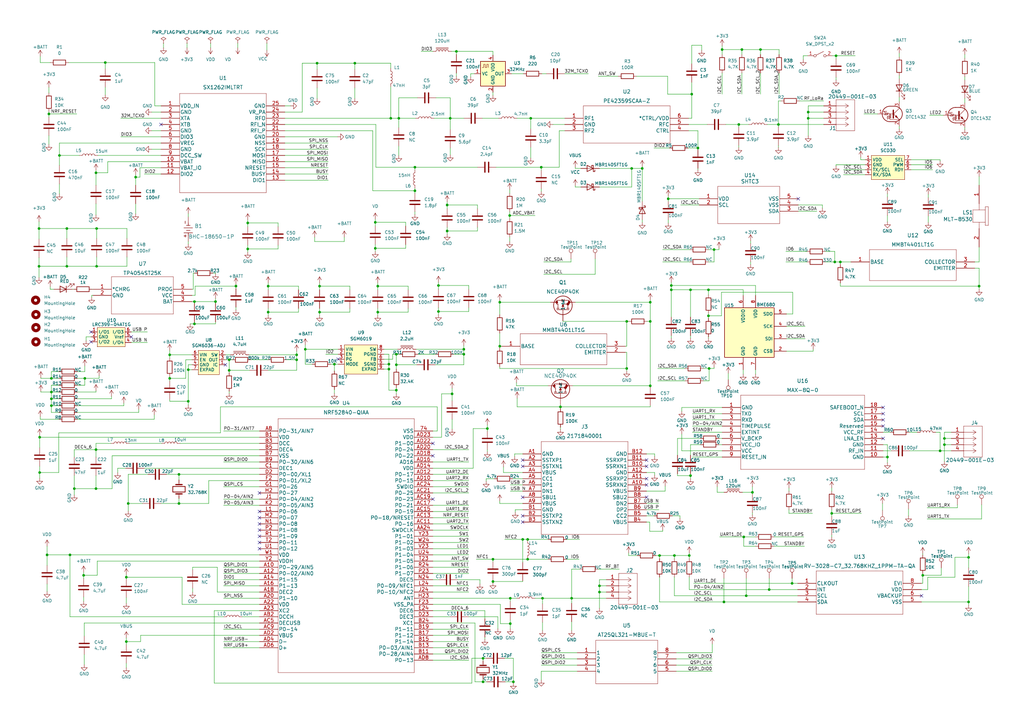
<source format=kicad_sch>
(kicad_sch (version 20211123) (generator eeschema)
  (paper "A3")
  (lib_symbols
    (symbol "2023-02-13_10-20-47:SX1262IMLTRT" (pin_names (offset 0.254))
      (property "Reference" "U" (at 25.4 10.16 0))
      (property "Value" "SX1262IMLTRT" (at 25.4 7.62 0))
      (symbol "SX1262IMLTRT_1_1"
        (pin power_in line (at 0 0 0) (length 7.62) (name "VDD_IN") (number "1"))
        (pin power_in line (at 0 -22.86 0) (length 7.62) (name "VBAT") (number "10"))
        (pin power_in line (at 0 -25.4 0) (length 7.62) (name "VBAT_IO") (number "11"))
        (pin bidirectional line (at 0 -27.94 0) (length 7.62) (name "DIO2") (number "12"))
        (pin bidirectional line (at 50.8 -30.48 180) (length 7.62) (name "DIO1") (number "13"))
        (pin output line (at 50.8 -27.94 180) (length 7.62) (name "BUSY") (number "14"))
        (pin input line (at 50.8 -25.4 180) (length 7.62) (name "NRESET") (number "15"))
        (pin output line (at 50.8 -22.86 180) (length 7.62) (name "MISO") (number "16"))
        (pin input line (at 50.8 -20.32 180) (length 7.62) (name "MOSI") (number "17"))
        (pin unspecified line (at 50.8 -17.78 180) (length 7.62) (name "SCK") (number "18"))
        (pin unspecified line (at 50.8 -15.24 180) (length 7.62) (name "NSS") (number "19"))
        (pin power_in line (at 0 -2.54 0) (length 7.62) (name "GND") (number "2"))
        (pin power_in line (at 50.8 -12.7 180) (length 7.62) (name "GND") (number "20"))
        (pin input line (at 50.8 -10.16 180) (length 7.62) (name "RFI_P") (number "21"))
        (pin input line (at 50.8 -7.62 180) (length 7.62) (name "RFI_N") (number "22"))
        (pin output line (at 50.8 -5.08 180) (length 7.62) (name "RFO") (number "23"))
        (pin power_in line (at 50.8 -2.54 180) (length 7.62) (name "VR_PA") (number "24"))
        (pin power_in line (at 50.8 0 180) (length 7.62) (name "GND") (number "25"))
        (pin unspecified line (at 0 -5.08 0) (length 7.62) (name "XTA") (number "3"))
        (pin unspecified line (at 0 -7.62 0) (length 7.62) (name "XTB") (number "4"))
        (pin power_in line (at 0 -10.16 0) (length 7.62) (name "GND") (number "5"))
        (pin bidirectional line (at 0 -12.7 0) (length 7.62) (name "DIO3") (number "6"))
        (pin output line (at 0 -15.24 0) (length 7.62) (name "VREG") (number "7"))
        (pin power_in line (at 0 -17.78 0) (length 7.62) (name "GND") (number "8"))
        (pin output line (at 0 -20.32 0) (length 7.62) (name "DCC_SW") (number "9"))
      )
    )
    (symbol "2023-02-13_19-53-24:PE42359SCAA-Z" (pin_names (offset 0.254))
      (property "Reference" "U" (at 25.4 10.16 0))
      (property "Value" "PE42359SCAA-Z" (at 25.4 7.62 0))
      (symbol "PE42359SCAA-Z_1_1"
        (pin bidirectional line (at 0 0 0) (length 7.62) (name "RF1") (number "1"))
        (pin power_in line (at 0 -2.54 0) (length 7.62) (name "GND") (number "2"))
        (pin bidirectional line (at 0 -5.08 0) (length 7.62) (name "RF2") (number "3"))
        (pin unspecified line (at 50.8 -5.08 180) (length 7.62) (name "CTRL") (number "4"))
        (pin unspecified line (at 50.8 -2.54 180) (length 7.62) (name "RFC") (number "5"))
        (pin power_in line (at 50.8 0 180) (length 7.62) (name "*CTRL/VDD") (number "6"))
      )
    )
    (symbol "2023-02-13_21-49-33:20449-001E-03" (pin_names (offset 0.254) hide)
      (property "Reference" "J" (at 8.89 6.35 0))
      (property "Value" "20449-001E-03" (at 10.16 -5.08 0))
      (symbol "20449-001E-03_1_1"
        (pin unspecified line (at 0 0 0) (length 5.08) (name "1") (number "1"))
        (pin unspecified line (at 0 -2.54 0) (length 5.08) (name "2") (number "2"))
        (pin unspecified line (at 0 -5.08 0) (length 5.08) (name "3") (number "3"))
        (pin unspecified line (at 0 -7.62 0) (length 5.08) (name "4") (number "4"))
      )
    )
    (symbol "2023-02-14_08-54-43:NRF52840-QIAA-R" (pin_names (offset 0.254))
      (property "Reference" "U4" (at 35.56 11.43 0))
      (property "Value" "NRF52840-QIAA" (at 35.56 7.62 0))
      (symbol "NRF52840-QIAA-R_1_1"
        (pin power_in line (at 71.12 0 180) (length 7.62) (name "VSS") (number "74"))
        (pin bidirectional line (at 0 -55.88 0) (length 7.62) (name "P0-29/AIN5") (number "A10"))
        (pin bidirectional line (at 0 -58.42 0) (length 7.62) (name "P0-02/AIN0") (number "A12"))
        (pin bidirectional line (at 0 -60.96 0) (length 7.62) (name "P1-15") (number "A14"))
        (pin bidirectional line (at 0 -63.5 0) (length 7.62) (name "P1-13") (number "A16"))
        (pin power_in line (at 0 -66.04 0) (length 7.62) (name "DEC2") (number "A18"))
        (pin bidirectional line (at 0 -68.58 0) (length 7.62) (name "P1-10") (number "A20"))
        (pin power_in line (at 0 -71.12 0) (length 7.62) (name "VDD") (number "A22"))
        (pin input line (at 0 -73.66 0) (length 7.62) (name "XC2") (number "A23"))
        (pin bidirectional line (at 0 0 0) (length 7.62) (name "P0-31/AIN7") (number "A8"))
        (pin unspecified line (at 71.12 -40.64 180) (length 7.62) (name "SWDCLK") (number "AA24"))
        (pin power_in line (at 0 -76.2 0) (length 7.62) (name "DCCH") (number "AB2"))
        (pin bidirectional line (at 71.12 -38.1 180) (length 7.62) (name "P0-16") (number "AC11"))
        (pin bidirectional line (at 71.12 -35.56 180) (length 7.62) (name "P0-18/NRESET") (number "AC13"))
        (pin bidirectional line (at 71.12 -33.02 180) (length 7.62) (name "P0-19") (number "AC15"))
        (pin bidirectional line (at 71.12 -30.48 180) (length 7.62) (name "P0-21") (number "AC17"))
        (pin bidirectional line (at 71.12 -27.94 180) (length 7.62) (name "P0-23") (number "AC19"))
        (pin bidirectional line (at 71.12 -25.4 180) (length 7.62) (name "P0-25") (number "AC21"))
        (pin unspecified line (at 71.12 -22.86 180) (length 7.62) (name "SWDIO") (number "AC24"))
        (pin power_in line (at 0 -78.74 0) (length 7.62) (name "DECUSB") (number "AC5"))
        (pin bidirectional line (at 0 -81.28 0) (length 7.62) (name "P0-14") (number "AC9"))
        (pin bidirectional line (at 71.12 -20.32 180) (length 7.62) (name "P0-15") (number "AD10"))
        (pin bidirectional line (at 71.12 -17.78 180) (length 7.62) (name "P0-17") (number "AD12"))
        (pin power_in line (at 71.12 -15.24 180) (length 7.62) (name "VDD") (number "AD14"))
        (pin unspecified line (at 71.12 -12.7 180) (length 7.62) (name "AD16") (number "AD16"))
        (pin bidirectional line (at 71.12 -10.16 180) (length 7.62) (name "P0-22") (number "AD18"))
        (pin power_in line (at 0 -83.82 0) (length 7.62) (name "VBUS") (number "AD2"))
        (pin bidirectional line (at 71.12 -7.62 180) (length 7.62) (name "P0-24") (number "AD20"))
        (pin bidirectional line (at 71.12 -5.08 180) (length 7.62) (name "P1-00") (number "AD22"))
        (pin power_in line (at 71.12 -2.54 180) (length 7.62) (name "VDD") (number "AD23"))
        (pin bidirectional line (at 0 -86.36 0) (length 7.62) (name "D-") (number "AD4"))
        (pin bidirectional line (at 0 -88.9 0) (length 7.62) (name "D+") (number "AD6"))
        (pin bidirectional line (at 71.12 -93.98 180) (length 7.62) (name "P0-13") (number "AD8"))
        (pin power_in line (at 0 -2.54 0) (length 7.62) (name "VDD") (number "B1"))
        (pin bidirectional line (at 71.12 -91.44 180) (length 7.62) (name "P0-28/AIN4") (number "B11"))
        (pin bidirectional line (at 71.12 -88.9 180) (length 7.62) (name "P0-03/AIN1") (number "B13"))
        (pin bidirectional line (at 71.12 -86.36 180) (length 7.62) (name "P1-14") (number "B15"))
        (pin bidirectional line (at 71.12 -83.82 180) (length 7.62) (name "P1-12") (number "B17"))
        (pin bidirectional line (at 71.12 -81.28 180) (length 7.62) (name "P1-11") (number "B19"))
        (pin input line (at 71.12 -78.74 180) (length 7.62) (name "XC1") (number "B24"))
        (pin power_in line (at 0 -5.08 0) (length 7.62) (name "DCC") (number "B3"))
        (pin power_in line (at 0 -7.62 0) (length 7.62) (name "DEC4") (number "B5"))
        (pin power_in line (at 0 -10.16 0) (length 7.62) (name "VSS") (number "B7"))
        (pin bidirectional line (at 0 -12.7 0) (length 7.62) (name "P0-30/AIN6") (number "B9"))
        (pin power_in line (at 0 -15.24 0) (length 7.62) (name "DEC1") (number "C1"))
        (pin bidirectional line (at 0 -17.78 0) (length 7.62) (name "P0-00/XL1") (number "D2"))
        (pin power_in line (at 71.12 -76.2 180) (length 7.62) (name "DEC3") (number "D23"))
        (pin power_in line (at 71.12 -73.66 180) (length 7.62) (name "DEC6") (number "E24"))
        (pin bidirectional line (at 0 -20.32 0) (length 7.62) (name "P0-01/XL2") (number "F2"))
        (pin power_in line (at 71.12 -71.12 180) (length 7.62) (name "VSS_PA") (number "F23"))
        (pin bidirectional line (at 0 -22.86 0) (length 7.62) (name "P0-26") (number "G1"))
        (pin bidirectional line (at 0 -25.4 0) (length 7.62) (name "P0-27") (number "H2"))
        (pin unspecified line (at 71.12 -68.58 180) (length 7.62) (name "ANT") (number "H23"))
        (pin bidirectional line (at 0 -27.94 0) (length 7.62) (name "P0-04/AIN2") (number "J1"))
        (pin bidirectional line (at 71.12 -66.04 180) (length 7.62) (name "P0-10/NFC2") (number "J24"))
        (pin bidirectional line (at 0 -30.48 0) (length 7.62) (name "P0-05/AIN3") (number "K2"))
        (pin bidirectional line (at 0 -33.02 0) (length 7.62) (name "P0-06") (number "L1"))
        (pin bidirectional line (at 71.12 -63.5 180) (length 7.62) (name "P0-09/NFC1") (number "L24"))
        (pin bidirectional line (at 0 -35.56 0) (length 7.62) (name "P0-07") (number "M2"))
        (pin bidirectional line (at 0 -38.1 0) (length 7.62) (name "P0-08") (number "N1"))
        (pin power_in line (at 71.12 -60.96 180) (length 7.62) (name "DEC5") (number "N24"))
        (pin bidirectional line (at 0 -40.64 0) (length 7.62) (name "P1-08") (number "P2"))
        (pin bidirectional line (at 71.12 -58.42 180) (length 7.62) (name "P1-07") (number "P23"))
        (pin bidirectional line (at 0 -43.18 0) (length 7.62) (name "P1-09") (number "R1"))
        (pin bidirectional line (at 71.12 -55.88 180) (length 7.62) (name "P1-06") (number "R24"))
        (pin bidirectional line (at 0 -45.72 0) (length 7.62) (name "P0-11") (number "T2"))
        (pin bidirectional line (at 71.12 -53.34 180) (length 7.62) (name "P1-05") (number "T23"))
        (pin bidirectional line (at 0 -48.26 0) (length 7.62) (name "P0-12") (number "U1"))
        (pin bidirectional line (at 71.12 -50.8 180) (length 7.62) (name "P1-04") (number "U24"))
        (pin bidirectional line (at 71.12 -48.26 180) (length 7.62) (name "P1-03") (number "V23"))
        (pin power_in line (at 0 -50.8 0) (length 7.62) (name "VDD") (number "W1"))
        (pin bidirectional line (at 71.12 -45.72 180) (length 7.62) (name "P1-02") (number "W24"))
        (pin power_in line (at 0 -53.34 0) (length 7.62) (name "VDDH") (number "Y2"))
        (pin bidirectional line (at 71.12 -43.18 180) (length 7.62) (name "P1-01") (number "Y23"))
      )
    )
    (symbol "2023-02-15_08-42-47:AT25QL321-MBUE-T" (pin_names (offset 0.254))
      (property "Reference" "U" (at 20.32 10.16 0))
      (property "Value" "AT25QL321-MBUE-T" (at 20.32 7.62 0))
      (symbol "AT25QL321-MBUE-T_1_1"
        (pin unspecified line (at 0 0 0) (length 7.62) (name "1") (number "1"))
        (pin unspecified line (at 0 -2.54 0) (length 7.62) (name "2") (number "2"))
        (pin unspecified line (at 0 -5.08 0) (length 7.62) (name "3") (number "3"))
        (pin unspecified line (at 0 -7.62 0) (length 7.62) (name "4") (number "4"))
        (pin unspecified line (at 40.64 -7.62 180) (length 7.62) (name "5") (number "5"))
        (pin unspecified line (at 40.64 -5.08 180) (length 7.62) (name "6") (number "6"))
        (pin unspecified line (at 40.64 -2.54 180) (length 7.62) (name "7") (number "7"))
        (pin unspecified line (at 40.64 0 180) (length 7.62) (name "8") (number "8"))
      )
    )
    (symbol "2023-02-16_20-52-39:NCE40P40K" (pin_numbers hide) (pin_names (offset 1.6764))
      (property "Reference" "Q" (at 11.43 1.905 0))
      (property "Value" "NCE40P40K" (at 11.43 -5.08 0))
      (symbol "NCE40P40K_1_1"
        (pin unspecified line (at 0 0 0) (length 2.54) (name "1") (number "1"))
        (pin unspecified line (at 7.62 5.08 270) (length 2.54) (name "2") (number "2"))
        (pin unspecified line (at 7.62 -5.08 90) (length 2.54) (name "3") (number "3"))
      )
    )
    (symbol "2023-02-16_21-03-21:MMBT4401LT1G" (pin_names (offset 0.254))
      (property "Reference" "U" (at 25.4 10.16 0))
      (property "Value" "MMBT4401LT1G" (at 25.4 7.62 0))
      (symbol "MMBT4401LT1G_1_1"
        (pin unspecified line (at 0 0 0) (length 7.62) (name "BASE") (number "1"))
        (pin unspecified line (at 50.8 -2.54 180) (length 7.62) (name "EMITTER") (number "2"))
        (pin unspecified line (at 50.8 0 180) (length 7.62) (name "COLLECTOR") (number "3"))
      )
    )
    (symbol "2023-02-17_08-42-11:TP4054ST25K" (pin_names (offset 0.254))
      (property "Reference" "U" (at 20.32 10.16 0))
      (property "Value" "TP4054ST25K" (at 20.32 7.62 0))
      (symbol "TP4054ST25K_1_1"
        (pin unspecified line (at 0 0 0) (length 7.62) (name "*CHRG") (number "1"))
        (pin power_in line (at 0 -2.54 0) (length 7.62) (name "GND") (number "2"))
        (pin unspecified line (at 40.64 -5.08 180) (length 7.62) (name "BAT") (number "3"))
        (pin power_in line (at 40.64 -2.54 180) (length 7.62) (name "VCC") (number "4"))
        (pin unspecified line (at 40.64 0 180) (length 7.62) (name "PROG") (number "5"))
      )
    )
    (symbol "2023-02-17_09-35-09:2171840001" (pin_names (offset 0.254))
      (property "Reference" "J" (at 25.4 10.16 0))
      (property "Value" "2171840001" (at 25.4 7.62 0))
      (symbol "2171840001_1_1"
        (pin power_in line (at 0 0 0) (length 7.62) (name "GND") (number "A1"))
        (pin bidirectional line (at 50.8 -12.7 180) (length 7.62) (name "SSRXN2") (number "A10"))
        (pin bidirectional line (at 50.8 -10.16 180) (length 7.62) (name "SSRXP2") (number "A11"))
        (pin power_in line (at 50.8 -7.62 180) (length 7.62) (name "GND") (number "A12"))
        (pin bidirectional line (at 0 -2.54 0) (length 7.62) (name "SSTXP1") (number "A2"))
        (pin bidirectional line (at 0 -5.08 0) (length 7.62) (name "SSTXN1") (number "A3"))
        (pin power_in line (at 0 -7.62 0) (length 7.62) (name "VBUS") (number "A4"))
        (pin bidirectional line (at 0 -10.16 0) (length 7.62) (name "CC1") (number "A5"))
        (pin bidirectional line (at 0 -12.7 0) (length 7.62) (name "DP1") (number "A6"))
        (pin bidirectional line (at 0 -15.24 0) (length 7.62) (name "DN1") (number "A7"))
        (pin unspecified line (at 0 -17.78 0) (length 7.62) (name "SBU1") (number "A8"))
        (pin power_in line (at 0 -20.32 0) (length 7.62) (name "VBUS") (number "A9"))
        (pin power_in line (at 0 -22.86 0) (length 7.62) (name "GND") (number "B1"))
        (pin bidirectional line (at 50.8 -5.08 180) (length 7.62) (name "SSRXN1") (number "B10"))
        (pin bidirectional line (at 50.8 -2.54 180) (length 7.62) (name "SSRXP1") (number "B11"))
        (pin power_in line (at 50.8 0 180) (length 7.62) (name "GND") (number "B12"))
        (pin bidirectional line (at 0 -25.4 0) (length 7.62) (name "SSTXP2") (number "B2"))
        (pin bidirectional line (at 0 -27.94 0) (length 7.62) (name "SSTXN2") (number "B3"))
        (pin power_in line (at 50.8 -27.94 180) (length 7.62) (name "VBUS") (number "B4"))
        (pin bidirectional line (at 50.8 -25.4 180) (length 7.62) (name "CC2") (number "B5"))
        (pin bidirectional line (at 50.8 -22.86 180) (length 7.62) (name "DP2") (number "B6"))
        (pin bidirectional line (at 50.8 -20.32 180) (length 7.62) (name "DN2") (number "B7"))
        (pin unspecified line (at 50.8 -17.78 180) (length 7.62) (name "SBU2") (number "B8"))
        (pin power_in line (at 50.8 -15.24 180) (length 7.62) (name "VBUS") (number "B9"))
      )
    )
    (symbol "2023-02-20_17-21-59:MLT-8530" (pin_names (offset 0.254) hide)
      (property "Reference" "LS" (at 12.7 10.16 0))
      (property "Value" "MLT-8530" (at 12.7 7.62 0))
      (symbol "MLT-8530_1_1"
        (pin unspecified line (at 0 0 0) (length 7.62) (name "1") (number "1"))
        (pin unspecified line (at 25.4 0 180) (length 7.62) (name "2") (number "2"))
      )
    )
    (symbol "2023-02-20_17-57-05:RV-3028-C7_32.768KHZ_1PPM-TA-QA" (pin_names (offset 0.254))
      (property "Reference" "U" (at 25.4 10.16 0))
      (property "Value" "RV-3028-C7_32.768KHZ_1PPM-TA-QA" (at 25.4 7.62 0))
      (symbol "RV-3028-C7_32.768KHZ_1PPM-TA-QA_1_1"
        (pin output line (at 0 0 0) (length 7.62) (name "CLKOUT") (number "1"))
        (pin output line (at 0 -2.54 0) (length 7.62) (name "INT") (number "2"))
        (pin input line (at 0 -5.08 0) (length 7.62) (name "SCL") (number "3"))
        (pin unspecified line (at 0 -7.62 0) (length 7.62) (name "SDA") (number "4"))
        (pin power_in line (at 50.8 -7.62 180) (length 7.62) (name "VSS") (number "5"))
        (pin power_in line (at 50.8 -5.08 180) (length 7.62) (name "VBACKUP") (number "6"))
        (pin power_in line (at 50.8 -2.54 180) (length 7.62) (name "VDD") (number "7"))
        (pin input line (at 50.8 0 180) (length 7.62) (name "EVI") (number "8"))
      )
    )
    (symbol "2023-02-20_22-04-55:SHTC3" (pin_names (offset 0.254))
      (property "Reference" "U" (at 20.32 10.16 0))
      (property "Value" "SHTC3" (at 20.32 7.62 0))
      (symbol "SHTC3_1_1"
        (pin power_in line (at 0 0 0) (length 7.62) (name "VDD") (number "1"))
        (pin bidirectional line (at 0 -2.54 0) (length 7.62) (name "SCL") (number "2"))
        (pin bidirectional line (at 40.64 -5.08 180) (length 7.62) (name "SDA") (number "3"))
        (pin power_in line (at 40.64 -2.54 180) (length 7.62) (name "VSS") (number "4"))
        (pin power_in line (at 40.64 0 180) (length 7.62) (name "VSS") (number "5"))
      )
    )
    (symbol "2023-02-21_16-36-23:MAX-8Q-0" (pin_names (offset 0.254))
      (property "Reference" "U" (at 33.02 10.16 0))
      (property "Value" "MAX-8Q-0" (at 33.02 7.62 0))
      (symbol "MAX-8Q-0_1_1"
        (pin power_in line (at 0 0 0) (length 7.62) (name "GND") (number "1"))
        (pin power_in line (at 66.04 -20.32 180) (length 7.62) (name "GND") (number "10"))
        (pin unspecified line (at 66.04 -17.78 180) (length 7.62) (name "RF_IN") (number "11"))
        (pin power_in line (at 66.04 -15.24 180) (length 7.62) (name "GND") (number "12"))
        (pin unspecified line (at 66.04 -12.7 180) (length 7.62) (name "LNA_EN") (number "13"))
        (pin power_in line (at 66.04 -10.16 180) (length 7.62) (name "VCC_RF") (number "14"))
        (pin unspecified line (at 66.04 -7.62 180) (length 7.62) (name "Reserved") (number "15"))
        (pin unspecified line (at 66.04 -5.08 180) (length 7.62) (name "SDA") (number "16"))
        (pin unspecified line (at 66.04 -2.54 180) (length 7.62) (name "SCL") (number "17"))
        (pin unspecified line (at 66.04 0 180) (length 7.62) (name "SAFEBOOT_N") (number "18"))
        (pin unspecified line (at 0 -2.54 0) (length 7.62) (name "TXD") (number "2"))
        (pin unspecified line (at 0 -5.08 0) (length 7.62) (name "RXD") (number "3"))
        (pin unspecified line (at 0 -7.62 0) (length 7.62) (name "TIMEPULSE") (number "4"))
        (pin unspecified line (at 0 -10.16 0) (length 7.62) (name "EXTINT") (number "5"))
        (pin unspecified line (at 0 -12.7 0) (length 7.62) (name "V_BCKP") (number "6"))
        (pin power_in line (at 0 -15.24 0) (length 7.62) (name "VCC_IO") (number "7"))
        (pin power_in line (at 0 -17.78 0) (length 7.62) (name "VCC") (number "8"))
        (pin unspecified line (at 0 -20.32 0) (length 7.62) (name "RESET_IN") (number "9"))
      )
    )
    (symbol "2023-02-23_11-19-04:BHC-18650-1P" (pin_numbers hide) (pin_names (offset 1.651) hide)
      (property "Reference" "B" (at 4.826 3.81 0))
      (property "Value" "BHC-18650-1P" (at 3.81 -7.62 0))
      (symbol "BHC-18650-1P_1_1"
        (pin unspecified line (at 0 0 0) (length 2.54) (name "1") (number "1"))
        (pin unspecified line (at 10.16 0 180) (length 2.54) (name "2") (number "2"))
      )
    )
    (symbol "Connector:TestPoint" (pin_numbers hide) (pin_names (offset 0.762) hide)
      (property "Reference" "TP" (at 0 6.858 0))
      (property "Value" "TestPoint" (at 0 5.08 0))
      (symbol "TestPoint_1_1"
        (pin passive line (at 0 0 90) (length 2.54) (name "1") (number "1"))
      )
    )
    (symbol "Device:C" (pin_numbers hide) (pin_names (offset 0.254))
      (property "Reference" "C" (at 0.635 2.54 0))
      (property "Value" "C" (at 0.635 -2.54 0))
      (symbol "C_1_1"
        (pin passive line (at 0 3.81 270) (length 2.794) (name "~") (number "1"))
        (pin passive line (at 0 -3.81 90) (length 2.794) (name "~") (number "2"))
      )
    )
    (symbol "Device:Crystal" (pin_numbers hide) (pin_names (offset 1.016) hide)
      (property "Reference" "Y" (at 0 3.81 0))
      (property "Value" "Crystal" (at 0 -3.81 0))
      (symbol "Crystal_1_1"
        (pin passive line (at -3.81 0 0) (length 1.27) (name "1") (number "1"))
        (pin passive line (at 3.81 0 180) (length 1.27) (name "2") (number "2"))
      )
    )
    (symbol "Device:D_Schottky" (pin_numbers hide) (pin_names (offset 1.016) hide)
      (property "Reference" "D" (at 0 2.54 0))
      (property "Value" "D_Schottky" (at 0 -2.54 0))
      (symbol "D_Schottky_1_1"
        (pin passive line (at -3.81 0 0) (length 2.54) (name "K") (number "1"))
        (pin passive line (at 3.81 0 180) (length 2.54) (name "A") (number "2"))
      )
    )
    (symbol "Device:L" (pin_numbers hide) (pin_names (offset 1.016) hide)
      (property "Reference" "L" (at -1.27 0 90))
      (property "Value" "L" (at 1.905 0 90))
      (symbol "L_1_1"
        (pin passive line (at 0 3.81 270) (length 1.27) (name "1") (number "1"))
        (pin passive line (at 0 -3.81 90) (length 1.27) (name "2") (number "2"))
      )
    )
    (symbol "Device:LED" (pin_numbers hide) (pin_names (offset 1.016) hide)
      (property "Reference" "D" (at 0 2.54 0))
      (property "Value" "LED" (at 0 -2.54 0))
      (symbol "LED_1_1"
        (pin passive line (at -3.81 0 0) (length 2.54) (name "K") (number "1"))
        (pin passive line (at 3.81 0 180) (length 2.54) (name "A") (number "2"))
      )
    )
    (symbol "Device:L_Iron" (pin_numbers hide) (pin_names (offset 1.016) hide)
      (property "Reference" "L" (at -1.27 0 90))
      (property "Value" "L_Iron" (at 2.794 0 90))
      (symbol "L_Iron_1_1"
        (pin passive line (at 0 3.81 270) (length 1.27) (name "1") (number "1"))
        (pin passive line (at 0 -3.81 90) (length 1.27) (name "2") (number "2"))
      )
    )
    (symbol "Device:R" (pin_numbers hide) (pin_names (offset 0))
      (property "Reference" "R" (at 2.032 0 90))
      (property "Value" "R" (at 0 0 90))
      (symbol "R_1_1"
        (pin passive line (at 0 3.81 270) (length 1.27) (name "~") (number "1"))
        (pin passive line (at 0 -3.81 90) (length 1.27) (name "~") (number "2"))
      )
    )
    (symbol "Mechanical:MountingHole" (pin_names (offset 1.016))
      (property "Reference" "H" (at 0 5.08 0))
      (property "Value" "MountingHole" (at 0 3.175 0))
    )
    (symbol "Oscillator:FT5HV"
      (property "Reference" "U" (at 5.08 11.43 0))
      (property "Value" "FT5HV" (at 6.35 8.89 0))
      (symbol "FT5HV_1_1"
        (pin input line (at -7.62 0 0) (length 2.54) (name "VC") (number "1"))
        (pin power_in line (at 0 -7.62 90) (length 2.54) (name "GND") (number "2"))
        (pin output line (at 7.62 0 180) (length 2.54) (name "OUT") (number "3"))
        (pin power_in line (at 0 7.62 270) (length 2.54) (name "VDD") (number "4"))
      )
    )
    (symbol "Sensor:BME680"
      (property "Reference" "U" (at -8.89 11.43 0))
      (property "Value" "BME680" (at 7.62 11.43 0))
      (symbol "BME680_1_1"
        (pin power_in line (at -2.54 -15.24 90) (length 5.08) (name "GND") (number "1"))
        (pin input line (at 15.24 -7.62 180) (length 5.08) (name "CSB") (number "2"))
        (pin bidirectional line (at 15.24 -2.54 180) (length 5.08) (name "SDI") (number "3"))
        (pin input line (at 15.24 2.54 180) (length 5.08) (name "SCK") (number "4"))
        (pin bidirectional line (at 15.24 7.62 180) (length 5.08) (name "SDO") (number "5"))
        (pin power_in line (at -2.54 15.24 270) (length 5.08) (name "VDDIO") (number "6"))
        (pin power_in line (at 2.54 -15.24 90) (length 5.08) (name "GND") (number "7"))
        (pin power_in line (at 2.54 15.24 270) (length 5.08) (name "VDD") (number "8"))
      )
    )
    (symbol "Switch:SW_DPST_x2" (pin_names (offset 0) hide)
      (property "Reference" "SW" (at 0 3.175 0))
      (property "Value" "SW_DPST_x2" (at 0 -2.54 0))
      (symbol "SW_DPST_x2_1_1"
        (pin passive line (at -5.08 0 0) (length 2.54) (name "A") (number "1"))
        (pin passive line (at 5.08 0 180) (length 2.54) (name "B") (number "2"))
      )
      (symbol "SW_DPST_x2_2_1"
        (pin passive line (at -5.08 0 0) (length 2.54) (name "A") (number "3"))
        (pin passive line (at 5.08 0 180) (length 2.54) (name "B") (number "4"))
      )
    )
    (symbol "Transistor_BJT:DTC143Z" (pin_names (offset 0) hide)
      (property "Reference" "Q" (at 5.08 1.905 0))
      (property "Value" "DTC143Z" (at 5.08 0 0))
      (symbol "DTC143Z_0_0"
        (text "47k" (at -2.159 -1.524 900) (effects (font (size 0.508 0.508))))
        (text "4k7" (at -3.302 0.889 0) (effects (font (size 0.508 0.508))))
      )
      (symbol "DTC143Z_1_1"
        (pin input line (at -6.35 0 0) (length 2.54) (name "B") (number "1"))
        (pin passive line (at 2.54 -5.08 90) (length 2.54) (name "E") (number "2"))
        (pin passive line (at 2.54 5.08 270) (length 2.54) (name "C") (number "3"))
      )
    )
    (symbol "power.vbat_sx_sym:3V3_S" (power) (pin_names (offset 0))
      (property "Value" "3V3_S" (at 0 3.556 0))
      (symbol "3V3_S_1_1"
        (pin power_in line (at 0 0 90) (length 0) hide (name "+3V3") (number "1"))
      )
    )
    (symbol "power.vbat_sx_sym:GPS_3V3" (power) (pin_names (offset 0))
      (property "Value" "GPS_3V3" (at 0 3.556 0))
      (symbol "GPS_3V3_1_1"
        (pin power_in line (at 0 0 90) (length 0) hide (name "+3V3") (number "1"))
      )
    )
    (symbol "power.vbat_sx_sym:LRC399-04AT1G"
      (property "Reference" "U" (at 0 2.794 0))
      (property "Value" "LRC399-04AT1G" (at 0 1.27 0))
      (symbol "LRC399-04AT1G_1_1"
        (pin unspecified line (at -8.382 -1.778 0) (length 2.54) (name "I/O1") (number "1"))
        (pin unspecified line (at -8.382 -3.81 0) (length 2.54) (name "GND") (number "2"))
        (pin unspecified line (at -8.382 -5.842 0) (length 2.54) (name "I/O2") (number "3"))
        (pin unspecified line (at 8.128 -6.096 180) (length 2.54) (name "I/O4") (number "4"))
        (pin unspecified line (at 8.128 -3.81 180) (length 2.54) (name "Vref") (number "5"))
        (pin unspecified line (at 8.128 -1.778 180) (length 2.54) (name "I/O3") (number "6"))
      )
    )
    (symbol "power.vbat_sx_sym:POWER_IN" (power) (pin_names (offset 0))
      (property "Value" "POWER_IN" (at 0 3.556 0))
      (symbol "POWER_IN_1_1"
        (pin power_in line (at 0 0 90) (length 0) hide (name "+BATT") (number "1"))
      )
    )
    (symbol "power.vbat_sx_sym:SCD30"
      (property "Reference" "U" (at 0 2.286 0))
      (property "Value" "SCD30" (at 0 0.762 0))
      (symbol "SCD30_1_1"
        (pin power_in line (at -9.398 -1.778 0) (length 2.54) (name "VDD") (number "1"))
        (pin power_in line (at -9.398 -3.81 0) (length 2.54) (name "GND") (number "2"))
        (pin bidirectional line (at -9.398 -5.842 0) (length 2.54) (name "TX/SCL") (number "3"))
        (pin bidirectional line (at -9.398 -7.874 0) (length 2.54) (name "RX/SDA") (number "4"))
        (pin bidirectional line (at 9.398 -5.842 180) (length 2.54) (name "RDY") (number "5"))
        (pin bidirectional line (at 9.398 -3.81 180) (length 2.54) (name "PWM") (number "6"))
        (pin bidirectional line (at 9.398 -1.778 180) (length 2.54) (name "SEL") (number "7"))
      )
    )
    (symbol "power.vbat_sx_sym:SGM6019"
      (property "Reference" "U" (at 0 3.302 0))
      (property "Value" "SGM6019" (at 0 1.524 0))
      (symbol "SGM6019_1_1"
        (pin unspecified line (at -9.652 -1.778 0) (length 2.54) (name "VIN") (number "1"))
        (pin unspecified line (at -9.652 -3.81 0) (length 2.54) (name "EN") (number "2"))
        (pin unspecified line (at -9.652 -5.842 0) (length 2.54) (name "PG") (number "3"))
        (pin unspecified line (at -9.652 -7.874 0) (length 2.54) (name "MODE") (number "4"))
        (pin unspecified line (at 9.144 -7.874 180) (length 2.54) (name "SGND") (number "5"))
        (pin unspecified line (at 9.144 -5.842 180) (length 2.54) (name "FB") (number "6"))
        (pin unspecified line (at 9.144 -3.81 180) (length 2.54) (name "PGND") (number "7"))
        (pin unspecified line (at 9.144 -1.778 180) (length 2.54) (name "SW") (number "8"))
        (pin unspecified line (at 9.144 -9.906 180) (length 2.54) (name "EXPAD") (number "9"))
      )
    )
    (symbol "power.vbat_sx_sym:SGM6036-ADJ"
      (property "Reference" "U" (at 0 3.556 0))
      (property "Value" "SGM6036-ADJ" (at 0.254 1.778 0))
      (symbol "SGM6036-ADJ_1_1"
        (pin unspecified line (at 6.858 -5.842 180) (length 2.54) (name "IC") (number "1"))
        (pin unspecified line (at 6.858 -1.778 180) (length 2.54) (name "SW") (number "2"))
        (pin unspecified line (at 6.858 -3.81 180) (length 2.54) (name "OUT") (number "3"))
        (pin unspecified line (at -6.858 -5.842 0) (length 2.54) (name "GND") (number "4"))
        (pin unspecified line (at -6.858 -3.81 0) (length 2.54) (name "EN") (number "5"))
        (pin unspecified line (at -6.858 -1.778 0) (length 2.54) (name "VIN") (number "6"))
        (pin unspecified line (at -6.858 -7.874 0) (length 2.54) (name "EXPAD") (number "7"))
      )
    )
    (symbol "power.vbat_sx_sym:VBAT" (power) (pin_names (offset 0))
      (property "Value" "VBAT" (at 0 3.556 0))
      (symbol "VBAT_1_1"
        (pin power_in line (at 0 0 90) (length 0) hide (name "+BATT") (number "1"))
      )
    )
    (symbol "power.vbat_sx_sym:VBAT_CHARGE" (power) (pin_names (offset 0))
      (property "Value" "VBAT_CHARGE" (at 0 3.556 0))
      (symbol "VBAT_CHARGE_1_1"
        (pin power_in line (at 0 0 90) (length 0) hide (name "+BATT") (number "1"))
      )
    )
    (symbol "power.vbat_sx_sym:VBAT_IO_SX" (power) (pin_names (offset 0))
      (property "Value" "VBAT_IO_SX" (at 0 3.556 0))
      (symbol "VBAT_IO_SX_1_1"
        (pin power_in line (at 0 0 90) (length 0) hide (name "+BATT") (number "1"))
      )
    )
    (symbol "power.vbat_sx_sym:VBAT_SX" (power) (pin_names (offset 0))
      (property "Value" "VBAT_SX" (at 0 3.556 0))
      (symbol "VBAT_SX_1_1"
        (pin power_in line (at 0 0 90) (length 0) hide (name "+BATT") (number "1"))
      )
    )
    (symbol "power.vbat_sx_sym:VBUS_D" (power) (pin_names (offset 0))
      (property "Value" "VBUS_D" (at 0 3.556 0))
      (symbol "VBUS_D_1_1"
        (pin power_in line (at 0 0 90) (length 0) hide (name "+BATT") (number "1"))
      )
    )
    (symbol "power.vbat_sx_sym:VCC_IN" (power) (pin_names (offset 0))
      (property "Value" "VCC_IN" (at 0 3.81 0))
      (symbol "VCC_IN_1_1"
        (pin power_in line (at 0 0 90) (length 0) hide (name "VCC") (number "1"))
      )
    )
    (symbol "power.vbat_sx_sym:VDD_FLASH" (power) (pin_names (offset 0))
      (property "Value" "VDD_FLASH" (at 0 3.81 0))
      (symbol "VDD_FLASH_1_1"
        (pin power_in line (at 0 0 90) (length 0) hide (name "VD") (number "1"))
      )
    )
    (symbol "power.vbat_sx_sym:VDD_NRF" (power) (pin_names (offset 0))
      (property "Value" "VDD_NRF" (at 0 3.81 0))
      (symbol "VDD_NRF_1_1"
        (pin power_in line (at 0 0 90) (length 0) hide (name "VDD") (number "1"))
      )
    )
    (symbol "power:+3V3" (power) (pin_names (offset 0))
      (property "Value" "+3V3" (at 0 3.556 0))
      (symbol "+3V3_1_1"
        (pin power_in line (at 0 0 90) (length 0) hide (name "+3V3") (number "1"))
      )
    )
    (symbol "power:GND" (power) (pin_names (offset 0))
      (property "Value" "GND" (at 0 -3.81 0))
      (symbol "GND_1_1"
        (pin power_in line (at 0 0 270) (length 0) hide (name "GND") (number "1"))
      )
    )
    (symbol "power:PWR_FLAG" (power) (pin_numbers hide) (pin_names (offset 0) hide)
      (property "Value" "PWR_FLAG" (at 0 3.81 0))
      (symbol "PWR_FLAG_0_0"
        (pin power_out line (at 0 0 90) (length 0) (name "pwr") (number "1"))
      )
    )
    (symbol "power:VBAT_NRF" (power) (pin_names (offset 0))
      (property "Value" "VBAT_NRF" (at 0 3.556 0))
      (symbol "VBAT_NRF_1_1"
        (pin power_in line (at 0 0 90) (length 0) hide (name "+BATT") (number "1"))
      )
    )
    (symbol "power:VBUS" (power) (pin_names (offset 0))
      (property "Value" "VBUS" (at 0 3.81 0))
      (symbol "VBUS_1_1"
        (pin power_in line (at 0 0 90) (length 0) hide (name "VBUS") (number "1"))
      )
    )
    (symbol "power:VDD" (power) (pin_names (offset 0))
      (property "Value" "VDD" (at 0 3.81 0))
      (symbol "VDD_1_1"
        (pin power_in line (at 0 0 90) (length 0) hide (name "VDD") (number "1"))
      )
    )
  )
  (junction (at 39.37 70.866))
  (junction (at 154.94 128.016))
  (junction (at 185.42 161.544))
  (junction (at 263.398 69.088))
  (junction (at 93.98 151.892))
  (junction (at 283.21 118.872))
  (junction (at 306.07 244.348))
  (junction (at 153.924 91.186))
  (junction (at 21.082 166.37))
  (junction (at 101.6 91.44))
  (junction (at 308.61 201.93))
  (junction (at 101.6 102.108))
  (junction (at 121.666 145.542))
  (junction (at 296.926 246.888))
  (junction (at 204.978 123.952))
  (junction (at 315.468 241.808))
  (junction (at 39.37 200.406))
  (junction (at 179.832 117.094))
  (junction (at 137.16 149.352))
  (junction (at 202.184 229.362))
  (junction (at 190.246 143.256))
  (junction (at 234.442 245.364))
  (junction (at 259.08 69.088))
  (junction (at 28.702 227.584))
  (junction (at 274.066 81.534))
  (junction (at 292.862 102.362))
  (junction (at 204.978 141.986))
  (junction (at 109.982 117.348))
  (junction (at 344.678 107.442))
  (junction (at 187.198 21.082))
  (junction (at 209.296 245.364))
  (junction (at 51.816 263.144))
  (junction (at 387.35 182.372))
  (junction (at 162.56 145.288))
  (junction (at 270.51 227.838))
  (junction (at 303.022 51.054))
  (junction (at 34.798 155.194))
  (junction (at 209.042 88.392))
  (junction (at 198.12 270.002))
  (junction (at 266.7 123.952))
  (junction (at 73.406 194.564))
  (junction (at 109.982 128.016))
  (junction (at 331.47 45.974))
  (junction (at 130.048 25.908))
  (junction (at 145.542 25.908))
  (junction (at 77.216 164.592))
  (junction (at 55.626 72.644))
  (junction (at 69.596 155.194))
  (junction (at 198.12 279.654))
  (junction (at 27.432 109.22))
  (junction (at 290.576 118.872))
  (junction (at 342.392 107.442))
  (junction (at 131.064 128.016))
  (junction (at 159.512 151.384))
  (junction (at 331.47 48.514))
  (junction (at 93.98 147.574))
  (junction (at 257.048 131.826))
  (junction (at 131.064 117.348))
  (junction (at 397.256 246.888))
  (junction (at 378.46 235.966))
  (junction (at 401.574 117.348))
  (junction (at 342.9 22.86))
  (junction (at 163.576 48.514))
  (junction (at 245.872 240.284))
  (junction (at 387.35 179.832))
  (junction (at 73.406 206.502))
  (junction (at 216.408 221.234))
  (junction (at 245.872 242.824))
  (junction (at 221.996 68.58))
  (junction (at 154.94 117.348))
  (junction (at 170.18 68.58))
  (junction (at 183.388 94.742))
  (junction (at 27.432 93.726))
  (junction (at 96.774 117.348))
  (junction (at 283.21 195.072))
  (junction (at 21.082 160.782))
  (junction (at 183.388 84.074))
  (junction (at 304.292 20.32))
  (junction (at 16.002 93.726))
  (junction (at 24.384 63.754))
  (junction (at 19.304 227.584))
  (junction (at 184.658 48.514))
  (junction (at 34.29 235.966))
  (junction (at 125.222 143.256))
  (junction (at 296.164 20.32))
  (junction (at 30.48 200.406))
  (junction (at 282.702 227.838))
  (junction (at 275.336 117.094))
  (junction (at 39.624 93.726))
  (junction (at 257.048 151.13))
  (junction (at 51.816 236.728))
  (junction (at 160.274 48.514))
  (junction (at 216.408 229.362))
  (junction (at 20.066 46.736))
  (junction (at 69.596 145.542))
  (junction (at 324.866 239.268))
  (junction (at 217.678 48.514))
  (junction (at 286.258 60.706))
  (junction (at 39.37 184.404))
  (junction (at 77.216 151.638))
  (junction (at 283.718 38.608))
  (junction (at 79.756 123.698))
  (junction (at 88.392 123.698))
  (junction (at 21.082 155.194))
  (junction (at 202.184 238.506))
  (junction (at 162.56 149.606))
  (junction (at 39.624 109.22))
  (junction (at 210.566 279.654))
  (junction (at 159.512 149.352))
  (junction (at 52.578 206.502))
  (junction (at 190.246 145.288))
  (junction (at 16.256 179.324))
  (junction (at 290.83 151.13))
  (junction (at 199.898 175.768))
  (junction (at 385.572 184.912))
  (junction (at 276.606 227.838))
  (junction (at 305.054 220.218))
  (junction (at 363.982 187.452))
  (junction (at 179.832 127.762))
  (junction (at 275.336 118.872))
  (junction (at 79.756 132.842))
  (junction (at 153.924 101.854))
  (junction (at 170.18 78.232))
  (junction (at 319.278 51.054))
  (junction (at 16.256 193.802))
  (junction (at 16.002 109.22))
  (junction (at 21.082 163.576))
  (junction (at 214.376 221.234))
  (junction (at 43.18 25.654))
  (junction (at 290.576 129.54))
  (junction (at 209.296 255.778))
  (junction (at 162.56 160.02))
  (junction (at 222.504 245.364))
  (junction (at 266.7 158.242))
  (junction (at 311.912 20.32))
  (junction (at 121.666 147.574))
  (junction (at 266.7 131.826))
  (junction (at 229.87 166.878))
  (junction (at 397.256 228.6))
  (junction (at 341.122 210.566))
  (no_connect (at 92.456 149.606))
  (no_connect (at 327.406 81.534))
  (no_connect (at 106.426 209.804))
  (no_connect (at 106.426 222.504))
  (no_connect (at 106.426 219.964))
  (no_connect (at 106.426 217.424))
  (no_connect (at 106.426 212.344))
  (no_connect (at 106.426 214.884))
  (no_connect (at 106.426 225.044))
  (no_connect (at 177.546 204.724))
  (no_connect (at 37.338 136.144))
  (no_connect (at 53.848 138.176))
  (no_connect (at 177.546 181.864))
  (no_connect (at 265.176 198.882))
  (no_connect (at 265.176 196.342))
  (no_connect (at 214.376 214.122))
  (no_connect (at 214.376 211.582))
  (no_connect (at 214.376 203.962))
  (no_connect (at 177.546 186.944))
  (no_connect (at 106.426 202.184))
  (no_connect (at 37.338 140.208))
  (no_connect (at 138.684 147.32))
  (no_connect (at 265.176 188.722))
  (no_connect (at 265.176 191.262))
  (no_connect (at 265.176 203.962))
  (no_connect (at 214.376 191.262))
  (no_connect (at 377.952 244.348))
  (no_connect (at 362.204 179.832))
  (no_connect (at 66.04 51.054))
  (no_connect (at 362.204 174.752))
  (no_connect (at 362.204 167.132))
  (no_connect (at 362.204 169.672))
  (no_connect (at 362.204 172.212))
  (no_connect (at 214.376 188.722))
  (wire (pts (xy 401.574 109.982) (xy 401.574 117.348)))
  (wire (pts (xy 77.216 151.638) (xy 77.216 164.592)))
  (wire (pts (xy 76.2 147.574) (xy 76.2 155.194)))
  (wire (pts (xy 387.35 179.832) (xy 390.144 179.832)))
  (wire (pts (xy 216.408 221.234) (xy 216.408 221.488)))
  (wire (pts (xy 284.48 239.268) (xy 324.866 239.268)))
  (wire (pts (xy 21.082 163.576) (xy 24.13 163.576)))
  (wire (pts (xy 51.816 261.62) (xy 51.816 263.144)))
  (wire (pts (xy 380.746 88.646) (xy 380.746 91.186)))
  (wire (pts (xy 177.546 268.224) (xy 192.278 268.224)))
  (wire (pts (xy 265.43 131.826) (xy 266.7 131.826)))
  (wire (pts (xy 62.23 45.974) (xy 66.04 45.974)))
  (wire (pts (xy 265.176 209.042) (xy 270.256 209.042)))
  (wire (pts (xy 283.21 182.372) (xy 283.21 186.69)))
  (wire (pts (xy 45.72 163.576) (xy 45.72 162.56)))
  (wire (pts (xy 129.032 99.06) (xy 141.224 99.06)))
  (wire (pts (xy 273.812 38.608) (xy 283.718 38.608)))
  (wire (pts (xy 229.362 68.58) (xy 221.996 68.58)))
  (wire (pts (xy 28.194 25.654) (xy 43.18 25.654)))
  (wire (pts (xy 311.912 20.32) (xy 319.532 20.32)))
  (wire (pts (xy 39.37 181.864) (xy 39.37 184.404)))
  (wire (pts (xy 342.9 22.86) (xy 342.9 24.13)))
  (wire (pts (xy 266.7 123.952) (xy 266.7 131.826)))
  (wire (pts (xy 160.274 48.514) (xy 163.576 48.514)))
  (wire (pts (xy 28.702 227.584) (xy 106.426 227.584)))
  (wire (pts (xy 16.256 191.262) (xy 16.256 193.802)))
  (wire (pts (xy 296.926 237.236) (xy 296.926 246.888)))
  (wire (pts (xy 211.836 156.972) (xy 211.836 158.242)))
  (wire (pts (xy 324.866 239.268) (xy 327.152 239.268)))
  (wire (pts (xy 209.296 255.778) (xy 209.296 257.81)))
  (wire (pts (xy 221.996 78.486) (xy 221.996 77.47)))
  (wire (pts (xy 387.35 182.372) (xy 387.35 189.23)))
  (wire (pts (xy 131.064 116.078) (xy 131.064 117.348)))
  (wire (pts (xy 79.756 132.842) (xy 88.392 132.842)))
  (wire (pts (xy 199.898 174.244) (xy 199.898 175.768)))
  (wire (pts (xy 101.6 100.584) (xy 101.6 102.108)))
  (wire (pts (xy 166.37 101.854) (xy 153.924 101.854)))
  (wire (pts (xy 56.896 169.164) (xy 56.896 167.894)))
  (wire (pts (xy 92.456 145.542) (xy 94.488 145.542)))
  (wire (pts (xy 43.18 35.814) (xy 43.18 38.862)))
  (wire (pts (xy 311.912 29.972) (xy 311.912 38.608)))
  (wire (pts (xy 184.658 40.132) (xy 184.658 48.514)))
  (wire (pts (xy 37.592 121.158) (xy 37.592 121.92)))
  (wire (pts (xy 401.574 117.348) (xy 344.678 117.348)))
  (wire (pts (xy 130.048 25.908) (xy 145.542 25.908)))
  (wire (pts (xy 179.832 115.824) (xy 179.832 117.094)))
  (wire (pts (xy 178.562 149.606) (xy 190.246 149.606)))
  (wire (pts (xy 199.898 184.404) (xy 199.898 185.166)))
  (wire (pts (xy 234.442 245.364) (xy 248.666 245.364)))
  (wire (pts (xy 237.744 233.426) (xy 234.442 233.426)))
  (wire (pts (xy 256.54 144.526) (xy 257.048 144.526)))
  (wire (pts (xy 31.75 155.194) (xy 34.798 155.194)))
  (wire (pts (xy 265.176 193.802) (xy 268.478 193.802)))
  (wire (pts (xy 290.576 118.872) (xy 304.8 118.872)))
  (wire (pts (xy 245.872 76.708) (xy 259.08 76.708)))
  (wire (pts (xy 78.74 149.606) (xy 77.216 149.606)))
  (wire (pts (xy 154.178 68.58) (xy 154.178 51.054)))
  (wire (pts (xy 214.376 206.502) (xy 204.978 206.502)))
  (wire (pts (xy 74.676 236.728) (xy 51.816 236.728)))
  (wire (pts (xy 217.678 48.514) (xy 217.678 52.832)))
  (wire (pts (xy 114.046 100.584) (xy 114.046 102.108)))
  (wire (pts (xy 230.886 131.572) (xy 230.886 131.826)))
  (wire (pts (xy 283.972 177.292) (xy 296.164 177.292)))
  (wire (pts (xy 123.952 25.908) (xy 130.048 25.908)))
  (wire (pts (xy 342.392 107.442) (xy 344.678 107.442)))
  (wire (pts (xy 34.29 234.696) (xy 34.29 235.966)))
  (wire (pts (xy 129.032 97.282) (xy 129.032 99.06)))
  (wire (pts (xy 198.12 270.002) (xy 199.39 270.002)))
  (wire (pts (xy 207.264 279.654) (xy 210.566 279.654)))
  (wire (pts (xy 275.336 117.094) (xy 309.88 117.094)))
  (wire (pts (xy 85.598 206.502) (xy 73.406 206.502)))
  (wire (pts (xy 392.684 207.01) (xy 392.684 208.28)))
  (wire (pts (xy 91.694 258.064) (xy 106.426 258.064)))
  (wire (pts (xy 229.87 175.26) (xy 229.87 176.022)))
  (wire (pts (xy 296.164 20.32) (xy 296.164 22.352)))
  (wire (pts (xy 177.546 270.764) (xy 192.278 270.764)))
  (wire (pts (xy 59.182 71.374) (xy 66.04 71.374)))
  (wire (pts (xy 16.51 171.958) (xy 16.51 170.942)))
  (wire (pts (xy 198.12 271.018) (xy 198.12 270.002)))
  (wire (pts (xy 278.892 211.582) (xy 275.844 211.582)))
  (wire (pts (xy 21.082 155.194) (xy 24.13 155.194)))
  (wire (pts (xy 314.706 51.054) (xy 319.278 51.054)))
  (wire (pts (xy 63.5 43.434) (xy 66.04 43.434)))
  (wire (pts (xy 91.694 252.984) (xy 28.702 252.984)))
  (wire (pts (xy 24.384 58.674) (xy 24.384 63.754)))
  (wire (pts (xy 177.546 179.324) (xy 181.102 179.324)))
  (wire (pts (xy 28.702 252.984) (xy 28.702 227.584)))
  (wire (pts (xy 20.574 118.618) (xy 22.098 118.618)))
  (wire (pts (xy 202.184 237.998) (xy 202.184 238.506)))
  (wire (pts (xy 193.04 30.226) (xy 193.04 31.496)))
  (wire (pts (xy 192.278 252.984) (xy 204.216 252.984)))
  (wire (pts (xy 292.1 264.16) (xy 292.1 267.716)))
  (wire (pts (xy 51.816 263.144) (xy 51.816 264.414)))
  (wire (pts (xy 368.808 21.844) (xy 368.808 23.368)))
  (wire (pts (xy 266.7 166.37) (xy 266.7 166.878)))
  (wire (pts (xy 29.718 118.618) (xy 30.226 118.618)))
  (wire (pts (xy 93.98 151.892) (xy 93.98 152.908)))
  (wire (pts (xy 77.216 151.638) (xy 78.74 151.638)))
  (wire (pts (xy 234.95 158.242) (xy 266.7 158.242)))
  (wire (pts (xy 153.924 100.33) (xy 153.924 101.854)))
  (wire (pts (xy 363.982 187.452) (xy 363.982 189.738)))
  (wire (pts (xy 45.974 200.406) (xy 45.974 186.944)))
  (wire (pts (xy 341.122 209.042) (xy 341.122 210.566)))
  (wire (pts (xy 331.47 48.514) (xy 337.82 48.514)))
  (wire (pts (xy 77.216 149.606) (xy 77.216 151.638)))
  (wire (pts (xy 303.022 51.054) (xy 303.022 52.07)))
  (wire (pts (xy 52.07 105.41) (xy 52.07 109.22)))
  (wire (pts (xy 30.48 195.072) (xy 30.48 200.406)))
  (wire (pts (xy 34.798 150.114) (xy 34.798 152.4)))
  (wire (pts (xy 78.74 123.698) (xy 79.756 123.698)))
  (wire (pts (xy 385.572 177.292) (xy 383.794 177.292)))
  (wire (pts (xy 52.07 93.726) (xy 52.07 97.79)))
  (wire (pts (xy 21.082 160.782) (xy 21.082 163.576)))
  (wire (pts (xy 363.982 187.452) (xy 362.204 187.452)))
  (wire (pts (xy 16.764 155.194) (xy 21.082 155.194)))
  (wire (pts (xy 214.376 186.182) (xy 211.074 186.182)))
  (wire (pts (xy 62.23 53.594) (xy 66.04 53.594)))
  (wire (pts (xy 204.216 252.984) (xy 204.216 257.81)))
  (wire (pts (xy 39.37 181.864) (xy 45.466 181.864)))
  (wire (pts (xy 295.91 129.54) (xy 290.576 129.54)))
  (wire (pts (xy 290.576 128.524) (xy 290.576 129.54)))
  (wire (pts (xy 261.112 31.242) (xy 273.812 31.242)))
  (wire (pts (xy 78.74 121.158) (xy 80.01 121.158)))
  (wire (pts (xy 177.546 227.584) (xy 192.278 227.584)))
  (wire (pts (xy 194.818 279.654) (xy 198.12 279.654)))
  (wire (pts (xy 303.022 51.054) (xy 307.086 51.054)))
  (wire (pts (xy 202.184 238.506) (xy 202.184 239.014)))
  (wire (pts (xy 337.312 84.074) (xy 337.312 85.344)))
  (wire (pts (xy 397.256 228.6) (xy 397.256 232.918)))
  (wire (pts (xy 102.87 147.574) (xy 109.982 147.574)))
  (wire (pts (xy 152.908 53.594) (xy 152.908 78.232)))
  (wire (pts (xy 45.974 186.944) (xy 106.426 186.944)))
  (wire (pts (xy 385.572 184.912) (xy 390.144 184.912)))
  (wire (pts (xy 79.756 112.014) (xy 79.248 112.014)))
  (wire (pts (xy 277.876 194.31) (xy 277.876 195.072)))
  (wire (pts (xy 183.388 84.074) (xy 183.388 85.598)))
  (wire (pts (xy 290.83 156.21) (xy 288.544 156.21)))
  (wire (pts (xy 327.406 84.074) (xy 337.312 84.074)))
  (wire (pts (xy 78.74 147.574) (xy 76.2 147.574)))
  (wire (pts (xy 209.042 97.282) (xy 209.042 99.06)))
  (wire (pts (xy 179.832 117.094) (xy 192.278 117.094)))
  (wire (pts (xy 275.336 115.824) (xy 275.336 117.094)))
  (wire (pts (xy 27.432 93.726) (xy 39.624 93.726)))
  (wire (pts (xy 266.7 131.826) (xy 266.7 158.242)))
  (wire (pts (xy 202.184 37.846) (xy 202.184 39.116)))
  (wire (pts (xy 282.702 241.808) (xy 282.702 236.728)))
  (wire (pts (xy 185.42 159.258) (xy 185.42 161.544)))
  (wire (pts (xy 79.248 112.014) (xy 79.248 118.618)))
  (wire (pts (xy 279.654 178.054) (xy 279.654 184.912)))
  (wire (pts (xy 51.562 192.024) (xy 48.26 192.024)))
  (wire (pts (xy 202.184 21.082) (xy 202.184 22.606)))
  (wire (pts (xy 219.456 245.364) (xy 222.504 245.364)))
  (wire (pts (xy 265.176 211.582) (xy 268.224 211.582)))
  (wire (pts (xy 257.048 151.13) (xy 257.048 152.146)))
  (wire (pts (xy 317.5 224.028) (xy 329.946 224.028)))
  (wire (pts (xy 114.046 102.108) (xy 101.6 102.108)))
  (wire (pts (xy 265.176 186.182) (xy 268.478 186.182)))
  (wire (pts (xy 282.448 53.594) (xy 286.258 53.594)))
  (wire (pts (xy 21.082 152.4) (xy 21.082 155.194)))
  (wire (pts (xy 179.832 117.094) (xy 179.832 118.618)))
  (wire (pts (xy 270.51 246.888) (xy 270.51 236.728)))
  (wire (pts (xy 177.546 219.964) (xy 192.278 219.964)))
  (wire (pts (xy 257.81 226.822) (xy 257.81 227.838)))
  (wire (pts (xy 222.25 30.226) (xy 224.028 30.226)))
  (wire (pts (xy 274.066 81.534) (xy 286.766 81.534)))
  (wire (pts (xy 362.204 184.912) (xy 365.506 184.912)))
  (wire (pts (xy 216.408 229.108) (xy 216.408 229.362)))
  (wire (pts (xy 21.082 152.4) (xy 24.13 152.4)))
  (wire (pts (xy 265.176 214.122) (xy 266.446 214.122)))
  (wire (pts (xy 123.952 25.908) (xy 123.952 45.974)))
  (wire (pts (xy 157.48 149.352) (xy 159.512 149.352)))
  (wire (pts (xy 170.18 78.232) (xy 170.18 79.248)))
  (wire (pts (xy 185.42 171.958) (xy 185.42 176.022)))
  (wire (pts (xy 187.198 21.082) (xy 202.184 21.082)))
  (wire (pts (xy 290.576 118.872) (xy 290.576 120.904)))
  (wire (pts (xy 35.306 138.176) (xy 35.306 139.7)))
  (wire (pts (xy 154.94 117.348) (xy 167.386 117.348)))
  (wire (pts (xy 199.39 196.342) (xy 199.39 197.358)))
  (wire (pts (xy 74.676 247.904) (xy 74.676 236.728)))
  (wire (pts (xy 102.108 145.542) (xy 121.666 145.542)))
  (wire (pts (xy 122.428 117.348) (xy 122.428 118.872)))
  (wire (pts (xy 39.878 235.966) (xy 34.29 235.966)))
  (wire (pts (xy 162.56 145.288) (xy 163.83 145.288)))
  (wire (pts (xy 361.95 209.296) (xy 361.95 206.502)))
  (wire (pts (xy 199.898 175.768) (xy 199.898 176.784)))
  (wire (pts (xy 177.546 222.504) (xy 192.278 222.504)))
  (wire (pts (xy 330.962 103.124) (xy 322.326 103.124)))
  (wire (pts (xy 187.198 29.972) (xy 187.198 31.242)))
  (wire (pts (xy 177.546 252.984) (xy 184.658 252.984)))
  (wire (pts (xy 157.48 143.256) (xy 163.068 143.256)))
  (wire (pts (xy 363.982 79.502) (xy 363.982 80.772)))
  (wire (pts (xy 223.012 112.522) (xy 244.094 112.522)))
  (wire (pts (xy 141.224 97.282) (xy 141.224 99.06)))
  (wire (pts (xy 21.082 157.988) (xy 24.13 157.988)))
  (wire (pts (xy 341.122 200.152) (xy 341.122 201.422)))
  (wire (pts (xy 193.548 270.002) (xy 198.12 270.002)))
  (wire (pts (xy 245.872 242.824) (xy 248.666 242.824)))
  (wire (pts (xy 159.512 160.02) (xy 162.56 160.02)))
  (wire (pts (xy 204.978 151.13) (xy 257.048 151.13)))
  (wire (pts (xy 99.314 252.984) (xy 106.426 252.984)))
  (wire (pts (xy 385.572 65.532) (xy 385.572 66.04)))
  (wire (pts (xy 342.9 22.86) (xy 350.774 22.86)))
  (wire (pts (xy 39.37 70.866) (xy 39.37 75.946)))
  (wire (pts (xy 204.978 150.368) (xy 204.978 151.13)))
  (wire (pts (xy 204.978 123.19) (xy 204.978 123.952)))
  (wire (pts (xy 177.546 245.364) (xy 209.296 245.364)))
  (wire (pts (xy 207.01 221.234) (xy 214.376 221.234)))
  (wire (pts (xy 221.996 68.58) (xy 203.454 68.58)))
  (wire (pts (xy 214.376 209.042) (xy 211.328 209.042)))
  (wire (pts (xy 232.41 221.234) (xy 237.744 221.234)))
  (wire (pts (xy 190.246 141.732) (xy 190.246 143.256)))
  (wire (pts (xy 183.388 84.074) (xy 195.834 84.074)))
  (wire (pts (xy 275.336 117.094) (xy 275.336 118.872)))
  (wire (pts (xy 229.362 53.594) (xy 229.362 68.58)))
  (wire (pts (xy 128.016 149.352) (xy 125.222 149.352)))
  (wire (pts (xy 34.798 155.194) (xy 34.798 157.988)))
  (wire (pts (xy 380.746 79.756) (xy 380.746 81.026)))
  (wire (pts (xy 287.274 182.372) (xy 283.21 182.372)))
  (wire (pts (xy 161.036 147.32) (xy 157.48 147.32)))
  (wire (pts (xy 323.596 210.566) (xy 333.248 210.566)))
  (wire (pts (xy 283.972 174.752) (xy 296.164 174.752)))
  (wire (pts (xy 131.064 128.016) (xy 131.064 129.286)))
  (wire (pts (xy 116.84 48.514) (xy 160.274 48.514)))
  (wire (pts (xy 271.78 107.442) (xy 282.956 107.442)))
  (wire (pts (xy 34.29 244.856) (xy 34.29 246.634)))
  (wire (pts (xy 177.546 192.024) (xy 194.056 192.024)))
  (wire (pts (xy 195.326 229.362) (xy 202.184 229.362)))
  (wire (pts (xy 395.732 31.496) (xy 395.732 32.766)))
  (wire (pts (xy 221.996 272.796) (xy 236.728 272.796)))
  (wire (pts (xy 116.84 56.134) (xy 138.43 56.134)))
  (wire (pts (xy 311.912 20.32) (xy 311.912 22.352)))
  (wire (pts (xy 270.51 227.838) (xy 270.51 229.108)))
  (wire (pts (xy 177.546 232.664) (xy 192.278 232.664)))
  (wire (pts (xy 159.512 151.384) (xy 159.512 160.02)))
  (wire (pts (xy 331.47 43.434) (xy 331.47 45.974)))
  (wire (pts (xy 341.122 211.836) (xy 341.122 210.566)))
  (wire (pts (xy 222.504 245.364) (xy 234.442 245.364)))
  (wire (pts (xy 387.35 177.292) (xy 387.35 179.832)))
  (wire (pts (xy 354.838 67.564) (xy 342.9 67.564)))
  (wire (pts (xy 229.87 166.878) (xy 266.7 166.878)))
  (wire (pts (xy 177.546 176.784) (xy 179.324 176.784)))
  (wire (pts (xy 125.222 149.352) (xy 125.222 143.256)))
  (wire (pts (xy 319.278 59.69) (xy 319.278 60.452)))
  (wire (pts (xy 319.532 20.32) (xy 319.532 22.352)))
  (wire (pts (xy 315.468 237.236) (xy 315.468 241.808)))
  (wire (pts (xy 121.666 147.574) (xy 121.666 151.892)))
  (wire (pts (xy 217.678 60.452) (xy 217.678 64.77)))
  (wire (pts (xy 177.546 214.884) (xy 192.278 214.884)))
  (wire (pts (xy 101.6 102.108) (xy 101.6 103.378)))
  (wire (pts (xy 153.924 91.186) (xy 153.924 92.71)))
  (wire (pts (xy 290.576 138.684) (xy 290.576 138.176)))
  (wire (pts (xy 296.926 246.888) (xy 327.152 246.888)))
  (wire (pts (xy 91.694 207.264) (xy 106.426 207.264)))
  (wire (pts (xy 40.64 154.178) (xy 40.64 155.194)))
  (wire (pts (xy 209.296 201.422) (xy 214.376 201.422)))
  (wire (pts (xy 55.626 72.644) (xy 55.626 75.946)))
  (wire (pts (xy 245.872 242.824) (xy 245.872 249.428)))
  (wire (pts (xy 234.442 245.364) (xy 234.442 247.396)))
  (wire (pts (xy 27.432 105.41) (xy 27.432 109.22)))
  (wire (pts (xy 16.002 109.22) (xy 16.002 113.792)))
  (wire (pts (xy 16.002 105.664) (xy 16.002 109.22)))
  (wire (pts (xy 177.546 260.604) (xy 192.278 260.604)))
  (wire (pts (xy 282.448 48.514) (xy 283.718 48.514)))
  (wire (pts (xy 307.848 107.442) (xy 307.848 108.458)))
  (wire (pts (xy 116.84 63.754) (xy 134.62 63.754)))
  (wire (pts (xy 154.94 126.492) (xy 154.94 128.016)))
  (wire (pts (xy 116.84 61.214) (xy 134.62 61.214)))
  (wire (pts (xy 279.146 84.074) (xy 286.766 84.074)))
  (wire (pts (xy 185.42 161.544) (xy 185.42 164.338)))
  (wire (pts (xy 34.798 155.194) (xy 40.64 155.194)))
  (wire (pts (xy 53.848 136.144) (xy 60.452 136.144)))
  (wire (pts (xy 198.12 279.654) (xy 199.644 279.654)))
  (wire (pts (xy 162.56 149.606) (xy 162.56 151.384)))
  (wire (pts (xy 325.12 128.778) (xy 325.12 119.888)))
  (wire (pts (xy 91.694 189.484) (xy 106.426 189.484)))
  (wire (pts (xy 177.546 255.524) (xy 194.818 255.524)))
  (wire (pts (xy 324.866 237.236) (xy 324.866 239.268)))
  (wire (pts (xy 62.23 61.214) (xy 66.04 61.214)))
  (wire (pts (xy 378.46 235.204) (xy 378.46 235.966)))
  (wire (pts (xy 24.13 193.802) (xy 24.13 177.546)))
  (wire (pts (xy 306.07 244.348) (xy 327.152 244.348)))
  (wire (pts (xy 283.21 195.072) (xy 283.21 196.342)))
  (wire (pts (xy 67.056 17.78) (xy 67.056 19.558)))
  (wire (pts (xy 278.892 211.582) (xy 278.892 212.598)))
  (wire (pts (xy 341.122 219.456) (xy 341.122 220.218)))
  (wire (pts (xy 87.884 250.444) (xy 87.884 280.162)))
  (wire (pts (xy 114.046 91.44) (xy 114.046 92.964)))
  (wire (pts (xy 204.978 123.952) (xy 225.806 123.952)))
  (wire (pts (xy 276.606 227.838) (xy 270.51 227.838)))
  (wire (pts (xy 43.18 25.654) (xy 63.5 25.654)))
  (wire (pts (xy 116.84 73.914) (xy 134.62 73.914)))
  (wire (pts (xy 152.908 78.232) (xy 170.18 78.232)))
  (wire (pts (xy 90.424 166.878) (xy 179.324 166.878)))
  (wire (pts (xy 153.924 91.186) (xy 166.37 91.186)))
  (wire (pts (xy 39.37 69.85) (xy 39.37 70.866)))
  (wire (pts (xy 221.996 270.256) (xy 236.728 270.256)))
  (wire (pts (xy 323.596 209.042) (xy 323.596 210.566)))
  (wire (pts (xy 269.748 156.21) (xy 280.924 156.21)))
  (wire (pts (xy 292.862 102.362) (xy 294.894 102.362)))
  (wire (pts (xy 21.082 157.988) (xy 21.082 160.782)))
  (wire (pts (xy 268.986 227.838) (xy 270.51 227.838)))
  (wire (pts (xy 232.41 229.362) (xy 237.49 229.362)))
  (wire (pts (xy 211.328 209.042) (xy 211.328 210.058)))
  (wire (pts (xy 87.376 112.014) (xy 88.392 112.014)))
  (wire (pts (xy 16.764 155.194) (xy 16.764 154.94)))
  (wire (pts (xy 73.406 194.564) (xy 106.426 194.564)))
  (wire (pts (xy 209.296 245.364) (xy 211.836 245.364)))
  (wire (pts (xy 294.132 199.644) (xy 294.132 201.93)))
  (wire (pts (xy 298.704 153.162) (xy 298.704 155.702)))
  (wire (pts (xy 49.53 48.514) (xy 66.04 48.514)))
  (wire (pts (xy 20.066 46.736) (xy 31.496 46.736)))
  (wire (pts (xy 69.596 164.592) (xy 77.216 164.592)))
  (wire (pts (xy 292.1 272.796) (xy 277.368 272.796)))
  (wire (pts (xy 274.066 81.534) (xy 274.066 82.55)))
  (wire (pts (xy 121.666 145.542) (xy 121.666 147.574)))
  (wire (pts (xy 16.002 93.726) (xy 16.002 98.044)))
  (wire (pts (xy 292.862 107.442) (xy 290.576 107.442)))
  (wire (pts (xy 294.132 201.93) (xy 296.926 201.93)))
  (wire (pts (xy 109.982 117.348) (xy 122.428 117.348)))
  (wire (pts (xy 138.684 143.256) (xy 125.222 143.256)))
  (wire (pts (xy 90.424 166.878) (xy 90.424 177.546)))
  (wire (pts (xy 63.5 25.654) (xy 63.5 43.434)))
  (wire (pts (xy 52.07 109.22) (xy 39.624 109.22)))
  (wire (pts (xy 163.576 59.944) (xy 163.576 63.754)))
  (wire (pts (xy 276.606 227.838) (xy 276.606 229.108)))
  (wire (pts (xy 282.702 241.808) (xy 315.468 241.808)))
  (wire (pts (xy 93.98 147.574) (xy 95.25 147.574)))
  (wire (pts (xy 209.296 198.882) (xy 214.376 198.882)))
  (wire (pts (xy 283.21 118.872) (xy 275.336 118.872)))
  (wire (pts (xy 106.426 197.104) (xy 85.598 197.104)))
  (wire (pts (xy 257.048 131.826) (xy 257.81 131.826)))
  (wire (pts (xy 44.196 70.866) (xy 39.37 70.866)))
  (wire (pts (xy 287.782 20.574) (xy 287.782 18.542)))
  (wire (pts (xy 184.658 48.514) (xy 190.246 48.514)))
  (wire (pts (xy 198.882 261.366) (xy 198.882 262.128)))
  (wire (pts (xy 170.18 68.58) (xy 195.834 68.58)))
  (wire (pts (xy 194.056 175.768) (xy 199.898 175.768)))
  (wire (pts (xy 20.574 117.602) (xy 20.574 118.618)))
  (wire (pts (xy 244.094 106.172) (xy 244.094 112.522)))
  (wire (pts (xy 80.01 117.348) (xy 80.01 121.158)))
  (wire (pts (xy 109.982 117.348) (xy 109.982 118.872)))
  (wire (pts (xy 96.774 117.348) (xy 96.774 118.364)))
  (wire (pts (xy 55.626 72.644) (xy 57.404 72.644)))
  (wire (pts (xy 153.924 89.916) (xy 153.924 91.186)))
  (wire (pts (xy 16.51 171.958) (xy 24.13 171.958)))
  (wire (pts (xy 221.996 267.716) (xy 236.728 267.716)))
  (wire (pts (xy 266.7 122.936) (xy 266.7 123.952)))
  (wire (pts (xy 234.442 255.016) (xy 234.442 258.572)))
  (wire (pts (xy 234.188 106.172) (xy 234.188 107.442)))
  (wire (pts (xy 196.85 237.744) (xy 196.85 239.522)))
  (wire (pts (xy 16.002 90.932) (xy 16.002 93.726)))
  (wire (pts (xy 319.278 51.054) (xy 337.82 51.054)))
  (wire (pts (xy 268.478 193.802) (xy 268.478 194.818)))
  (wire (pts (xy 20.066 46.736) (xy 20.066 48.006)))
  (wire (pts (xy 395.732 52.324) (xy 395.732 53.086)))
  (wire (pts (xy 39.624 109.22) (xy 27.432 109.22)))
  (wire (pts (xy 245.872 240.284) (xy 245.872 242.824)))
  (wire (pts (xy 184.658 60.706) (xy 184.658 63.5)))
  (wire (pts (xy 31.75 169.164) (xy 56.896 169.164)))
  (wire (pts (xy 277.876 179.832) (xy 277.876 186.69)))
  (wire (pts (xy 214.376 193.802) (xy 206.502 193.802)))
  (wire (pts (xy 43.18 25.654) (xy 43.18 28.194)))
  (wire (pts (xy 217.678 48.514) (xy 231.648 48.514)))
  (wire (pts (xy 66.04 66.294) (xy 44.196 66.294)))
  (wire (pts (xy 323.596 200.152) (xy 323.596 201.422)))
  (wire (pts (xy 194.818 255.524) (xy 194.818 279.654)))
  (wire (pts (xy 31.75 152.4) (xy 34.798 152.4)))
  (wire (pts (xy 212.09 166.878) (xy 229.87 166.878)))
  (wire (pts (xy 221.996 275.336) (xy 236.728 275.336)))
  (wire (pts (xy 51.816 236.728) (xy 51.816 237.49)))
  (wire (pts (xy 397.256 227.076) (xy 397.256 228.6)))
  (wire (pts (xy 270.51 246.888) (xy 296.926 246.888)))
  (wire (pts (xy 263.398 69.088) (xy 263.398 82.55)))
  (wire (pts (xy 363.982 88.392) (xy 363.982 90.932)))
  (wire (pts (xy 308.61 201.93) (xy 304.546 201.93)))
  (wire (pts (xy 305.054 220.218) (xy 309.88 220.218)))
  (wire (pts (xy 372.618 208.788) (xy 372.618 211.582)))
  (wire (pts (xy 198.882 250.444) (xy 198.882 253.746)))
  (wire (pts (xy 292.1 267.716) (xy 277.368 267.716)))
  (wire (pts (xy 170.18 86.868) (xy 170.18 87.884)))
  (wire (pts (xy 274.066 90.17) (xy 274.066 91.44)))
  (wire (pts (xy 39.37 184.404) (xy 30.48 184.404)))
  (wire (pts (xy 342.392 103.124) (xy 342.392 107.442)))
  (wire (pts (xy 234.442 233.426) (xy 234.442 245.364)))
  (wire (pts (xy 20.066 45.72) (xy 20.066 46.736)))
  (wire (pts (xy 283.21 138.684) (xy 283.21 137.668)))
  (wire (pts (xy 76.2 155.194) (xy 69.596 155.194)))
  (wire (pts (xy 362.204 182.372) (xy 363.982 182.372)))
  (wire (pts (xy 290.576 129.54) (xy 290.576 130.556)))
  (wire (pts (xy 16.51 23.114) (xy 16.51 25.654)))
  (wire (pts (xy 304.292 29.972) (xy 304.292 38.608)))
  (wire (pts (xy 154.94 128.016) (xy 154.94 129.286)))
  (wire (pts (xy 327.914 41.402) (xy 337.82 41.402)))
  (wire (pts (xy 275.336 118.872) (xy 275.336 130.048)))
  (wire (pts (xy 210.566 270.002) (xy 210.566 279.654)))
  (wire (pts (xy 338.582 107.442) (xy 342.392 107.442)))
  (wire (pts (xy 387.35 179.832) (xy 387.35 182.372)))
  (wire (pts (xy 345.948 69.596) (xy 354.838 69.596)))
  (wire (pts (xy 179.832 126.238) (xy 179.832 127.762)))
  (wire (pts (xy 204.978 205.486) (xy 204.978 206.502)))
  (wire (pts (xy 69.596 163.83) (xy 69.596 164.592)))
  (wire (pts (xy 133.604 145.288) (xy 138.684 145.288)))
  (wire (pts (xy 333.502 143.256) (xy 333.502 144.018)))
  (wire (pts (xy 154.94 116.078) (xy 154.94 117.348)))
  (wire (pts (xy 177.546 242.824) (xy 192.278 242.824)))
  (wire (pts (xy 21.082 160.782) (xy 24.13 160.782)))
  (wire (pts (xy 91.694 263.144) (xy 106.426 263.144)))
  (wire (pts (xy 395.732 22.352) (xy 395.732 23.876)))
  (wire (pts (xy 266.7 158.242) (xy 266.7 158.75)))
  (wire (pts (xy 93.98 151.892) (xy 102.362 151.892)))
  (wire (pts (xy 309.88 224.028) (xy 305.054 224.028)))
  (wire (pts (xy 106.426 247.904) (xy 74.676 247.904)))
  (wire (pts (xy 373.126 184.912) (xy 385.572 184.912)))
  (wire (pts (xy 238.252 69.088) (xy 235.966 69.088)))
  (wire (pts (xy 121.666 144.018) (xy 121.666 145.542)))
  (wire (pts (xy 271.78 102.362) (xy 282.956 102.362)))
  (wire (pts (xy 391.668 228.6) (xy 397.256 228.6)))
  (wire (pts (xy 308.61 199.644) (xy 308.61 201.93)))
  (wire (pts (xy 205.232 247.904) (xy 205.232 255.778)))
  (wire (pts (xy 162.56 145.288) (xy 162.56 149.606)))
  (wire (pts (xy 212.09 48.514) (xy 217.678 48.514)))
  (wire (pts (xy 19.304 227.584) (xy 28.702 227.584)))
  (wire (pts (xy 69.596 155.194) (xy 69.596 156.21)))
  (wire (pts (xy 31.75 166.37) (xy 50.8 166.37)))
  (wire (pts (xy 24.384 63.754) (xy 32.512 63.754)))
  (wire (pts (xy 292.862 102.362) (xy 292.862 107.442)))
  (wire (pts (xy 178.816 40.132) (xy 184.658 40.132)))
  (wire (pts (xy 272.796 199.39) (xy 272.796 201.422)))
  (wire (pts (xy 282.448 51.054) (xy 290.068 51.054)))
  (wire (pts (xy 195.834 93.218) (xy 195.834 94.742)))
  (wire (pts (xy 294.894 182.372) (xy 296.164 182.372)))
  (wire (pts (xy 177.546 247.904) (xy 205.232 247.904)))
  (wire (pts (xy 286.258 60.706) (xy 286.258 61.468)))
  (wire (pts (xy 259.08 69.088) (xy 263.398 69.088)))
  (wire (pts (xy 287.782 18.542) (xy 283.718 18.542)))
  (wire (pts (xy 116.84 45.974) (xy 123.952 45.974)))
  (wire (pts (xy 385.572 65.532) (xy 373.634 65.532)))
  (wire (pts (xy 177.546 217.424) (xy 192.278 217.424)))
  (wire (pts (xy 154.94 117.348) (xy 154.94 118.872)))
  (wire (pts (xy 304.292 20.32) (xy 311.912 20.32)))
  (wire (pts (xy 87.884 250.444) (xy 106.426 250.444)))
  (wire (pts (xy 77.216 88.9) (xy 77.216 87.63)))
  (wire (pts (xy 166.37 100.33) (xy 166.37 101.854)))
  (wire (pts (xy 231.648 53.594) (xy 229.362 53.594)))
  (wire (pts (xy 91.694 245.364) (xy 106.426 245.364)))
  (wire (pts (xy 88.392 123.698) (xy 88.392 124.46)))
  (wire (pts (xy 131.064 126.492) (xy 131.064 128.016)))
  (wire (pts (xy 69.596 143.764) (xy 69.596 145.542)))
  (wire (pts (xy 354.33 46.736) (xy 359.918 46.736)))
  (wire (pts (xy 204.978 136.652) (xy 204.978 141.986)))
  (wire (pts (xy 187.198 21.082) (xy 187.198 22.352)))
  (wire (pts (xy 283.718 33.782) (xy 283.718 38.608)))
  (wire (pts (xy 402.59 207.01) (xy 402.59 212.852)))
  (wire (pts (xy 282.702 226.822) (xy 282.702 227.838)))
  (wire (pts (xy 216.408 229.362) (xy 224.79 229.362)))
  (wire (pts (xy 231.648 30.226) (xy 241.3 30.226)))
  (wire (pts (xy 363.982 182.372) (xy 363.982 187.452)))
  (wire (pts (xy 73.406 196.85) (xy 73.406 194.564)))
  (wire (pts (xy 320.294 41.402) (xy 319.278 41.402)))
  (wire (pts (xy 24.384 63.754) (xy 24.384 67.818)))
  (wire (pts (xy 39.37 200.406) (xy 45.974 200.406)))
  (wire (pts (xy 309.88 121.158) (xy 309.88 117.094)))
  (wire (pts (xy 177.546 194.564) (xy 192.278 194.564)))
  (wire (pts (xy 183.388 82.804) (xy 183.388 84.074)))
  (wire (pts (xy 145.542 36.068) (xy 145.542 40.386)))
  (wire (pts (xy 137.16 149.352) (xy 138.684 149.352)))
  (wire (pts (xy 209.296 254.254) (xy 209.296 255.778)))
  (wire (pts (xy 207.01 270.002) (xy 210.566 270.002)))
  (wire (pts (xy 178.054 48.514) (xy 184.658 48.514)))
  (wire (pts (xy 89.154 242.824) (xy 106.426 242.824)))
  (wire (pts (xy 297.688 51.054) (xy 303.022 51.054)))
  (wire (pts (xy 77.216 164.592) (xy 77.216 166.116)))
  (wire (pts (xy 342.9 67.564) (xy 342.9 68.072)))
  (wire (pts (xy 276.606 244.348) (xy 276.606 236.728)))
  (wire (pts (xy 271.78 217.932) (xy 266.446 217.932)))
  (wire (pts (xy 130.048 36.068) (xy 130.048 40.386)))
  (wire (pts (xy 399.796 109.982) (xy 401.574 109.982)))
  (wire (pts (xy 378.46 235.966) (xy 386.08 235.966)))
  (wire (pts (xy 184.658 48.514) (xy 184.658 53.086)))
  (wire (pts (xy 91.694 240.284) (xy 106.426 240.284)))
  (wire (pts (xy 209.042 88.392) (xy 209.042 89.662)))
  (wire (pts (xy 214.376 221.234) (xy 216.408 221.234)))
  (wire (pts (xy 373.634 67.564) (xy 382.524 67.564)))
  (wire (pts (xy 177.546 184.404) (xy 192.278 184.404)))
  (wire (pts (xy 16.764 160.528) (xy 16.764 160.782)))
  (wire (pts (xy 59.182 192.024) (xy 106.426 192.024)))
  (wire (pts (xy 283.972 172.212) (xy 296.164 172.212)))
  (wire (pts (xy 306.07 237.236) (xy 306.07 244.348)))
  (wire (pts (xy 52.578 206.502) (xy 58.42 206.502)))
  (wire (pts (xy 209.296 245.364) (xy 209.296 246.634)))
  (wire (pts (xy 143.51 126.492) (xy 143.51 128.016)))
  (wire (pts (xy 205.74 141.986) (xy 204.978 141.986)))
  (wire (pts (xy 177.546 237.744) (xy 180.086 237.744)))
  (wire (pts (xy 307.848 98.806) (xy 307.848 99.822)))
  (wire (pts (xy 279.654 167.132) (xy 296.164 167.132)))
  (wire (pts (xy 397.256 240.538) (xy 397.256 246.888)))
  (wire (pts (xy 276.606 244.348) (xy 306.07 244.348)))
  (wire (pts (xy 286.258 53.594) (xy 286.258 60.706)))
  (wire (pts (xy 37.592 121.158) (xy 38.1 121.158)))
  (wire (pts (xy 39.37 184.404) (xy 106.426 184.404)))
  (wire (pts (xy 96.774 125.984) (xy 96.774 127)))
  (wire (pts (xy 309.88 151.638) (xy 309.88 153.416)))
  (wire (pts (xy 51.816 263.144) (xy 57.658 263.144)))
  (wire (pts (xy 292.1 275.336) (xy 277.368 275.336)))
  (wire (pts (xy 91.694 237.744) (xy 106.426 237.744)))
  (wire (pts (xy 268.224 60.706) (xy 274.574 60.706)))
  (wire (pts (xy 177.546 240.284) (xy 192.278 240.284)))
  (wire (pts (xy 177.546 235.204) (xy 192.278 235.204)))
  (wire (pts (xy 51.816 235.712) (xy 51.816 236.728)))
  (wire (pts (xy 116.84 71.374) (xy 134.62 71.374)))
  (wire (pts (xy 34.544 268.478) (xy 34.544 272.542)))
  (wire (pts (xy 183.388 93.218) (xy 183.388 94.742)))
  (wire (pts (xy 362.204 177.292) (xy 365.252 177.292)))
  (wire (pts (xy 378.46 227.076) (xy 378.46 227.584)))
  (wire (pts (xy 341.122 210.566) (xy 353.314 210.566)))
  (wire (pts (xy 315.468 241.808) (xy 327.152 241.808)))
  (wire (pts (xy 60.706 194.564) (xy 52.578 194.564)))
  (wire (pts (xy 177.546 258.064) (xy 192.278 258.064)))
  (wire (pts (xy 50.8 166.37) (xy 50.8 165.354)))
  (wire (pts (xy 21.082 166.37) (xy 21.082 169.164)))
  (wire (pts (xy 211.074 186.182) (xy 211.074 187.198)))
  (wire (pts (xy 345.948 71.628) (xy 354.838 71.628)))
  (wire (pts (xy 161.036 145.288) (xy 161.036 147.32)))
  (wire (pts (xy 337.82 43.434) (xy 331.47 43.434)))
  (wire (pts (xy 381.254 47.244) (xy 386.842 47.244)))
  (wire (pts (xy 380.238 208.28) (xy 392.684 208.28)))
  (wire (pts (xy 368.808 39.878) (xy 368.808 41.656)))
  (wire (pts (xy 66.04 206.502) (xy 73.406 206.502)))
  (wire (pts (xy 91.694 232.664) (xy 106.426 232.664)))
  (wire (pts (xy 209.804 30.226) (xy 214.63 30.226)))
  (wire (pts (xy 283.21 195.072) (xy 283.21 194.31)))
  (wire (pts (xy 216.408 221.234) (xy 224.79 221.234)))
  (wire (pts (xy 89.154 232.664) (xy 78.994 232.664)))
  (wire (pts (xy 261.366 227.838) (xy 257.81 227.838)))
  (wire (pts (xy 16.256 179.324) (xy 106.426 179.324)))
  (wire (pts (xy 295.148 220.218) (xy 305.054 220.218)))
  (wire (pts (xy 143.51 117.348) (xy 143.51 118.872)))
  (wire (pts (xy 322.58 138.938) (xy 330.2 138.938)))
  (wire (pts (xy 73.914 181.864) (xy 106.426 181.864)))
  (wire (pts (xy 31.75 163.576) (xy 45.72 163.576)))
  (wire (pts (xy 290.576 118.872) (xy 283.21 118.872)))
  (wire (pts (xy 39.37 195.072) (xy 39.37 200.406)))
  (wire (pts (xy 77.216 99.06) (xy 77.216 100.076)))
  (wire (pts (xy 282.194 60.706) (xy 286.258 60.706)))
  (wire (pts (xy 380.238 212.852) (xy 402.59 212.852)))
  (wire (pts (xy 214.376 238.506) (xy 202.184 238.506)))
  (wire (pts (xy 93.98 160.528) (xy 93.98 161.29)))
  (wire (pts (xy 283.972 187.452) (xy 296.164 187.452)))
  (wire (pts (xy 401.574 117.348) (xy 401.574 118.618)))
  (wire (pts (xy 296.164 20.32) (xy 304.292 20.32)))
  (wire (pts (xy 304.292 20.32) (xy 304.292 22.352)))
  (wire (pts (xy 238.252 76.708) (xy 235.966 76.708)))
  (wire (pts (xy 37.846 118.618) (xy 38.1 118.618)))
  (wire (pts (xy 292.1 270.256) (xy 277.368 270.256)))
  (wire (pts (xy 21.082 163.576) (xy 21.082 166.37)))
  (wire (pts (xy 116.84 66.294) (xy 134.62 66.294)))
  (wire (pts (xy 31.75 171.958) (xy 63.246 171.958)))
  (wire (pts (xy 68.326 194.564) (xy 73.406 194.564)))
  (wire (pts (xy 106.426 260.604) (xy 57.658 260.604)))
  (wire (pts (xy 160.274 35.56) (xy 160.274 48.514)))
  (wire (pts (xy 78.994 232.664) (xy 78.994 233.68)))
  (wire (pts (xy 177.546 250.444) (xy 198.882 250.444)))
  (wire (pts (xy 143.51 128.016) (xy 131.064 128.016)))
  (wire (pts (xy 223.012 107.442) (xy 234.188 107.442)))
  (wire (pts (xy 154.178 68.58) (xy 170.18 68.58)))
  (wire (pts (xy 344.678 107.442) (xy 348.996 107.442)))
  (wire (pts (xy 341.376 22.86) (xy 342.9 22.86)))
  (wire (pts (xy 177.546 197.104) (xy 192.278 197.104)))
  (wire (pts (xy 221.996 275.336) (xy 221.996 278.892)))
  (wire (pts (xy 157.48 145.288) (xy 159.512 145.288)))
  (wire (pts (xy 283.718 18.542) (xy 283.718 26.162)))
  (wire (pts (xy 368.808 30.988) (xy 368.808 32.258)))
  (wire (pts (xy 170.18 77.216) (xy 170.18 78.232)))
  (wire (pts (xy 290.83 151.13) (xy 292.862 151.13)))
  (wire (pts (xy 256.54 141.986) (xy 257.048 141.986)))
  (wire (pts (xy 290.576 102.362) (xy 292.862 102.362)))
  (wire (pts (xy 179.832 127.762) (xy 179.832 129.032)))
  (wire (pts (xy 235.966 76.2) (xy 235.966 76.708)))
  (wire (pts (xy 63.246 170.18) (xy 63.246 171.958)))
  (wire (pts (xy 52.578 194.564) (xy 52.578 206.502)))
  (wire (pts (xy 27.432 109.22) (xy 16.002 109.22)))
  (wire (pts (xy 131.064 117.348) (xy 131.064 118.872)))
  (wire (pts (xy 209.042 86.868) (xy 209.042 88.392)))
  (wire (pts (xy 52.578 206.502) (xy 52.578 209.55)))
  (wire (pts (xy 48.26 192.024) (xy 48.26 193.802)))
  (wire (pts (xy 179.324 176.784) (xy 179.324 166.878)))
  (wire (pts (xy 194.056 192.024) (xy 194.056 175.768)))
  (wire (pts (xy 331.47 45.974) (xy 331.47 48.514)))
  (wire (pts (xy 16.256 178.562) (xy 16.256 179.324)))
  (wire (pts (xy 78.74 118.618) (xy 79.248 118.618)))
  (wire (pts (xy 109.982 151.892) (xy 121.666 151.892)))
  (wire (pts (xy 344.678 108.458) (xy 344.678 107.442)))
  (wire (pts (xy 222.504 255.27) (xy 222.504 258.572)))
  (wire (pts (xy 79.756 123.698) (xy 79.756 124.46)))
  (wire (pts (xy 20.066 55.626) (xy 20.066 59.182)))
  (wire (pts (xy 39.624 105.41) (xy 39.624 109.22)))
  (wire (pts (xy 245.364 233.426) (xy 254 233.426)))
  (wire (pts (xy 193.548 270.002) (xy 193.548 280.162)))
  (wire (pts (xy 378.46 239.268) (xy 377.952 239.268)))
  (wire (pts (xy 391.668 236.728) (xy 391.668 228.6)))
  (wire (pts (xy 96.774 116.586) (xy 96.774 117.348)))
  (wire (pts (xy 51.816 245.11) (xy 51.816 247.396)))
  (wire (pts (xy 205.232 255.778) (xy 209.296 255.778)))
  (wire (pts (xy 170.18 68.58) (xy 170.18 69.596)))
  (wire (pts (xy 39.878 230.124) (xy 39.878 235.966)))
  (wire (pts (xy 117.602 147.574) (xy 121.666 147.574)))
  (wire (pts (xy 37.338 138.176) (xy 35.306 138.176)))
  (wire (pts (xy 39.624 93.726) (xy 52.07 93.726)))
  (wire (pts (xy 145.542 25.908) (xy 145.542 28.448)))
  (wire (pts (xy 190.246 145.288) (xy 190.246 149.606)))
  (wire (pts (xy 387.35 182.372) (xy 390.144 182.372)))
  (wire (pts (xy 395.732 40.386) (xy 395.732 42.164)))
  (wire (pts (xy 39.878 230.124) (xy 106.426 230.124)))
  (wire (pts (xy 338.582 103.124) (xy 342.392 103.124)))
  (wire (pts (xy 283.972 169.672) (xy 296.164 169.672)))
  (wire (pts (xy 166.37 91.186) (xy 166.37 92.71)))
  (wire (pts (xy 171.45 145.288) (xy 178.562 145.288)))
  (wire (pts (xy 222.504 245.364) (xy 222.504 247.65)))
  (wire (pts (xy 235.966 68.58) (xy 235.966 69.088)))
  (wire (pts (xy 265.176 206.502) (xy 270.256 206.502)))
  (wire (pts (xy 204.978 123.952) (xy 204.978 129.032)))
  (wire (pts (xy 39.624 93.726) (xy 39.624 97.79)))
  (wire (pts (xy 372.872 177.292) (xy 376.174 177.292)))
  (wire (pts (xy 193.04 30.226) (xy 194.564 30.226)))
  (wire (pts (xy 308.61 201.93) (xy 308.61 202.692)))
  (wire (pts (xy 210.566 279.654) (xy 210.566 280.162)))
  (wire (pts (xy 24.384 58.674) (xy 66.04 58.674)))
  (wire (pts (xy 199.39 196.342) (xy 202.692 196.342)))
  (wire (pts (xy 266.446 214.122) (xy 266.446 217.932)))
  (wire (pts (xy 268.478 186.182) (xy 268.478 187.198)))
  (wire (pts (xy 40.132 63.754) (xy 66.04 63.754)))
  (wire (pts (xy 290.83 151.13) (xy 290.83 156.21)))
  (wire (pts (xy 177.546 189.484) (xy 192.278 189.484)))
  (wire (pts (xy 159.512 149.352) (xy 159.512 151.384)))
  (wire (pts (xy 330.2 133.858) (xy 322.58 133.858)))
  (wire (pts (xy 79.756 123.698) (xy 88.392 123.698)))
  (wire (pts (xy 31.75 160.782) (xy 39.37 160.782)))
  (wire (pts (xy 21.082 169.164) (xy 24.13 169.164)))
  (wire (pts (xy 78.74 145.542) (xy 69.596 145.542)))
  (wire (pts (xy 183.388 94.742) (xy 183.388 96.012)))
  (wire (pts (xy 159.512 145.288) (xy 159.512 149.352)))
  (wire (pts (xy 380.492 241.808) (xy 380.492 236.728)))
  (wire (pts (xy 137.16 159.766) (xy 137.16 161.29)))
  (wire (pts (xy 116.84 58.674) (xy 134.62 58.674)))
  (wire (pts (xy 51.816 272.034) (xy 51.816 273.812)))
  (wire (pts (xy 16.51 25.654) (xy 20.574 25.654)))
  (wire (pts (xy 73.406 204.47) (xy 73.406 206.502)))
  (wire (pts (xy 91.694 204.724) (xy 106.426 204.724)))
  (wire (pts (xy 181.102 161.544) (xy 185.42 161.544)))
  (wire (pts (xy 21.082 166.37) (xy 24.13 166.37)))
  (wire (pts (xy 377.952 241.808) (xy 380.492 241.808)))
  (wire (pts (xy 304.8 118.872) (xy 304.8 121.158)))
  (wire (pts (xy 269.748 151.13) (xy 280.924 151.13)))
  (wire (pts (xy 177.546 199.644) (xy 192.278 199.644)))
  (wire (pts (xy 167.386 117.348) (xy 167.386 118.872)))
  (wire (pts (xy 286.258 69.088) (xy 286.258 69.596)))
  (wire (pts (xy 163.576 40.132) (xy 171.196 40.132)))
  (wire (pts (xy 209.042 77.724) (xy 209.042 79.248)))
  (wire (pts (xy 319.278 41.402) (xy 319.278 51.054)))
  (wire (pts (xy 91.694 199.644) (xy 106.426 199.644)))
  (wire (pts (xy 130.048 25.908) (xy 130.048 28.448)))
  (wire (pts (xy 209.042 88.392) (xy 219.456 88.392)))
  (wire (pts (xy 177.546 209.804) (xy 192.278 209.804)))
  (wire (pts (xy 109.982 128.016) (xy 109.982 129.286)))
  (wire (pts (xy 109.982 116.078) (xy 109.982 117.348)))
  (wire (pts (xy 257.048 144.526) (xy 257.048 151.13)))
  (wire (pts (xy 271.78 217.424) (xy 271.78 217.932)))
  (wire (pts (xy 214.376 221.234) (xy 214.376 230.632)))
  (wire (pts (xy 283.21 118.872) (xy 283.21 130.048)))
  (wire (pts (xy 226.822 51.054) (xy 231.648 51.054)))
  (wire (pts (xy 30.48 184.404) (xy 30.48 187.452)))
  (wire (pts (xy 210.312 196.342) (xy 214.376 196.342)))
  (wire (pts (xy 163.576 40.132) (xy 163.576 48.514)))
  (wire (pts (xy 212.09 163.322) (xy 212.09 166.878)))
  (wire (pts (xy 177.546 21.082) (xy 172.72 21.082)))
  (wire (pts (xy 368.808 51.816) (xy 368.808 52.832)))
  (wire (pts (xy 186.182 145.288) (xy 190.246 145.288)))
  (wire (pts (xy 55.626 83.566) (xy 55.626 87.63)))
  (wire (pts (xy 319.278 51.054) (xy 319.278 52.07)))
  (wire (pts (xy 378.46 235.966) (xy 378.46 239.268)))
  (wire (pts (xy 245.872 240.284) (xy 248.666 240.284)))
  (wire (pts (xy 265.176 201.422) (xy 272.796 201.422)))
  (wire (pts (xy 198.12 278.638) (xy 198.12 279.654)))
  (wire (pts (xy 125.222 141.478) (xy 125.222 143.256)))
  (wire (pts (xy 319.532 29.972) (xy 319.532 38.608)))
  (wire (pts (xy 197.866 48.514) (xy 204.47 48.514)))
  (wire (pts (xy 31.75 157.988) (xy 34.798 157.988)))
  (wire (pts (xy 245.872 69.088) (xy 259.08 69.088)))
  (wire (pts (xy 88.392 132.08) (xy 88.392 132.842)))
  (wire (pts (xy 16.256 179.324) (xy 16.256 183.642)))
  (wire (pts (xy 245.872 237.744) (xy 248.666 237.744)))
  (wire (pts (xy 235.966 123.952) (xy 266.7 123.952)))
  (wire (pts (xy 135.636 149.352) (xy 137.16 149.352)))
  (wire (pts (xy 327.406 86.614) (xy 335.026 86.614)))
  (wire (pts (xy 245.872 237.744) (xy 245.872 240.284)))
  (wire (pts (xy 263.398 90.17) (xy 263.398 91.186)))
  (wire (pts (xy 192.278 126.238) (xy 192.278 127.762)))
  (wire (pts (xy 101.6 90.17) (xy 101.6 91.44)))
  (wire (pts (xy 322.58 128.778) (xy 325.12 128.778)))
  (wire (pts (xy 163.576 48.514) (xy 170.434 48.514)))
  (wire (pts (xy 329.438 22.86) (xy 329.438 24.384)))
  (wire (pts (xy 91.694 265.684) (xy 106.426 265.684)))
  (wire (pts (xy 282.702 229.108) (xy 282.702 227.838)))
  (wire (pts (xy 304.8 151.638) (xy 304.8 153.416)))
  (wire (pts (xy 153.924 101.854) (xy 153.924 103.124)))
  (wire (pts (xy 259.08 76.708) (xy 259.08 69.088)))
  (wire (pts (xy 57.658 260.604) (xy 57.658 263.144)))
  (wire (pts (xy 373.634 69.596) (xy 382.524 69.596)))
  (wire (pts (xy 88.392 122.428) (xy 88.392 123.698)))
  (wire (pts (xy 162.56 149.606) (xy 170.942 149.606)))
  (wire (pts (xy 386.08 232.918) (xy 386.08 235.966)))
  (wire (pts (xy 122.428 128.016) (xy 109.982 128.016)))
  (wire (pts (xy 296.164 18.796) (xy 296.164 20.32)))
  (wire (pts (xy 86.36 17.78) (xy 86.36 19.558)))
  (wire (pts (xy 24.384 75.438) (xy 24.384 79.502)))
  (wire (pts (xy 295.91 119.888) (xy 295.91 129.54)))
  (wire (pts (xy 195.834 94.742) (xy 183.388 94.742)))
  (wire (pts (xy 202.184 229.362) (xy 202.184 230.378)))
  (wire (pts (xy 177.546 202.184) (xy 192.278 202.184)))
  (wire (pts (xy 230.886 131.826) (xy 257.048 131.826)))
  (wire (pts (xy 93.98 147.574) (xy 93.98 151.892)))
  (wire (pts (xy 275.336 138.684) (xy 275.336 137.668)))
  (wire (pts (xy 322.58 144.018) (xy 333.502 144.018)))
  (wire (pts (xy 296.164 29.972) (xy 296.164 38.608)))
  (wire (pts (xy 131.064 117.348) (xy 143.51 117.348)))
  (wire (pts (xy 19.304 224.028) (xy 19.304 227.584)))
  (wire (pts (xy 257.048 131.826) (xy 257.048 141.986)))
  (wire (pts (xy 39.37 184.404) (xy 39.37 187.452)))
  (wire (pts (xy 211.836 158.242) (xy 224.79 158.242)))
  (wire (pts (xy 397.256 246.888) (xy 397.256 248.158)))
  (wire (pts (xy 282.702 227.838) (xy 276.606 227.838)))
  (wire (pts (xy 163.576 48.514) (xy 163.576 52.324)))
  (wire (pts (xy 30.48 200.406) (xy 39.37 200.406)))
  (wire (pts (xy 229.87 166.878) (xy 229.87 167.64)))
  (wire (pts (xy 109.982 126.492) (xy 109.982 128.016)))
  (wire (pts (xy 97.536 17.78) (xy 97.536 19.558)))
  (wire (pts (xy 167.386 126.492) (xy 167.386 128.016)))
  (wire (pts (xy 53.086 181.864) (xy 66.294 181.864)))
  (wire (pts (xy 331.216 22.86) (xy 329.438 22.86)))
  (wire (pts (xy 294.894 179.832) (xy 296.164 179.832)))
  (wire (pts (xy 288.544 151.13) (xy 290.83 151.13)))
  (wire (pts (xy 116.84 68.834) (xy 134.62 68.834)))
  (wire (pts (xy 229.87 165.862) (xy 229.87 166.878)))
  (wire (pts (xy 263.398 68.326) (xy 263.398 69.088)))
  (wire (pts (xy 344.678 116.078) (xy 344.678 117.348)))
  (wire (pts (xy 317.5 220.218) (xy 329.692 220.218)))
  (wire (pts (xy 69.596 145.542) (xy 69.596 146.812)))
  (wire (pts (xy 353.06 64.516) (xy 353.06 65.532)))
  (wire (pts (xy 79.756 132.842) (xy 77.978 132.842)))
  (wire (pts (xy 157.48 151.384) (xy 159.512 151.384)))
  (wire (pts (xy 87.884 280.162) (xy 193.548 280.162)))
  (wire (pts (xy 92.456 147.574) (xy 93.98 147.574)))
  (wire (pts (xy 253.492 31.242) (xy 245.364 31.242)))
  (wire (pts (xy 401.574 101.346) (xy 401.574 107.442)))
  (wire (pts (xy 57.404 72.644) (xy 57.404 68.834)))
  (wire (pts (xy 145.542 25.908) (xy 160.274 25.908)))
  (wire (pts (xy 16.002 93.726) (xy 27.432 93.726)))
  (wire (pts (xy 57.404 68.834) (xy 66.04 68.834)))
  (wire (pts (xy 27.432 93.726) (xy 27.432 97.79)))
  (wire (pts (xy 34.544 255.524) (xy 34.544 260.858)))
  (wire (pts (xy 192.278 127.762) (xy 179.832 127.762)))
  (wire (pts (xy 274.066 80.518) (xy 274.066 81.534)))
  (wire (pts (xy 89.154 232.664) (xy 89.154 242.824)))
  (wire (pts (xy 116.84 53.594) (xy 152.908 53.594)))
  (wire (pts (xy 53.848 140.462) (xy 60.452 140.462)))
  (wire (pts (xy 116.84 43.434) (xy 119.126 43.434)))
  (wire (pts (xy 377.952 246.888) (xy 397.256 246.888)))
  (wire (pts (xy 177.546 230.124) (xy 192.278 230.124)))
  (wire (pts (xy 34.544 255.524) (xy 106.426 255.524)))
  (wire (pts (xy 88.392 112.014) (xy 88.392 112.268)))
  (wire (pts (xy 162.56 160.02) (xy 162.56 161.544)))
  (wire (pts (xy 177.546 225.044) (xy 192.278 225.044)))
  (wire (pts (xy 283.718 48.514) (xy 283.718 38.608)))
  (wire (pts (xy 80.01 117.348) (xy 96.774 117.348)))
  (wire (pts (xy 85.598 197.104) (xy 85.598 206.502)))
  (wire (pts (xy 322.326 107.442) (xy 330.962 107.442)))
  (wire (pts (xy 308.61 210.312) (xy 308.61 211.074)))
  (wire (pts (xy 190.246 143.256) (xy 190.246 145.288)))
  (wire (pts (xy 91.694 235.204) (xy 106.426 235.204)))
  (wire (pts (xy 354.838 65.532) (xy 353.06 65.532)))
  (wire (pts (xy 19.304 239.522) (xy 19.304 242.57)))
  (wire (pts (xy 187.706 237.744) (xy 196.85 237.744)))
  (wire (pts (xy 109.474 17.78) (xy 109.474 20.574)))
  (wire (pts (xy 273.812 31.242) (xy 273.812 38.608)))
  (wire (pts (xy 385.572 184.912) (xy 385.572 177.292)))
  (wire (pts (xy 30.48 200.406) (xy 30.48 202.946)))
  (wire (pts (xy 287.274 179.832) (xy 277.876 179.832)))
  (wire (pts (xy 167.386 128.016) (xy 154.94 128.016)))
  (wire (pts (xy 69.596 154.432) (xy 69.596 155.194)))
  (wire (pts (xy 24.13 177.546) (xy 90.424 177.546)))
  (wire (pts (xy 296.164 184.912) (xy 279.654 184.912)))
  (wire (pts (xy 185.166 21.082) (xy 187.198 21.082)))
  (wire (pts (xy 101.6 91.44) (xy 114.046 91.44)))
  (wire (pts (xy 101.6 91.44) (xy 101.6 92.964)))
  (wire (pts (xy 325.12 119.888) (xy 295.91 119.888)))
  (wire (pts (xy 192.278 117.094) (xy 192.278 118.618)))
  (wire (pts (xy 76.708 17.78) (xy 76.708 19.558)))
  (wire (pts (xy 161.036 145.288) (xy 162.56 145.288)))
  (wire (pts (xy 221.996 68.58) (xy 221.996 69.85)))
  (wire (pts (xy 202.184 229.362) (xy 216.408 229.362)))
  (wire (pts (xy 177.546 207.264) (xy 192.278 207.264)))
  (wire (pts (xy 44.196 66.294) (xy 44.196 70.866)))
  (wire (pts (xy 49.53 56.134) (xy 66.04 56.134)))
  (wire (pts (xy 116.84 51.054) (xy 154.178 51.054)))
  (wire (pts (xy 16.256 193.802) (xy 16.256 196.088)))
  (wire (pts (xy 34.29 235.966) (xy 34.29 237.236)))
  (wire (pts (xy 292.862 150.622) (xy 292.862 151.13)))
  (wire (pts (xy 177.546 212.344) (xy 192.278 212.344)))
  (wire (pts (xy 177.546 263.144) (xy 192.278 263.144)))
  (wire (pts (xy 55.626 71.628) (xy 55.626 72.644)))
  (wire (pts (xy 177.546 265.684) (xy 192.278 265.684)))
  (wire (pts (xy 162.56 159.004) (xy 162.56 160.02)))
  (wire (pts (xy 387.35 177.292) (xy 390.144 177.292)))
  (wire (pts (xy 181.102 179.324) (xy 181.102 161.544)))
  (wire (pts (xy 19.304 227.584) (xy 19.304 231.902)))
  (wire (pts (xy 303.022 59.69) (xy 303.022 60.452)))
  (wire (pts (xy 277.876 195.072) (xy 283.21 195.072)))
  (wire (pts (xy 331.47 45.974) (xy 337.82 45.974)))
  (wire (pts (xy 204.978 141.986) (xy 204.978 142.748)))
  (wire (pts (xy 16.256 193.802) (xy 24.13 193.802)))
  (wire (pts (xy 399.796 107.442) (xy 401.574 107.442)))
  (wire (pts (xy 79.756 132.08) (xy 79.756 132.842)))
  (wire (pts (xy 91.694 176.784) (xy 106.426 176.784)))
  (wire (pts (xy 39.37 160.782) (xy 39.37 160.274)))
  (wire (pts (xy 160.274 25.908) (xy 160.274 27.94)))
  (wire (pts (xy 401.574 72.39) (xy 401.574 75.946)))
  (wire (pts (xy 331.47 48.514) (xy 331.47 55.626)))
  (wire (pts (xy 122.428 126.492) (xy 122.428 128.016)))
  (wire (pts (xy 39.37 83.566) (xy 39.37 88.138)))
  (wire (pts (xy 279.654 167.132) (xy 279.654 168.656)))
  (wire (pts (xy 137.16 149.352) (xy 137.16 152.146)))
  (wire (pts (xy 78.994 241.3) (xy 78.994 242.824)))
  (wire (pts (xy 380.492 236.728) (xy 391.668 236.728)))
  (wire (pts (xy 294.894 101.854) (xy 294.894 102.362)))
  (wire (pts (xy 170.688 143.256) (xy 190.246 143.256)))
  (wire (pts (xy 16.764 160.782) (xy 21.082 160.782)))
  (wire (pts (xy 214.376 238.252) (xy 214.376 238.506)))
  (wire (pts (xy 20.066 35.814) (xy 20.066 38.1)))
  (wire (pts (xy 206.502 191.516) (xy 206.502 193.802)))
  (wire (pts (xy 195.834 84.074) (xy 195.834 85.598)))
  (wire (pts (xy 342.9 31.75) (xy 342.9 32.766)))
  (wire (pts (xy 305.054 224.028) (xy 305.054 220.218)))
  (label "RF_BT" (at 254 233.426 180))
  (label "I2C_SCL" (at 296.164 38.608 90))
  (label "DEC4_6" (at 30.48 184.404 0))
  (label "QSPI_CS" (at 91.694 199.644 0))
  (label "NFC2" (at 207.01 221.234 0))
  (label "UART1_TX" (at 380.238 212.852 0))
  (label "SPI_MISO" (at 134.62 66.294 180))
  (label "I2C_SCL" (at 91.694 258.064 0))
  (label "USB N" (at 270.256 206.502 180))
  (label "UART2_DE" (at 192.278 194.564 180))
  (label "32M_TCXO" (at 49.53 48.514 0))
  (label "QSPI_DIO2" (at 192.278 268.224 180))
  (label "UART1_TX" (at 283.972 172.212 0))
  (label "QSPI_DIO0" (at 292.1 275.336 180))
  (label "SW2" (at 192.278 222.504 180))
  (label "I2C_SCL" (at 284.48 244.348 0))
  (label "I2C_SDA" (at 223.012 107.442 0))
  (label "QSPI_CLK" (at 292.1 272.796 180))
  (label "I2C_SCL" (at 271.78 107.442 0))
  (label "BUSY" (at 192.278 263.144 180))
  (label "SPI_NSS" (at 91.694 245.364 0))
  (label "UART1_RX" (at 283.972 169.672 0))
  (label "UART2_RX" (at 192.278 197.104 180))
  (label "PO-04{slash}AIN2" (at 283.972 174.752 0))
  (label "ADC_VBAT" (at 219.456 88.392 180))
  (label "I2C_SDA" (at 269.748 151.13 0))
  (label "SPI_MOSI" (at 134.62 63.754 180))
  (label "IO6" (at 237.744 221.234 180))
  (label "I2C_SDA" (at 271.78 102.362 0))
  (label "I2C_SDA_2" (at 192.278 184.404 180))
  (label "UART1_DE" (at 284.48 239.268 0))
  (label "I2C_SDA" (at 304.292 38.608 90))
  (label "USB P" (at 270.256 209.042 180))
  (label "PO-04{slash}AIN2" (at 91.694 204.724 0))
  (label "LED1" (at 354.33 46.736 0))
  (label "I2C_SCL_2" (at 311.912 38.608 90))
  (label "SPI_NSS" (at 134.62 58.674 180))
  (label "USB N" (at 60.452 140.462 180))
  (label "NFC1" (at 192.278 240.284 180))
  (label "DIO2" (at 192.278 235.204 180))
  (label "ANT_SW" (at 245.364 31.242 0))
  (label "ANT_SW" (at 192.278 230.124 180))
  (label "IO2" (at 133.604 145.288 0))
  (label "UART1_RX" (at 380.238 208.28 0))
  (label "NRF_RESET" (at 192.278 212.344 180))
  (label "NRF_USB+" (at 91.694 265.684 0))
  (label "32M_TCXO" (at 241.3 30.226 180))
  (label "USB N" (at 209.296 201.422 0))
  (label "NFC2" (at 192.278 242.824 180))
  (label "UART1_DE" (at 192.278 207.264 180))
  (label "IO5" (at 322.326 107.442 0))
  (label "DIO1" (at 134.62 73.914 180))
  (label "NFC1" (at 195.326 229.362 0))
  (label "UART2_TX" (at 192.278 214.884 180))
  (label "QSPI_DIO3" (at 91.694 235.204 0))
  (label "NRESET" (at 192.278 232.664 180))
  (label "SPI_CLK" (at 134.62 61.214 180))
  (label "LED1" (at 192.278 225.044 180))
  (label "DIO1" (at 91.694 237.744 0))
  (label "I2C_SCL" (at 345.948 69.596 0))
  (label "I2C_SCL" (at 330.2 133.858 180))
  (label "SPI_MISO" (at 91.694 240.284 0))
  (label "IO6" (at 382.524 69.596 180))
  (label "RESET" (at 350.774 22.86 180))
  (label "I2C_SCL" (at 223.012 112.522 0))
  (label "IO5" (at 237.49 229.362 180))
  (label "PO-04{slash}AIN2" (at 284.48 241.808 0))
  (label "IO5" (at 382.524 67.564 180))
  (label "QSPI_DIO1" (at 91.694 232.664 0))
  (label "PO-05{slash}AIN3" (at 91.694 207.264 0))
  (label "I2C_SDA" (at 345.948 71.628 0))
  (label "QSPI_CLK" (at 192.278 265.684 180))
  (label "DIO2" (at 59.182 71.374 0))
  (label "I2C_SDA" (at 330.2 138.938 180))
  (label "STANDBY" (at 333.248 210.566 180))
  (label "QSPI_DIO0" (at 91.694 189.484 0))
  (label "I2C_SDA" (at 335.026 86.614 180))
  (label "QSPI_DIO1" (at 221.996 270.256 0))
  (label "STANDBY" (at 283.972 177.292 0))
  (label "I2C_SCL_2" (at 192.278 202.184 180))
  (label "SWDIO" (at 192.278 199.644 180))
  (label "DIO2" (at 268.224 60.706 0))
  (label "NRF_RESET" (at 31.496 46.736 180))
  (label "RESET_GPS" (at 353.314 210.566 180))
  (label "NRF_USB-" (at 91.694 263.144 0))
  (label "SPI_MOSI" (at 192.278 260.604 180))
  (label "SWDCLK" (at 192.278 217.424 180))
  (label "DIO3" (at 172.72 21.082 0))
  (label "QSPI_CS" (at 221.996 267.716 0))
  (label "UART1_DE" (at 295.148 220.218 0))
  (label "I2C_SDA_2" (at 319.532 38.608 90))
  (label "NRESET" (at 134.62 68.834 180))
  (label "LED2" (at 381.254 47.244 0))
  (label "IO6" (at 322.326 103.124 0))
  (label "QSPI_DIO3" (at 292.1 270.256 180))
  (label "LED2" (at 192.278 227.584 180))
  (label "BUSY" (at 134.62 71.374 180))
  (label "RESET_GPS" (at 283.972 187.452 0))
  (label "I2C_SCL" (at 269.748 156.21 0))
  (label "QSPI_DIO2" (at 221.996 272.796 0))
  (label "I2C_SDA" (at 192.278 270.764 180))
  (label "RF_LoRa" (at 337.82 41.402 180))
  (label "UART1_RX" (at 192.278 209.804 180))
  (label "RESET_GPS" (at 329.692 220.218 180))
  (label "UART1_TX" (at 192.278 189.484 180))
  (label "STANDBY" (at 329.946 224.028 180))
  (label "I2C_SCL" (at 279.146 84.074 0))
  (label "PO-31{slash}ANT7" (at 91.694 176.784 0))
  (label "DIO3" (at 49.53 56.134 0))
  (label "USB P" (at 209.296 198.882 0))
  (label "SPI_CLK" (at 192.278 258.064 180))
  (label "USB P" (at 60.452 136.144 180))
  (label "SW1" (at 192.278 219.964 180))
  (label "I2C_SDA" (at 284.48 246.888 0))
  (label "DEC4_6" (at 192.278 250.444 180))
  (symbol (lib_id "power:GND") (at 331.47 55.626 0) (unit 1)
    (property "Reference" "#PWR0112" (effects hide))
    (property "Value" "GND" (at 329.438 59.944 0) (effects (justify left)))
  )
  (symbol (lib_id "power:GND") (at 209.042 99.06 0) (unit 1)
    (property "Reference" "#PWR0194" (effects hide))
    (property "Value" "GND" (at 207.01 102.87 0) (effects (justify left)))
  )
  (symbol (lib_id "power:GND") (at 51.816 273.812 0) (unit 1)
    (property "Reference" "#PWR0150" (effects hide))
    (property "Value" "GND" (at 49.784 277.622 0) (effects (justify left)))
  )
  (symbol (lib_id "Device:R") (at 378.46 231.394 0) (unit 1)
    (property "Reference" "R52" (at 379.476 230.124 0) (effects (justify left)))
    (property "Value" "10K" (at 379.476 232.664 0) (effects (justify left)))
    (property "Footprint" "Resistor_SMD:R_0201_0603Metric_Pad0.64x0.40mm_HandSolder" (effects hide))
  )
  (symbol (lib_id "Device:C") (at 78.994 237.49 0) (unit 1)
    (property "Reference" "C26" (at 82.55 236.2199 0) (effects (justify left)))
    (property "Value" "NC" (at 82.55 238.7599 0) (effects (justify left)))
    (property "Footprint" "Capacitor_SMD:C_0603_1608Metric_Pad1.08x0.95mm_HandSolder" (effects hide))
  )
  (symbol (lib_id "power:GND") (at 78.994 242.824 0) (unit 1)
    (property "Reference" "#PWR0153" (effects hide))
    (property "Value" "GND" (at 76.962 246.634 0) (effects (justify left)))
  )
  (symbol (lib_id "power:GND") (at 34.544 272.542 0) (unit 1)
    (property "Reference" "#PWR0149" (effects hide))
    (property "Value" "GND" (at 32.512 276.352 0) (effects (justify left)))
  )
  (symbol (lib_id "power.vbat_sx_sym:VDD_NRF") (at 16.51 170.942 0) (unit 1)
    (property "Reference" "#PWR0212" (effects hide))
    (property "Value" "VDD_NRF" (at 16.51 166.116 0))
  )
  (symbol (lib_id "power:GND") (at 77.216 100.076 0) (unit 1)
    (property "Reference" "#PWR0211" (effects hide))
    (property "Value" "GND" (at 75.184 103.886 0) (effects (justify left)))
  )
  (symbol (lib_id "Device:LED") (at 25.908 118.618 180) (unit 1)
    (property "Reference" "D5" (at 25.908 113.538 0))
    (property "Value" "RED" (at 26.416 115.316 0))
    (property "Footprint" "LED_SMD:LED_0603_1608Metric_Pad1.05x0.95mm_HandSolder" (effects hide))
  )
  (symbol (lib_id "power.vbat_sx_sym:VDD_NRF") (at 19.304 224.028 0) (unit 1)
    (property "Reference" "#PWR0140" (effects hide))
    (property "Value" "VDD_NRF" (at 19.304 219.202 0))
  )
  (symbol (lib_id "power.vbat_sx_sym:3V3_S") (at 179.832 115.824 0) (unit 1)
    (property "Reference" "#PWR0220" (effects hide))
    (property "Value" "3V3_S" (at 179.832 110.49 0))
  )
  (symbol (lib_id "power.vbat_sx_sym:VCC_IN") (at 235.966 76.2 0) (unit 1)
    (property "Reference" "#PWR0188" (effects hide))
    (property "Value" "VCC_IN" (at 235.966 70.612 0))
  )
  (symbol (lib_id "power.vbat_sx_sym:POWER_IN") (at 154.94 116.078 0) (unit 1)
    (property "Reference" "#PWR0223" (effects hide))
    (property "Value" "POWER_IN" (at 154.94 111.506 0))
  )
  (symbol (lib_id "Device:R") (at 27.94 160.782 90) (unit 1)
    (property "Reference" "R12" (at 23.368 160.02 90))
    (property "Value" "0" (at 31.242 160.02 90))
    (property "Footprint" "Resistor_SMD:R_0201_0603Metric_Pad0.64x0.40mm_HandSolder" (effects hide))
  )
  (symbol (lib_id "Device:C") (at 101.6 96.774 0) (unit 1)
    (property "Reference" "C49" (at 104.648 95.5039 0) (effects (justify left)))
    (property "Value" "100nF" (at 104.648 98.0439 0) (effects (justify left)))
    (property "Footprint" "Capacitor_SMD:C_0603_1608Metric_Pad1.08x0.95mm_HandSolder" (effects hide))
  )
  (symbol (lib_id "Device:R") (at 272.034 211.582 90) (unit 1)
    (property "Reference" "R25" (at 276.606 210.566 90))
    (property "Value" "4.7k" (at 267.208 210.566 90))
    (property "Footprint" "Resistor_SMD:R_0201_0603Metric_Pad0.64x0.40mm_HandSolder" (effects hide))
  )
  (symbol (lib_id "power.vbat_sx_sym:3V3_S") (at 333.502 143.256 0) (unit 1)
    (property "Reference" "#PWR0258" (effects hide))
    (property "Value" "3V3_S" (at 333.502 139.7 0))
  )
  (symbol (lib_id "power:GND") (at 16.002 113.792 0) (unit 1)
    (property "Reference" "#PWR0203" (effects hide))
    (property "Value" "GND" (at 13.97 117.094 90) (effects (justify left)))
  )
  (symbol (lib_id "power:GND") (at 395.732 53.086 0) (unit 1)
    (property "Reference" "#PWR0240" (effects hide))
    (property "Value" "GND" (at 395.732 56.642 0))
  )
  (symbol (lib_id "Sensor:BME680") (at 307.34 136.398 0) (unit 1)
    (property "Reference" "U15" (at 300.99 125.222 0) (effects (justify right)))
    (property "Value" "BME680" (at 318.008 124.968 0) (effects (justify right)))
    (property "Footprint" "footprints:BME680" (effects hide))
    (property "Datasheet" "https://ae-bst.resource.bosch.com/media/_tech/media/datasheets/BST-BME680-DS001.pdf" (effects hide))
  )
  (symbol (lib_id "power.vbat_sx_sym:VBAT_CHARGE") (at 101.6 90.17 0) (unit 1)
    (property "Reference" "#PWR0159" (effects hide))
    (property "Value" "VBAT_CHARGE" (at 101.6 84.582 0))
  )
  (symbol (lib_id "power.vbat_sx_sym:VDD_NRF") (at 16.256 178.562 0) (unit 1)
    (property "Reference" "#PWR0130" (effects hide))
    (property "Value" "VDD_NRF" (at 16.256 173.736 0))
  )
  (symbol (lib_id "Device:R") (at 323.596 205.232 0) (unit 1)
    (property "Reference" "R61" (at 324.866 203.962 0) (effects (justify left)))
    (property "Value" "4.7K" (at 324.866 206.502 0) (effects (justify left)))
    (property "Footprint" "Resistor_SMD:R_0201_0603Metric_Pad0.64x0.40mm_HandSolder" (effects hide))
  )
  (symbol (lib_id "Device:C") (at 203.2 270.002 90) (unit 1)
    (property "Reference" "C72" (at 199.898 268.732 90))
    (property "Value" "12pF" (at 207.772 268.732 90))
    (property "Footprint" "Capacitor_SMD:C_0603_1608Metric_Pad1.08x0.95mm_HandSolder" (effects hide))
  )
  (symbol (lib_id "Device:C") (at 222.504 251.46 0) (unit 1)
    (property "Reference" "C35" (at 226.314 250.1899 0) (effects (justify left)))
    (property "Value" "1pF" (at 226.314 252.7299 0) (effects (justify left)))
    (property "Footprint" "Capacitor_SMD:C_0603_1608Metric_Pad1.08x0.95mm_HandSolder" (effects hide))
  )
  (symbol (lib_id "Device:R") (at 206.502 196.342 90) (unit 1)
    (property "Reference" "R24" (at 211.074 195.326 90))
    (property "Value" "4.7k" (at 201.676 195.326 90))
    (property "Footprint" "Resistor_SMD:R_0201_0603Metric_Pad0.64x0.40mm_HandSolder" (effects hide))
  )
  (symbol (lib_id "Device:L") (at 70.104 181.864 90) (unit 1)
    (property "Reference" "L8" (at 66.294 180.594 90))
    (property "Value" "10uH" (at 73.914 180.34 90))
    (property "Footprint" "Inductor_SMD:L_0805_2012Metric_Pad1.05x1.20mm_HandSolder" (effects hide))
  )
  (symbol (lib_id "power:GND") (at 234.442 258.572 0) (unit 1)
    (property "Reference" "#PWR0136" (effects hide))
    (property "Value" "GND" (at 232.41 262.382 0) (effects (justify left)))
  )
  (symbol (lib_id "power:GND") (at 275.336 138.684 0) (unit 1)
    (property "Reference" "#PWR0278" (effects hide))
    (property "Value" "GND" (at 273.304 142.24 0) (effects (justify left)))
  )
  (symbol (lib_id "2023-02-16_21-03-21:MMBT4401LT1G") (at 348.996 107.442 0) (unit 1)
    (property "Reference" "U12" (at 374.396 96.52 0) (effects (font (size 1.524 1.524))))
    (property "Value" "MMBT4401LT1G" (at 374.396 100.33 0) (effects (font (size 1.524 1.524))))
    (property "Footprint" "footprints:MMBT4401LT1G" (effects hide))
  )
  (symbol (lib_id "power:GND") (at 283.21 196.342 0) (mirror y) (unit 1)
    (property "Reference" "#PWR0251" (effects hide))
    (property "Value" "GND" (at 285.242 200.152 0) (effects (justify left)))
  )
  (symbol (lib_id "power.vbat_sx_sym:GPS_3V3") (at 279.654 178.054 0) (unit 1)
    (property "Reference" "#PWR0249" (effects hide))
    (property "Value" "GPS_3V3" (at 279.654 174.498 0))
  )
  (symbol (lib_id "power:GND") (at 337.312 85.344 0) (unit 1)
    (property "Reference" "#PWR0256" (effects hide))
    (property "Value" "GND" (at 335.28 88.9 0) (effects (justify left)))
  )
  (symbol (lib_id "Device:C") (at 202.184 234.188 0) (unit 1)
    (property "Reference" "C76" (at 205.74 232.9179 0) (effects (justify left)))
    (property "Value" "300pF" (at 205.74 235.4579 0) (effects (justify left)))
    (property "Footprint" "Capacitor_SMD:C_0603_1608Metric_Pad1.08x0.95mm_HandSolder" (effects hide))
  )
  (symbol (lib_id "power.vbat_sx_sym:VDD_FLASH") (at 97.536 19.558 180) (unit 1)
    (property "Reference" "#PWR0239" (effects hide))
    (property "Value" "VDD_FLASH" (at 92.202 24.384 0) (effects (justify right)))
  )
  (symbol (lib_id "Device:C") (at 342.9 27.94 0) (unit 1)
    (property "Reference" "C69" (at 346.964 26.6699 0) (effects (justify left)))
    (property "Value" "100nF" (at 346.964 29.2099 0) (effects (justify left)))
    (property "Footprint" "Capacitor_SMD:C_0603_1608Metric_Pad1.08x0.95mm_HandSolder" (effects hide))
  )
  (symbol (lib_id "power.vbat_sx_sym:VBAT_CHARGE") (at 77.216 87.63 0) (unit 1)
    (property "Reference" "#PWR0158" (effects hide))
    (property "Value" "VBAT_CHARGE" (at 77.216 82.042 0))
  )
  (symbol (lib_id "power.vbat_sx_sym:SCD30") (at 364.236 63.754 0) (unit 1)
    (property "Reference" "U11" (at 364.236 59.182 0))
    (property "Value" "SCD30" (at 364.236 61.722 0))
    (property "Footprint" "footprints:MODULE_SCD30" (effects hide))
  )
  (symbol (lib_id "power:PWR_FLAG") (at 86.36 17.78 0) (unit 1)
    (property "Reference" "#FLG0105" (effects hide))
    (property "Value" "PWR_FLAG" (at 86.36 13.208 0))
  )
  (symbol (lib_id "Device:R") (at 313.69 224.028 90) (unit 1)
    (property "Reference" "R64" (at 308.864 222.758 90))
    (property "Value" "NC" (at 317.754 223.012 90))
    (property "Footprint" "Resistor_SMD:R_0201_0603Metric_Pad0.64x0.40mm_HandSolder" (effects hide))
  )
  (symbol (lib_id "Device:C") (at 341.122 215.646 0) (unit 1)
    (property "Reference" "C88" (at 341.122 213.868 0) (effects (justify left)))
    (property "Value" "1uF" (at 341.122 217.678 0) (effects (justify left)))
    (property "Footprint" "Capacitor_SMD:C_0603_1608Metric_Pad1.08x0.95mm_HandSolder" (effects hide))
  )
  (symbol (lib_id "power.vbat_sx_sym:GPS_3V3") (at 341.122 200.152 0) (unit 1)
    (property "Reference" "#PWR0260" (effects hide))
    (property "Value" "GPS_3V3" (at 341.122 196.596 0))
  )
  (symbol (lib_id "2023-02-15_08-42-47:AT25QL321-MBUE-T") (at 236.728 267.716 0) (unit 1)
    (property "Reference" "U5" (at 257.048 256.54 0) (effects (font (size 1.524 1.524))))
    (property "Value" "AT25QL321-MBUE-T" (at 257.048 260.35 0) (effects (font (size 1.524 1.524))))
    (property "Footprint" "footprints:AT25QL321-MBUE-T" (effects hide))
  )
  (symbol (lib_id "Device:C") (at 234.442 251.206 0) (unit 1)
    (property "Reference" "C36" (at 238.252 249.9359 0) (effects (justify left)))
    (property "Value" "NC" (at 238.252 252.4759 0) (effects (justify left)))
    (property "Footprint" "Capacitor_SMD:C_0603_1608Metric_Pad1.08x0.95mm_HandSolder" (effects hide))
  )
  (symbol (lib_id "Device:R") (at 218.44 30.226 90) (unit 1)
    (property "Reference" "R6" (at 218.44 23.622 90))
    (property "Value" "220" (at 218.44 26.162 90))
    (property "Footprint" "Resistor_SMD:R_0201_0603Metric_Pad0.64x0.40mm_HandSolder" (effects hide))
  )
  (symbol (lib_id "Device:L") (at 208.28 48.514 90) (unit 1)
    (property "Reference" "L3" (at 204.216 46.482 90))
    (property "Value" "4.7nH" (at 213.614 46.736 90))
    (property "Footprint" "Inductor_SMD:L_0201_0603Metric_Pad0.64x0.40mm_HandSolder" (effects hide))
  )
  (symbol (lib_id "power:GND") (at 109.982 129.286 0) (unit 1)
    (property "Reference" "#PWR0193" (effects hide))
    (property "Value" "GND" (at 107.95 132.842 0) (effects (justify left)))
  )
  (symbol (lib_id "power:GND") (at 62.23 61.214 270) (unit 1)
    (property "Reference" "#PWR0105" (effects hide))
    (property "Value" "GND" (at 55.626 61.214 90) (effects (justify left)))
  )
  (symbol (lib_id "Device:R") (at 27.94 171.958 90) (unit 1)
    (property "Reference" "R8" (at 23.876 171.196 90))
    (property "Value" "NC" (at 32.004 171.196 90))
    (property "Footprint" "Resistor_SMD:R_0201_0603Metric_Pad0.64x0.40mm_HandSolder" (effects hide))
  )
  (symbol (lib_id "power:GND") (at 263.398 91.186 0) (unit 1)
    (property "Reference" "#PWR0192" (effects hide))
    (property "Value" "GND" (at 261.366 95.504 0) (effects (justify left)))
  )
  (symbol (lib_id "power:GND") (at 209.296 257.81 0) (unit 1)
    (property "Reference" "#PWR0138" (effects hide))
    (property "Value" "GND" (at 207.264 261.62 0) (effects (justify left)))
  )
  (symbol (lib_id "power.vbat_sx_sym:POWER_IN") (at 69.596 143.764 0) (unit 1)
    (property "Reference" "#PWR0200" (effects hide))
    (property "Value" "POWER_IN" (at 69.596 140.208 0))
  )
  (symbol (lib_id "power:GND") (at 211.328 210.058 0) (unit 1)
    (property "Reference" "#PWR0174" (effects hide))
    (property "Value" "GND" (at 209.296 213.868 0) (effects (justify left)))
  )
  (symbol (lib_id "Device:C") (at 183.896 237.744 90) (unit 1)
    (property "Reference" "C37" (at 180.594 236.474 90))
    (property "Value" "1nF" (at 188.214 236.474 90))
    (property "Footprint" "Capacitor_SMD:C_0603_1608Metric_Pad1.08x0.95mm_HandSolder" (effects hide))
  )
  (symbol (lib_id "power.vbat_sx_sym:3V3_S") (at 353.06 64.516 0) (unit 1)
    (property "Reference" "#PWR0245" (effects hide))
    (property "Value" "3V3_S" (at 353.06 60.96 0))
  )
  (symbol (lib_id "Device:R") (at 93.98 156.718 0) (unit 1)
    (property "Reference" "R29" (at 95.504 155.448 0) (effects (justify left)))
    (property "Value" "1M" (at 95.504 157.988 0) (effects (justify left)))
    (property "Footprint" "Resistor_SMD:R_0201_0603Metric_Pad0.64x0.40mm_HandSolder" (effects hide))
  )
  (symbol (lib_id "Device:C") (at 203.454 279.654 90) (unit 1)
    (property "Reference" "C73" (at 200.152 278.384 90))
    (property "Value" "12pF" (at 208.026 278.384 90))
    (property "Footprint" "Capacitor_SMD:C_0603_1608Metric_Pad1.08x0.95mm_HandSolder" (effects hide))
  )
  (symbol (lib_id "power.vbat_sx_sym:POWER_IN") (at 125.222 141.478 0) (unit 1)
    (property "Reference" "#PWR0225" (effects hide))
    (property "Value" "POWER_IN" (at 125.222 136.906 0))
  )
  (symbol (lib_id "power.vbat_sx_sym:VBUS_D") (at 96.774 116.586 0) (unit 1)
    (property "Reference" "#PWR0228" (effects hide))
    (property "Value" "VBUS_D" (at 96.774 113.284 0))
  )
  (symbol (lib_id "Device:C") (at 55.372 192.024 90) (unit 1)
    (property "Reference" "C28" (at 52.07 190.754 90))
    (property "Value" "100nF" (at 59.69 190.754 90))
    (property "Footprint" "Capacitor_SMD:C_0603_1608Metric_Pad1.08x0.95mm_HandSolder" (effects hide))
  )
  (symbol (lib_id "Device:C") (at 363.982 84.582 0) (unit 1)
    (property "Reference" "C89" (at 363.982 82.804 0) (effects (justify left)))
    (property "Value" "100nF" (at 363.982 86.614 0) (effects (justify left)))
    (property "Footprint" "Capacitor_SMD:C_0603_1608Metric_Pad1.08x0.95mm_HandSolder" (effects hide))
  )
  (symbol (lib_id "power:GND") (at 385.572 66.04 0) (unit 1)
    (property "Reference" "#PWR0246" (effects hide))
    (property "Value" "GND" (at 383.54 70.358 0) (effects (justify left)))
  )
  (symbol (lib_id "2023-02-13_21-49-33:20449-001E-03") (at 248.666 237.744 0) (unit 1)
    (property "Reference" "J2" (at 256.794 233.934 0) (effects (font (size 1.524 1.524)) (justify left)))
    (property "Value" "20449-001E-03" (at 250.19 249.174 0) (effects (font (size 1.524 1.524)) (justify left)))
    (property "Footprint" "footprints:20449-001E-03" (effects hide))
  )
  (symbol (lib_id "2023-02-13_21-49-33:20449-001E-03") (at 337.82 43.434 0) (unit 1)
    (property "Reference" "J1" (at 340.106 52.578 0) (effects (font (size 1.524 1.524)) (justify left)))
    (property "Value" "20449-001E-03" (at 339.598 39.624 0) (effects (font (size 1.524 1.524)) (justify left)))
    (property "Footprint" "footprints:20449-001E-03" (effects hide))
  )
  (symbol (lib_id "Device:C") (at 188.468 252.984 90) (unit 1)
    (property "Reference" "C33" (at 185.166 251.714 90))
    (property "Value" "100pF" (at 193.04 251.714 90))
    (property "Footprint" "Capacitor_SMD:C_0603_1608Metric_Pad1.08x0.95mm_HandSolder" (effects hide))
  )
  (symbol (lib_id "power:GND") (at 279.654 168.656 0) (mirror y) (unit 1)
    (property "Reference" "#PWR0250" (effects hide))
    (property "Value" "GND" (at 281.686 172.466 0) (effects (justify left)))
  )
  (symbol (lib_id "Device:R") (at 99.06 147.574 90) (unit 1)
    (property "Reference" "R27" (at 94.488 146.812 90))
    (property "Value" "800k" (at 104.14 146.812 90))
    (property "Footprint" "Resistor_SMD:R_0201_0603Metric_Pad0.64x0.40mm_HandSolder" (effects hide))
  )
  (symbol (lib_id "Device:C") (at 217.678 56.642 0) (unit 1)
    (property "Reference" "C10" (at 220.98 55.3719 0) (effects (justify left)))
    (property "Value" "3.3pF" (at 220.98 57.9119 0) (effects (justify left)))
    (property "Footprint" "Capacitor_SMD:C_0603_1608Metric_Pad1.08x0.95mm_HandSolder" (effects hide))
  )
  (symbol (lib_id "power:+3V3") (at 20.066 35.814 0) (unit 1)
    (property "Reference" "#PWR0202" (effects hide))
    (property "Value" "+3V3" (at 20.066 30.48 0))
  )
  (symbol (lib_id "Device:R") (at 319.532 26.162 0) (unit 1)
    (property "Reference" "R38" (at 321.31 24.8919 0) (effects (justify left)))
    (property "Value" "4.7K" (at 321.31 27.4319 0) (effects (justify left)))
    (property "Footprint" "Resistor_SMD:R_0201_0603Metric_Pad0.64x0.40mm_HandSolder" (effects hide))
  )
  (symbol (lib_id "power:GND") (at 274.066 91.44 0) (unit 1)
    (property "Reference" "#PWR0270" (effects hide))
    (property "Value" "GND" (at 272.034 94.996 0) (effects (justify left)))
  )
  (symbol (lib_id "power.vbat_sx_sym:POWER_IN") (at 266.7 122.936 0) (unit 1)
    (property "Reference" "#PWR0199" (effects hide))
    (property "Value" "POWER_IN" (at 266.7 118.364 0))
  )
  (symbol (lib_id "power:GND") (at 183.388 96.012 0) (unit 1)
    (property "Reference" "#PWR0195" (effects hide))
    (property "Value" "GND" (at 181.356 99.822 0) (effects (justify left)))
  )
  (symbol (lib_id "Device:C") (at 369.316 184.912 90) (unit 1)
    (property "Reference" "C86" (at 366.268 183.642 90))
    (property "Value" "100pF" (at 373.634 183.642 90))
    (property "Footprint" "Capacitor_SMD:C_0603_1608Metric_Pad1.08x0.95mm_HandSolder" (effects hide))
  )
  (symbol (lib_id "Connector:TestPoint") (at 315.468 237.236 0) (unit 1)
    (property "Reference" "TP4" (at 313.69 230.632 0) (effects (justify left)))
    (property "Value" "TestPoint" (at 311.15 232.41 0) (effects (justify left)))
    (property "Footprint" "TestPoint:TestPoint_Pad_D1.0mm" (effects hide))
  )
  (symbol (lib_id "Device:C") (at 192.278 122.428 0) (unit 1)
    (property "Reference" "C68" (at 195.834 121.1579 0) (effects (justify left)))
    (property "Value" "100nF" (at 195.834 123.6979 0) (effects (justify left)))
    (property "Footprint" "Capacitor_SMD:C_0603_1608Metric_Pad1.08x0.95mm_HandSolder" (effects hide))
  )
  (symbol (lib_id "Oscillator:FT5HV") (at 202.184 30.226 0) (unit 1)
    (property "Reference" "U3" (at 212.09 25.8953 0))
    (property "Value" "32MHz" (at 212.09 28.4353 0))
    (property "Footprint" "Oscillator:Oscillator_SMD_Fox_FT5H_5.0x3.2mm" (effects hide))
    (property "Datasheet" "https://foxonline.com/wp-content/uploads/pdfs/T5HN_T5HV.pdf" (effects hide))
  )
  (symbol (lib_id "power:GND") (at 226.822 51.054 270) (unit 1)
    (property "Reference" "#PWR0110" (effects hide))
    (property "Value" "GND" (at 220.218 51.054 90) (effects (justify left)))
  )
  (symbol (lib_id "power.vbat_sx_sym:3V3_S") (at 298.704 153.162 0) (unit 1)
    (property "Reference" "#PWR0285" (effects hide))
    (property "Value" "3V3_S" (at 298.704 149.606 0))
  )
  (symbol (lib_id "power:PWR_FLAG") (at 97.536 17.78 0) (unit 1)
    (property "Reference" "#FLG0107" (effects hide))
    (property "Value" "PWR_FLAG" (at 97.536 13.208 0))
  )
  (symbol (lib_id "Device:C") (at 274.066 86.36 0) (unit 1)
    (property "Reference" "C81" (at 274.066 84.582 0) (effects (justify left)))
    (property "Value" "100nF" (at 274.066 88.392 0) (effects (justify left)))
    (property "Footprint" "Capacitor_SMD:C_0603_1608Metric_Pad1.08x0.95mm_HandSolder" (effects hide))
  )
  (symbol (lib_id "power:GND") (at 67.056 19.558 0) (unit 1)
    (property "Reference" "#PWR0233" (effects hide))
    (property "Value" "GND" (at 67.056 24.384 0))
  )
  (symbol (lib_id "Device:C") (at 319.278 55.88 0) (unit 1)
    (property "Reference" "C12" (at 322.58 54.6099 0) (effects (justify left)))
    (property "Value" "3.9pF" (at 322.58 57.1499 0) (effects (justify left)))
    (property "Footprint" "Capacitor_SMD:C_0603_1608Metric_Pad1.08x0.95mm_HandSolder" (effects hide))
  )
  (symbol (lib_id "power.vbat_sx_sym:VBAT_IO_SX") (at 63.246 170.18 0) (unit 1)
    (property "Reference" "#PWR0206" (effects hide))
    (property "Value" "VBAT_IO_SX" (at 63.246 166.37 0))
  )
  (symbol (lib_id "power.vbat_sx_sym:VBAT_SX") (at 39.37 160.274 0) (unit 1)
    (property "Reference" "#PWR0208" (effects hide))
    (property "Value" "VBAT_SX" (at 39.37 156.464 0))
  )
  (symbol (lib_id "Device:R") (at 228.6 229.362 90) (unit 1)
    (property "Reference" "R42" (at 224.028 228.346 90))
    (property "Value" "0" (at 232.41 228.6 90))
    (property "Footprint" "Resistor_SMD:R_0201_0603Metric_Pad0.64x0.40mm_HandSolder" (effects hide))
  )
  (symbol (lib_id "power:GND") (at 222.504 258.572 0) (unit 1)
    (property "Reference" "#PWR0137" (effects hide))
    (property "Value" "GND" (at 220.472 262.382 0) (effects (justify left)))
  )
  (symbol (lib_id "power.vbat_sx_sym:VBAT") (at 209.042 77.724 0) (unit 1)
    (property "Reference" "#PWR0184" (effects hide))
    (property "Value" "VBAT" (at 209.042 74.168 0))
  )
  (symbol (lib_id "Device:C") (at 51.816 241.3 0) (unit 1)
    (property "Reference" "C27" (at 54.864 240.0299 0) (effects (justify left)))
    (property "Value" "100nF" (at 54.864 242.5699 0) (effects (justify left)))
    (property "Footprint" "Capacitor_SMD:C_0603_1608Metric_Pad1.08x0.95mm_HandSolder" (effects hide))
  )
  (symbol (lib_id "power:GND") (at 62.23 45.974 270) (unit 1)
    (property "Reference" "#PWR0102" (effects hide))
    (property "Value" "GND" (at 58.42 43.434 90) (effects (justify left)))
  )
  (symbol (lib_id "power:GND") (at 304.8 153.416 0) (unit 1)
    (property "Reference" "#PWR0275" (effects hide))
    (property "Value" "GND" (at 302.768 156.972 0) (effects (justify left)))
  )
  (symbol (lib_id "Device:R") (at 20.066 41.91 0) (unit 1)
    (property "Reference" "R34" (at 22.352 40.6399 0) (effects (justify left)))
    (property "Value" "10K" (at 22.352 43.1799 0) (effects (justify left)))
    (property "Footprint" "Resistor_SMD:R_0201_0603Metric_Pad0.64x0.40mm_HandSolder" (effects hide))
  )
  (symbol (lib_id "Device:R") (at 286.766 102.362 90) (unit 1)
    (property "Reference" "R65" (at 282.194 101.346 90))
    (property "Value" "NC" (at 290.83 101.346 90))
    (property "Footprint" "Resistor_SMD:R_0201_0603Metric_Pad0.64x0.40mm_HandSolder" (effects hide))
  )
  (symbol (lib_id "power.vbat_sx_sym:3V3_S") (at 294.894 101.854 0) (unit 1)
    (property "Reference" "#PWR0277" (effects hide))
    (property "Value" "3V3_S" (at 294.894 97.79 0))
  )
  (symbol (lib_id "Device:L") (at 36.322 63.754 90) (unit 1)
    (property "Reference" "L5" (at 32.258 61.722 90))
    (property "Value" "15uH" (at 41.656 61.976 90))
    (property "Footprint" "Inductor_SMD:L_0805_2012Metric_Pad1.05x1.20mm_HandSolder" (effects hide))
  )
  (symbol (lib_id "power:GND") (at 138.43 56.134 90) (unit 1)
    (property "Reference" "#PWR0117" (effects hide))
    (property "Value" "GND" (at 145.542 56.134 90) (effects (justify left)))
  )
  (symbol (lib_id "Connector:TestPoint") (at 324.866 237.236 0) (unit 1)
    (property "Reference" "TP5" (at 323.088 230.886 0) (effects (justify left)))
    (property "Value" "TestPoint" (at 320.548 232.41 0) (effects (justify left)))
    (property "Footprint" "TestPoint:TestPoint_Pad_D1.0mm" (effects hide))
  )
  (symbol (lib_id "Device:R") (at 229.87 171.45 0) (unit 1)
    (property "Reference" "R19" (at 231.902 170.1799 0) (effects (justify left)))
    (property "Value" "100K" (at 231.902 172.7199 0) (effects (justify left)))
    (property "Footprint" "Resistor_SMD:R_0201_0603Metric_Pad0.64x0.40mm_HandSolder" (effects hide))
  )
  (symbol (lib_id "Device:C") (at 39.37 79.756 0) (unit 1)
    (property "Reference" "C17" (at 43.18 78.4859 0) (effects (justify left)))
    (property "Value" "100nF" (at 43.18 81.0259 0) (effects (justify left)))
    (property "Footprint" "Capacitor_SMD:C_0603_1608Metric_Pad1.08x0.95mm_HandSolder" (effects hide))
  )
  (symbol (lib_id "power:GND") (at 290.576 138.684 0) (unit 1)
    (property "Reference" "#PWR0272" (effects hide))
    (property "Value" "GND" (at 288.544 142.24 0) (effects (justify left)))
  )
  (symbol (lib_id "Connector:TestPoint") (at 298.704 155.702 180) (unit 1)
    (property "Reference" "TP10" (at 300.482 162.306 0) (effects (justify left)))
    (property "Value" "TestPoint" (at 303.022 160.528 0) (effects (justify left)))
    (property "Footprint" "TestPoint:TestPoint_Pad_D1.0mm" (effects hide))
  )
  (symbol (lib_id "power:GND") (at 268.478 194.818 0) (unit 1)
    (property "Reference" "#PWR0168" (effects hide))
    (property "Value" "GND" (at 266.446 198.628 0) (effects (justify left)))
  )
  (symbol (lib_id "power.vbat_sx_sym:VDD_FLASH") (at 292.1 264.16 0) (unit 1)
    (property "Reference" "#PWR0133" (effects hide))
    (property "Value" "VDD_FLASH" (at 292.1 258.826 0))
  )
  (symbol (lib_id "Connector:TestPoint") (at 306.07 237.236 0) (unit 1)
    (property "Reference" "TP3" (at 304.292 230.632 0) (effects (justify left)))
    (property "Value" "TestPoint" (at 301.752 232.41 0) (effects (justify left)))
    (property "Footprint" "TestPoint:TestPoint_Pad_D1.0mm" (effects hide))
  )
  (symbol (lib_id "Device:R") (at 261.62 131.826 90) (unit 1)
    (property "Reference" "R17" (at 261.62 125.476 90))
    (property "Value" "100K" (at 261.62 128.016 90))
    (property "Footprint" "Resistor_SMD:R_0201_0603Metric_Pad0.64x0.40mm_HandSolder" (effects hide))
  )
  (symbol (lib_id "power:GND") (at 170.18 87.884 0) (unit 1)
    (property "Reference" "#PWR0127" (effects hide))
    (property "Value" "GND" (at 168.148 91.694 0) (effects (justify left)))
  )
  (symbol (lib_id "power:+3V3") (at 16.002 90.932 0) (unit 1)
    (property "Reference" "#PWR0155" (effects hide))
    (property "Value" "+3V3" (at 16.002 85.344 0))
  )
  (symbol (lib_id "2023-02-13_19-53-24:PE42359SCAA-Z") (at 231.648 48.514 0) (unit 1)
    (property "Reference" "U2" (at 257.048 37.592 0) (effects (font (size 1.524 1.524))))
    (property "Value" "PE42359SCAA-Z" (at 257.048 41.402 0) (effects (font (size 1.524 1.524))))
    (property "Footprint" "footprints:PE42359SCAA-Z" (effects hide))
  )
  (symbol (lib_id "Connector:TestPoint") (at 234.188 106.172 0) (unit 1)
    (property "Reference" "TP11" (at 232.41 99.568 0) (effects (justify left)))
    (property "Value" "TestPoint" (at 229.87 101.346 0) (effects (justify left)))
    (property "Footprint" "TestPoint:TestPoint_Pad_D1.0mm" (effects hide))
  )
  (symbol (lib_id "Device:C") (at 109.982 122.682 0) (unit 1)
    (property "Reference" "C61" (at 113.792 121.4119 0) (effects (justify left)))
    (property "Value" "100nF" (at 113.792 123.9519 0) (effects (justify left)))
    (property "Footprint" "Capacitor_SMD:C_0603_1608Metric_Pad1.08x0.95mm_HandSolder" (effects hide))
  )
  (symbol (lib_id "Device:C") (at 39.624 101.6 0) (unit 1)
    (property "Reference" "C47" (at 43.18 100.3299 0) (effects (justify left)))
    (property "Value" "100nF" (at 43.18 102.8699 0) (effects (justify left)))
    (property "Footprint" "Capacitor_SMD:C_0603_1608Metric_Pad1.08x0.95mm_HandSolder" (effects hide))
  )
  (symbol (lib_id "Device:R") (at 284.734 156.21 90) (unit 1)
    (property "Reference" "R57" (at 280.162 155.194 90))
    (property "Value" "NC" (at 288.798 155.194 90))
    (property "Footprint" "Resistor_SMD:R_0201_0603Metric_Pad0.64x0.40mm_HandSolder" (effects hide))
  )
  (symbol (lib_id "power.vbat_sx_sym:VDD_NRF") (at 51.816 235.712 0) (unit 1)
    (property "Reference" "#PWR0148" (effects hide))
    (property "Value" "VDD_NRF" (at 51.816 231.648 0))
  )
  (symbol (lib_id "power.vbat_sx_sym:VDD_NRF") (at 185.42 159.258 0) (unit 1)
    (property "Reference" "#PWR0134" (effects hide))
    (property "Value" "VDD_NRF" (at 185.42 154.432 0))
  )
  (symbol (lib_id "power.vbat_sx_sym:VDD_NRF") (at 199.898 174.244 0) (unit 1)
    (property "Reference" "#PWR0139" (effects hide))
    (property "Value" "VDD_NRF" (at 199.898 169.418 0))
  )
  (symbol (lib_id "Device:C") (at 106.172 151.892 90) (unit 1)
    (property "Reference" "C71" (at 104.394 150.622 90) (effects (justify left)))
    (property "Value" "22pF" (at 112.776 150.622 90) (effects (justify left)))
    (property "Footprint" "Capacitor_SMD:C_0603_1608Metric_Pad1.08x0.95mm_HandSolder" (effects hide))
  )
  (symbol (lib_id "power.vbat_sx_sym:VBAT") (at 395.732 22.352 0) (unit 1)
    (property "Reference" "#PWR0242" (effects hide))
    (property "Value" "VBAT" (at 395.732 17.018 0))
  )
  (symbol (lib_id "2023-02-20_22-04-55:SHTC3") (at 286.766 81.534 0) (unit 1)
    (property "Reference" "U14" (at 307.594 71.882 0) (effects (font (size 1.524 1.524))))
    (property "Value" "SHTC3" (at 307.594 74.422 0) (effects (font (size 1.524 1.524))))
    (property "Footprint" "footprints:SHTC3" (effects hide))
  )
  (symbol (lib_id "power.vbat_sx_sym:VBAT_SX") (at 16.51 23.114 0) (unit 1)
    (property "Reference" "#PWR0106" (effects hide))
    (property "Value" "VBAT_SX" (at 16.51 19.304 0))
  )
  (symbol (lib_id "power:GND") (at 217.678 64.77 0) (unit 1)
    (property "Reference" "#PWR0108" (effects hide))
    (property "Value" "GND" (at 215.646 68.072 90) (effects (justify left)))
  )
  (symbol (lib_id "Device:C") (at 79.756 128.27 0) (unit 1)
    (property "Reference" "C59" (at 80.01 126.238 0) (effects (justify left)))
    (property "Value" "100uF" (at 80.01 130.302 0) (effects (justify left)))
    (property "Footprint" "Capacitor_SMD:C_0603_1608Metric_Pad1.08x0.95mm_HandSolder" (effects hide))
  )
  (symbol (lib_id "power.vbat_sx_sym:VBAT_SX") (at 39.37 69.85 0) (unit 1)
    (property "Reference" "#PWR0104" (effects hide))
    (property "Value" "VBAT_SX" (at 39.37 66.04 0))
  )
  (symbol (lib_id "power.vbat_sx_sym:GPS_3V3") (at 361.95 206.502 0) (unit 1)
    (property "Reference" "#PWR0280" (effects hide))
    (property "Value" "GPS_3V3" (at 361.95 202.946 0))
  )
  (symbol (lib_id "Device:R") (at 369.062 177.292 90) (unit 1)
    (property "Reference" "R60" (at 364.49 176.276 90))
    (property "Value" "10" (at 373.126 176.276 90))
    (property "Footprint" "Resistor_SMD:R_0201_0603Metric_Pad0.64x0.40mm_HandSolder" (effects hide))
  )
  (symbol (lib_id "power:VBAT_NRF") (at 40.64 154.178 0) (unit 1)
    (property "Reference" "#PWR0209" (effects hide))
    (property "Value" "VBAT_NRF" (at 40.64 150.622 0))
  )
  (symbol (lib_id "Device:R") (at 228.6 221.234 90) (unit 1)
    (property "Reference" "R41" (at 223.774 220.218 90))
    (property "Value" "0" (at 232.41 220.472 90))
    (property "Footprint" "Resistor_SMD:R_0201_0603Metric_Pad0.64x0.40mm_HandSolder" (effects hide))
  )
  (symbol (lib_id "Device:L") (at 160.274 31.75 0) (unit 1)
    (property "Reference" "L1" (at 162.814 27.686 0))
    (property "Value" "47nH" (at 163.576 35.052 0))
    (property "Footprint" "Inductor_SMD:L_0201_0603Metric_Pad0.64x0.40mm_HandSolder" (effects hide))
  )
  (symbol (lib_id "power.vbat_sx_sym:VBAT_CHARGE") (at 88.392 122.428 0) (unit 1)
    (property "Reference" "#PWR0227" (effects hide))
    (property "Value" "VBAT_CHARGE" (at 88.392 118.872 0))
  )
  (symbol (lib_id "Device:C") (at 145.542 32.258 0) (unit 1)
    (property "Reference" "C2" (at 148.59 30.9879 0) (effects (justify left)))
    (property "Value" "47pF" (at 148.59 33.5279 0) (effects (justify left)))
    (property "Footprint" "Capacitor_SMD:C_0603_1608Metric_Pad1.08x0.95mm_HandSolder" (effects hide))
  )
  (symbol (lib_id "Device:C") (at 143.51 122.682 0) (unit 1)
    (property "Reference" "C64" (at 146.558 121.4119 0) (effects (justify left)))
    (property "Value" "100nF" (at 146.558 123.9519 0) (effects (justify left)))
    (property "Footprint" "Capacitor_SMD:C_0603_1608Metric_Pad1.08x0.95mm_HandSolder" (effects hide))
  )
  (symbol (lib_id "power:GND") (at 286.258 69.596 0) (unit 1)
    (property "Reference" "#PWR0113" (effects hide))
    (property "Value" "GND" (at 284.226 73.914 0) (effects (justify left)))
  )
  (symbol (lib_id "Device:C") (at 293.878 51.054 90) (unit 1)
    (property "Reference" "C7" (at 293.878 43.18 90))
    (property "Value" "39pF" (at 293.878 45.72 90))
    (property "Footprint" "Capacitor_SMD:C_0603_1608Metric_Pad1.08x0.95mm_HandSolder" (effects hide))
  )
  (symbol (lib_id "power.vbat_sx_sym:SGM6019") (at 148.336 141.478 0) (unit 1)
    (property "Reference" "U9" (at 148.082 136.398 0))
    (property "Value" "SGM6019" (at 148.082 138.938 0))
    (property "Footprint" "Package_DFN_QFN:TDFN-8-1EP_3x2mm_P0.5mm_EP1.4x1.4mm" (effects hide))
  )
  (symbol (lib_id "power.vbat_sx_sym:GPS_3V3") (at 323.596 200.152 0) (unit 1)
    (property "Reference" "#PWR0261" (effects hide))
    (property "Value" "GPS_3V3" (at 323.596 196.596 0))
  )
  (symbol (lib_id "Device:C") (at 195.834 89.408 0) (unit 1)
    (property "Reference" "C56" (at 199.898 88.1379 0) (effects (justify left)))
    (property "Value" "100nF" (at 199.898 90.6779 0) (effects (justify left)))
    (property "Footprint" "Capacitor_SMD:C_0603_1608Metric_Pad1.08x0.95mm_HandSolder" (effects hide))
  )
  (symbol (lib_id "Device:R") (at 265.176 227.838 90) (unit 1)
    (property "Reference" "R51" (at 260.604 226.822 90))
    (property "Value" "0" (at 268.478 226.822 90))
    (property "Footprint" "Resistor_SMD:R_0201_0603Metric_Pad0.64x0.40mm_HandSolder" (effects hide))
  )
  (symbol (lib_id "Device:C") (at 153.924 96.52 0) (unit 1)
    (property "Reference" "C53" (at 157.734 95.2499 0) (effects (justify left)))
    (property "Value" "100nF" (at 157.734 97.7899 0) (effects (justify left)))
    (property "Footprint" "Capacitor_SMD:C_0603_1608Metric_Pad1.08x0.95mm_HandSolder" (effects hide))
  )
  (symbol (lib_id "Device:R") (at 69.596 150.622 0) (unit 1)
    (property "Reference" "R26" (at 71.12 149.352 0) (effects (justify left)))
    (property "Value" "100k" (at 71.12 151.892 0) (effects (justify left)))
    (property "Footprint" "Resistor_SMD:R_0201_0603Metric_Pad0.64x0.40mm_HandSolder" (effects hide))
  )
  (symbol (lib_id "Device:D_Schottky") (at 263.398 86.36 270) (unit 1)
    (property "Reference" "D4" (at 261.62 89.154 0))
    (property "Value" "MBR140SFT1G" (at 262.128 76.454 0))
    (property "Footprint" "footprints:MBR140SFT1G" (effects hide))
  )
  (symbol (lib_id "Device:C") (at 20.066 51.816 0) (unit 1)
    (property "Reference" "C44" (at 23.368 50.5459 0) (effects (justify left)))
    (property "Value" "100nF" (at 23.368 53.0859 0) (effects (justify left)))
    (property "Footprint" "Capacitor_SMD:C_0603_1608Metric_Pad1.08x0.95mm_HandSolder" (effects hide))
  )
  (symbol (lib_id "Device:C") (at 27.432 101.6 0) (unit 1)
    (property "Reference" "C46" (at 30.48 100.3299 0) (effects (justify left)))
    (property "Value" "10uF" (at 30.48 102.8699 0) (effects (justify left)))
    (property "Footprint" "Capacitor_SMD:C_0603_1608Metric_Pad1.08x0.95mm_HandSolder" (effects hide))
  )
  (symbol (lib_id "power.vbat_sx_sym:3V3_S") (at 275.336 115.824 0) (unit 1)
    (property "Reference" "#PWR0271" (effects hide))
    (property "Value" "3V3_S" (at 275.336 112.268 0))
  )
  (symbol (lib_id "power:GND") (at 309.88 153.416 0) (unit 1)
    (property "Reference" "#PWR0276" (effects hide))
    (property "Value" "GND" (at 307.848 156.972 0) (effects (justify left)))
  )
  (symbol (lib_id "Device:C") (at 64.516 194.564 90) (unit 1)
    (property "Reference" "C30" (at 61.214 193.294 90))
    (property "Value" "22pF" (at 68.834 193.294 90))
    (property "Footprint" "Capacitor_SMD:C_0603_1608Metric_Pad1.08x0.95mm_HandSolder" (effects hide))
  )
  (symbol (lib_id "Device:L") (at 95.504 252.984 90) (unit 1)
    (property "Reference" "L10" (at 90.932 251.714 90))
    (property "Value" "10uH" (at 100.838 251.714 90))
    (property "Footprint" "Inductor_SMD:L_0805_2012Metric_Pad1.05x1.20mm_HandSolder" (effects hide))
  )
  (symbol (lib_id "Device:C") (at 283.21 133.858 0) (unit 1)
    (property "Reference" "C83" (at 283.464 131.826 0) (effects (justify left)))
    (property "Value" "100nF" (at 283.464 135.89 0) (effects (justify left)))
    (property "Footprint" "Capacitor_SMD:C_0603_1608Metric_Pad1.08x0.95mm_HandSolder" (effects hide))
  )
  (symbol (lib_id "power.vbat_sx_sym:3V3_S") (at 401.574 72.39 0) (unit 1)
    (property "Reference" "#PWR0257" (effects hide))
    (property "Value" "3V3_S" (at 401.574 68.834 0))
  )
  (symbol (lib_id "power:GND") (at 319.278 60.452 0) (unit 1)
    (property "Reference" "#PWR0111" (effects hide))
    (property "Value" "GND" (at 317.246 64.77 0) (effects (justify left)))
  )
  (symbol (lib_id "Device:R") (at 368.808 27.178 0) (unit 1)
    (property "Reference" "R39" (at 371.348 25.9079 0) (effects (justify left)))
    (property "Value" "1K" (at 371.348 28.4479 0) (effects (justify left)))
    (property "Footprint" "Resistor_SMD:R_0201_0603Metric_Pad0.64x0.40mm_HandSolder" (effects hide))
  )
  (symbol (lib_id "Device:R") (at 313.69 220.218 90) (unit 1)
    (property "Reference" "R63" (at 308.864 218.948 90))
    (property "Value" "0" (at 317.754 219.202 90))
    (property "Footprint" "Resistor_SMD:R_0201_0603Metric_Pad0.64x0.40mm_HandSolder" (effects hide))
  )
  (symbol (lib_id "Device:C") (at 51.816 268.224 0) (unit 1)
    (property "Reference" "C42" (at 55.88 266.9539 0) (effects (justify left)))
    (property "Value" "4.7uF" (at 55.88 269.4939 0) (effects (justify left)))
    (property "Footprint" "Capacitor_SMD:C_0603_1608Metric_Pad1.08x0.95mm_HandSolder" (effects hide))
  )
  (symbol (lib_id "Device:C") (at 198.882 257.556 0) (unit 1)
    (property "Reference" "C32" (at 198.882 255.524 0) (effects (justify left)))
    (property "Value" "NC" (at 198.882 259.588 0) (effects (justify left)))
    (property "Footprint" "Capacitor_SMD:C_0603_1608Metric_Pad1.08x0.95mm_HandSolder" (effects hide))
  )
  (symbol (lib_id "Device:L") (at 174.244 48.514 90) (unit 1)
    (property "Reference" "L2" (at 170.18 46.482 90))
    (property "Value" "2.5nH" (at 179.578 46.736 90))
    (property "Footprint" "Inductor_SMD:L_0201_0603Metric_Pad0.64x0.40mm_HandSolder" (effects hide))
  )
  (symbol (lib_id "power.vbat_sx_sym:LRC399-04AT1G") (at 45.72 134.366 0) (unit 1)
    (property "Reference" "U10" (at 45.72 131.318 0))
    (property "Value" "LRC399-04AT1G" (at 45.72 133.096 0))
    (property "Footprint" "Package_SO:TSOP-6_1.65x3.05mm_P0.95mm" (effects hide))
  )
  (symbol (lib_id "power:GND") (at 387.35 189.23 0) (unit 1)
    (property "Reference" "#PWR0265" (effects hide))
    (property "Value" "GND" (at 385.318 193.04 0) (effects (justify left)))
  )
  (symbol (lib_id "Device:R") (at 290.576 134.366 0) (unit 1)
    (property "Reference" "R55" (at 291.592 133.096 0) (effects (justify left)))
    (property "Value" "0" (at 291.592 135.636 0) (effects (justify left)))
    (property "Footprint" "Resistor_SMD:R_0201_0603Metric_Pad0.64x0.40mm_HandSolder" (effects hide))
  )
  (symbol (lib_id "Mechanical:MountingHole") (at 14.6177 123.1461 0) (unit 1)
    (property "Reference" "H4" (at 18.034 121.876 0) (effects (justify left)))
    (property "Value" "MountingHole" (at 18.034 124.416 0) (effects (justify left)))
    (property "Footprint" "MountingHole:MountingHole_2.7mm" (effects hide))
  )
  (symbol (lib_id "power:GND") (at 62.23 53.594 270) (unit 1)
    (property "Reference" "#PWR0103" (effects hide))
    (property "Value" "GND" (at 58.42 51.054 90) (effects (justify left)))
  )
  (symbol (lib_id "power:GND") (at 193.04 31.496 0) (unit 1)
    (property "Reference" "#PWR0128" (effects hide))
    (property "Value" "GND" (at 191.008 34.798 90) (effects (justify left)))
  )
  (symbol (lib_id "Device:R") (at 209.042 83.058 0) (unit 1)
    (property "Reference" "R20" (at 211.582 81.7879 0) (effects (justify left)))
    (property "Value" "1M" (at 211.582 84.3279 0) (effects (justify left)))
    (property "Footprint" "Resistor_SMD:R_0201_0603Metric_Pad0.64x0.40mm_HandSolder" (effects hide))
  )
  (symbol (lib_id "Device:L_Iron") (at 300.736 201.93 90) (unit 1)
    (property "Reference" "L16" (at 300.7013 197.2105 90))
    (property "Value" "120uH" (at 300.7013 199.2425 90))
    (property "Footprint" "Inductor_SMD:L_1008_2520Metric_Pad1.43x2.20mm_HandSolder" (effects hide))
  )
  (symbol (lib_id "Device:C") (at 308.61 206.502 0) (unit 1)
    (property "Reference" "C87" (at 308.61 204.724 0) (effects (justify left)))
    (property "Value" "100nF" (at 308.61 208.534 0) (effects (justify left)))
    (property "Footprint" "Capacitor_SMD:C_0603_1608Metric_Pad1.08x0.95mm_HandSolder" (effects hide))
  )
  (symbol (lib_id "Device:C") (at 16.256 187.452 0) (unit 1)
    (property "Reference" "C25" (at 19.812 186.1819 0) (effects (justify left)))
    (property "Value" "1uF" (at 19.812 188.7219 0) (effects (justify left)))
    (property "Footprint" "Capacitor_SMD:C_0603_1608Metric_Pad1.08x0.95mm_HandSolder" (effects hide))
  )
  (symbol (lib_id "Device:C") (at 214.376 234.442 0) (unit 1)
    (property "Reference" "C77" (at 218.44 233.1719 0) (effects (justify left)))
    (property "Value" "300pF" (at 218.44 235.7119 0) (effects (justify left)))
    (property "Footprint" "Capacitor_SMD:C_0603_1608Metric_Pad1.08x0.95mm_HandSolder" (effects hide))
  )
  (symbol (lib_id "power.vbat_sx_sym:GPS_3V3") (at 308.61 199.644 0) (unit 1)
    (property "Reference" "#PWR0263" (effects hide))
    (property "Value" "GPS_3V3" (at 308.61 196.088 0))
  )
  (symbol (lib_id "power:VDD") (at 282.702 226.822 0) (unit 1)
    (property "Reference" "#PWR0253" (effects hide))
    (property "Value" "VDD" (at 282.702 222.25 0))
  )
  (symbol (lib_id "power:GND") (at 221.996 278.892 0) (unit 1)
    (property "Reference" "#PWR0132" (effects hide))
    (property "Value" "GND" (at 219.964 282.194 90) (effects (justify left)))
  )
  (symbol (lib_id "2023-02-23_11-19-04:BHC-18650-1P") (at 77.216 99.06 90) (unit 1)
    (property "Reference" "B1" (at 79.756 92.71 90) (effects (font (size 1.524 1.524)) (justify right)))
    (property "Value" "BHC-18650-1P" (at 77.216 97.028 90) (effects (font (size 1.524 1.524)) (justify right)))
    (property "Footprint" "footprints:BHC-18650-1P" (effects hide))
  )
  (symbol (lib_id "power:GND") (at 198.882 262.128 0) (unit 1)
    (property "Reference" "#PWR0288" (effects hide))
    (property "Value" "GND" (at 196.85 265.938 0) (effects (justify left)))
  )
  (symbol (lib_id "power:GND") (at 303.022 60.452 0) (unit 1)
    (property "Reference" "#PWR0115" (effects hide))
    (property "Value" "GND" (at 300.99 64.77 0) (effects (justify left)))
  )
  (symbol (lib_id "2023-02-17_09-35-09:2171840001") (at 214.376 186.182 0) (unit 1)
    (property "Reference" "J3" (at 239.776 175.006 0) (effects (font (size 1.524 1.524))))
    (property "Value" "2171840001" (at 239.776 178.816 0) (effects (font (size 1.524 1.524))))
    (property "Footprint" "footprints:2171840001" (effects hide))
  )
  (symbol (lib_id "power:GND") (at 30.48 202.946 0) (unit 1)
    (property "Reference" "#PWR0131" (effects hide))
    (property "Value" "GND" (at 28.448 206.248 90) (effects (justify left)))
  )
  (symbol (lib_id "power:GND") (at 154.94 129.286 0) (unit 1)
    (property "Reference" "#PWR0224" (effects hide))
    (property "Value" "GND" (at 152.908 133.096 0) (effects (justify left)))
  )
  (symbol (lib_id "power.vbat_sx_sym:VBUS_D") (at 263.398 68.326 0) (unit 1)
    (property "Reference" "#PWR0190" (effects hide))
    (property "Value" "VBUS_D" (at 263.398 62.738 0))
  )
  (symbol (lib_id "power:GND") (at 34.29 246.634 0) (unit 1)
    (property "Reference" "#PWR0144" (effects hide))
    (property "Value" "GND" (at 32.258 250.444 0) (effects (justify left)))
  )
  (symbol (lib_id "power:+3V3") (at 76.708 19.558 180) (unit 1)
    (property "Reference" "#PWR0234" (effects hide))
    (property "Value" "+3V3" (at 73.914 24.384 0) (effects (justify right)))
  )
  (symbol (lib_id "power.vbat_sx_sym:VBAT") (at 141.224 97.282 0) (unit 1)
    (property "Reference" "#PWR0187" (effects hide))
    (property "Value" "VBAT" (at 141.224 91.694 0))
  )
  (symbol (lib_id "Device:R") (at 290.576 124.714 0) (unit 1)
    (property "Reference" "R54" (at 291.592 123.444 0) (effects (justify left)))
    (property "Value" "NC" (at 291.592 125.984 0) (effects (justify left)))
    (property "Footprint" "Resistor_SMD:R_0201_0603Metric_Pad0.64x0.40mm_HandSolder" (effects hide))
  )
  (symbol (lib_id "Device:L") (at 49.276 181.864 90) (unit 1)
    (property "Reference" "L7" (at 45.212 180.34 90))
    (property "Value" "13nH" (at 53.594 180.594 90))
    (property "Footprint" "Inductor_SMD:L_0201_0603Metric_Pad0.64x0.40mm_HandSolder" (effects hide))
  )
  (symbol (lib_id "power:GND") (at 307.848 108.458 0) (mirror y) (unit 1)
    (property "Reference" "#PWR0286" (effects hide))
    (property "Value" "GND" (at 309.88 112.268 0) (effects (justify left)))
  )
  (symbol (lib_id "power.vbat_sx_sym:VBAT_IO_SX") (at 45.72 162.56 0) (unit 1)
    (property "Reference" "#PWR0210" (effects hide))
    (property "Value" "VBAT_IO_SX" (at 45.72 158.75 0))
  )
  (symbol (lib_id "power:GND") (at 16.256 196.088 0) (unit 1)
    (property "Reference" "#PWR0129" (effects hide))
    (property "Value" "GND" (at 14.224 200.152 0) (effects (justify left)))
  )
  (symbol (lib_id "Transistor_BJT:DTC143Z") (at 393.192 47.244 0) (unit 1)
    (property "Reference" "Q4" (at 398.018 45.9739 0) (effects (justify left)))
    (property "Value" "DTC143Z" (at 398.018 48.5139 0) (effects (justify left)))
    (property "Footprint" "footprints:DTC143ZEBTL" (effects hide))
  )
  (symbol (lib_id "Device:R") (at 270.51 232.918 0) (unit 1)
    (property "Reference" "R50" (at 271.526 231.648 0) (effects (justify left)))
    (property "Value" "10K" (at 271.526 234.188 0) (effects (justify left)))
    (property "Footprint" "Resistor_SMD:R_0201_0603Metric_Pad0.64x0.40mm_HandSolder" (effects hide))
  )
  (symbol (lib_id "power.vbat_sx_sym:VCC_IN") (at 109.474 20.574 180) (unit 1)
    (property "Reference" "#PWR0235" (effects hide))
    (property "Value" "VCC_IN" (at 105.918 24.13 0) (effects (justify right)))
  )
  (symbol (lib_id "Device:C") (at 303.022 55.88 0) (unit 1)
    (property "Reference" "C11" (at 306.07 54.6099 0) (effects (justify left)))
    (property "Value" "3.9pF" (at 306.07 57.1499 0) (effects (justify left)))
    (property "Footprint" "Capacitor_SMD:C_0603_1608Metric_Pad1.08x0.95mm_HandSolder" (effects hide))
  )
  (symbol (lib_id "power:GND") (at 196.85 239.522 0) (unit 1)
    (property "Reference" "#PWR0154" (effects hide))
    (property "Value" "GND" (at 194.818 242.824 0) (effects (justify left)))
  )
  (symbol (lib_id "Device:C") (at 34.29 241.046 0) (unit 1)
    (property "Reference" "C39" (at 38.1 239.7759 0) (effects (justify left)))
    (property "Value" "4.7uF" (at 38.1 242.3159 0) (effects (justify left)))
    (property "Footprint" "Capacitor_SMD:C_0603_1608Metric_Pad1.08x0.95mm_HandSolder" (effects hide))
  )
  (symbol (lib_id "Device:R") (at 27.94 152.4 90) (unit 1)
    (property "Reference" "R15" (at 23.368 151.638 90))
    (property "Value" "NC" (at 32.004 151.638 90))
    (property "Footprint" "Resistor_SMD:R_0201_0603Metric_Pad0.64x0.40mm_HandSolder" (effects hide))
  )
  (symbol (lib_id "power:GND") (at 363.982 189.738 0) (mirror y) (unit 1)
    (property "Reference" "#PWR0267" (effects hide))
    (property "Value" "GND" (at 366.014 193.548 0) (effects (justify left)))
  )
  (symbol (lib_id "power:GND") (at 308.61 211.074 0) (mirror y) (unit 1)
    (property "Reference" "#PWR0264" (effects hide))
    (property "Value" "GND" (at 310.642 214.884 0) (effects (justify left)))
  )
  (symbol (lib_id "power:VDD") (at 378.46 227.076 0) (unit 1)
    (property "Reference" "#PWR0268" (effects hide))
    (property "Value" "VDD" (at 378.46 222.504 0))
  )
  (symbol (lib_id "Device:R") (at 395.732 27.686 0) (unit 1)
    (property "Reference" "R40" (at 398.018 26.4159 0) (effects (justify left)))
    (property "Value" "1K" (at 398.018 28.9559 0) (effects (justify left)))
    (property "Footprint" "Resistor_SMD:R_0201_0603Metric_Pad0.64x0.40mm_HandSolder" (effects hide))
  )
  (symbol (lib_id "power:GND") (at 397.256 248.158 0) (unit 1)
    (property "Reference" "#PWR0259" (effects hide))
    (property "Value" "GND" (at 395.224 251.968 0) (effects (justify left)))
  )
  (symbol (lib_id "Device:C") (at 185.42 168.148 0) (unit 1)
    (property "Reference" "C41" (at 188.976 166.8779 0) (effects (justify left)))
    (property "Value" "100nF" (at 188.976 169.4179 0) (effects (justify left)))
    (property "Footprint" "Capacitor_SMD:C_0603_1608Metric_Pad1.08x0.95mm_HandSolder" (effects hide))
  )
  (symbol (lib_id "Device:Crystal") (at 198.12 274.828 90) (unit 1)
    (property "Reference" "Y1" (at 201.93 273.5579 90) (effects (justify right)))
    (property "Value" "32MHz" (at 201.93 276.0979 90) (effects (justify right)))
    (property "Footprint" "Crystal:Crystal_SMD_5032-2Pin_5.0x3.2mm" (effects hide))
  )
  (symbol (lib_id "power:PWR_FLAG") (at 76.708 17.78 0) (unit 1)
    (property "Reference" "#FLG0102" (effects hide))
    (property "Value" "PWR_FLAG" (at 76.708 13.208 0))
  )
  (symbol (lib_id "power:GND") (at 19.304 242.57 0) (unit 1)
    (property "Reference" "#PWR0145" (effects hide))
    (property "Value" "GND" (at 17.272 246.38 0) (effects (justify left)))
  )
  (symbol (lib_id "power.vbat_sx_sym:VDD_FLASH") (at 153.924 89.916 0) (unit 1)
    (property "Reference" "#PWR0161" (effects hide))
    (property "Value" "VDD_FLASH" (at 153.924 84.582 0))
  )
  (symbol (lib_id "power:GND") (at 43.18 38.862 0) (unit 1)
    (property "Reference" "#PWR0101" (effects hide))
    (property "Value" "GND" (at 43.18 43.942 0))
  )
  (symbol (lib_id "power:GND") (at 77.978 132.842 0) (unit 1)
    (property "Reference" "#PWR0221" (effects hide))
    (property "Value" "GND" (at 75.946 136.144 0) (effects (justify left)))
  )
  (symbol (lib_id "Device:C") (at 166.37 96.52 0) (unit 1)
    (property "Reference" "C54" (at 170.434 95.2499 0) (effects (justify left)))
    (property "Value" "100nF" (at 170.434 97.7899 0) (effects (justify left)))
    (property "Footprint" "Capacitor_SMD:C_0603_1608Metric_Pad1.08x0.95mm_HandSolder" (effects hide))
  )
  (symbol (lib_id "Device:C") (at 43.18 32.004 0) (unit 1)
    (property "Reference" "C4" (at 46.99 30.7339 0) (effects (justify left)))
    (property "Value" "1uF" (at 46.99 33.2739 0) (effects (justify left)))
    (property "Footprint" "Capacitor_SMD:C_0603_1608Metric_Pad1.08x0.95mm_HandSolder" (effects hide))
  )
  (symbol (lib_id "Device:L") (at 379.984 177.292 90) (unit 1)
    (property "Reference" "L15" (at 376.174 176.022 90))
    (property "Value" "47nH" (at 383.794 175.768 90))
    (property "Footprint" "Inductor_SMD:L_0201_0603Metric_Pad0.64x0.40mm_HandSolder" (effects hide))
  )
  (symbol (lib_id "power:GND") (at 163.576 63.754 0) (unit 1)
    (property "Reference" "#PWR0119" (effects hide))
    (property "Value" "GND" (at 161.544 67.056 90) (effects (justify left)))
  )
  (symbol (lib_id "Device:L_Iron") (at 181.356 21.082 90) (unit 1)
    (property "Reference" "L13" (at 181.356 14.224 90))
    (property "Value" "120uH" (at 181.356 16.764 90))
    (property "Footprint" "Inductor_SMD:L_0201_0603Metric_Pad0.64x0.40mm_HandSolder" (effects hide))
  )
  (symbol (lib_id "Transistor_BJT:DTC143Z") (at 366.268 46.736 0) (unit 1)
    (property "Reference" "Q3" (at 371.348 45.4659 0) (effects (justify left)))
    (property "Value" "DTC143Z" (at 371.348 48.0059 0) (effects (justify left)))
    (property "Footprint" "footprints:DTC143ZEBTL" (effects hide))
  )
  (symbol (lib_id "Device:C") (at 69.596 160.02 0) (unit 1)
    (property "Reference" "C70" (at 72.39 158.75 0) (effects (justify left)))
    (property "Value" "1uF" (at 72.39 161.036 0) (effects (justify left)))
    (property "Footprint" "Capacitor_SMD:C_0603_1608Metric_Pad1.08x0.95mm_HandSolder" (effects hide))
  )
  (symbol (lib_id "power:VBUS") (at 271.78 217.424 0) (unit 1)
    (property "Reference" "#PWR0170" (effects hide))
    (property "Value" "VBUS" (at 271.78 213.868 0))
  )
  (symbol (lib_id "Device:C") (at 114.046 96.774 0) (unit 1)
    (property "Reference" "C50" (at 117.348 95.5039 0) (effects (justify left)))
    (property "Value" "100nF" (at 117.348 98.0439 0) (effects (justify left)))
    (property "Footprint" "Capacitor_SMD:C_0603_1608Metric_Pad1.08x0.95mm_HandSolder" (effects hide))
  )
  (symbol (lib_id "Device:C") (at 122.428 122.682 0) (unit 1)
    (property "Reference" "C62" (at 122.682 120.65 0) (effects (justify left)))
    (property "Value" "100nF" (at 122.936 124.714 0) (effects (justify left)))
    (property "Footprint" "Capacitor_SMD:C_0603_1608Metric_Pad1.08x0.95mm_HandSolder" (effects hide))
  )
  (symbol (lib_id "Device:C") (at 227.838 30.226 90) (unit 1)
    (property "Reference" "C20" (at 227.838 22.352 90))
    (property "Value" "10pF" (at 227.838 24.892 90))
    (property "Footprint" "Capacitor_SMD:C_0603_1608Metric_Pad1.08x0.95mm_HandSolder" (effects hide))
  )
  (symbol (lib_id "power:GND") (at 199.39 197.358 0) (unit 1)
    (property "Reference" "#PWR0176" (effects hide))
    (property "Value" "GND" (at 197.358 201.168 0) (effects (justify left)))
  )
  (symbol (lib_id "Device:R") (at 27.94 166.37 90) (unit 1)
    (property "Reference" "R10" (at 23.368 165.608 90))
    (property "Value" "NC" (at 32.004 165.608 90))
    (property "Footprint" "Resistor_SMD:R_0201_0603Metric_Pad0.64x0.40mm_HandSolder" (effects hide))
  )
  (symbol (lib_id "power:VBUS") (at 206.502 191.516 0) (unit 1)
    (property "Reference" "#PWR0178" (effects hide))
    (property "Value" "VBUS" (at 206.502 186.944 0))
  )
  (symbol (lib_id "power.vbat_sx_sym:VBUS_D") (at 204.978 123.19 0) (unit 1)
    (property "Reference" "#PWR0198" (effects hide))
    (property "Value" "VBUS_D" (at 204.978 117.602 0))
  )
  (symbol (lib_id "2023-02-21_16-36-23:MAX-8Q-0") (at 296.164 167.132 0) (unit 1)
    (property "Reference" "U16" (at 329.184 156.21 0) (effects (font (size 1.524 1.524))))
    (property "Value" "MAX-8Q-0" (at 329.184 160.02 0) (effects (font (size 1.524 1.524))))
    (property "Footprint" "footprints:MAX-8Q-0" (effects hide))
  )
  (symbol (lib_id "power:GND") (at 130.048 40.386 0) (unit 1)
    (property "Reference" "#PWR0120" (effects hide))
    (property "Value" "GND" (at 128.016 43.688 90) (effects (justify left)))
  )
  (symbol (lib_id "Connector:TestPoint") (at 296.926 237.236 0) (unit 1)
    (property "Reference" "TP2" (at 295.148 230.632 0) (effects (justify left)))
    (property "Value" "TestPoint" (at 292.608 232.41 0) (effects (justify left)))
    (property "Footprint" "TestPoint:TestPoint_Pad_D1.0mm" (effects hide))
  )
  (symbol (lib_id "power.vbat_sx_sym:VBUS_D") (at 20.574 117.602 0) (unit 1)
    (property "Reference" "#PWR0215" (effects hide))
    (property "Value" "VBUS_D" (at 20.574 113.538 0))
  )
  (symbol (lib_id "Device:C") (at 52.07 101.6 0) (unit 1)
    (property "Reference" "C48" (at 55.88 100.3299 0) (effects (justify left)))
    (property "Value" "100nF" (at 55.88 102.8699 0) (effects (justify left)))
    (property "Footprint" "Capacitor_SMD:C_0603_1608Metric_Pad1.08x0.95mm_HandSolder" (effects hide))
  )
  (symbol (lib_id "power:GND") (at 187.198 31.242 0) (unit 1)
    (property "Reference" "#PWR0123" (effects hide))
    (property "Value" "GND" (at 185.166 34.544 90) (effects (justify left)))
  )
  (symbol (lib_id "power:GND") (at 257.048 152.146 0) (unit 1)
    (property "Reference" "#PWR0179" (effects hide))
    (property "Value" "GND" (at 255.016 155.956 0) (effects (justify left)))
  )
  (symbol (lib_id "Device:C") (at 397.256 236.728 0) (unit 1)
    (property "Reference" "C80" (at 397.256 234.696 0) (effects (justify left)))
    (property "Value" "100nF" (at 397.256 238.76 0) (effects (justify left)))
    (property "Footprint" "Capacitor_SMD:C_0603_1608Metric_Pad1.08x0.95mm_HandSolder" (effects hide))
  )
  (symbol (lib_id "power.vbat_sx_sym:3V3_S") (at 190.246 141.732 0) (unit 1)
    (property "Reference" "#PWR0232" (effects hide))
    (property "Value" "3V3_S" (at 190.246 136.398 0))
  )
  (symbol (lib_id "power.vbat_sx_sym:VBAT_SX") (at 34.798 150.114 0) (unit 1)
    (property "Reference" "#PWR0204" (effects hide))
    (property "Value" "VBAT_SX" (at 34.798 146.304 0))
  )
  (symbol (lib_id "Device:C") (at 199.898 180.594 0) (unit 1)
    (property "Reference" "C43" (at 203.2 179.3239 0) (effects (justify left)))
    (property "Value" "100nF" (at 203.2 181.8639 0) (effects (justify left)))
    (property "Footprint" "Capacitor_SMD:C_0603_1608Metric_Pad1.08x0.95mm_HandSolder" (effects hide))
  )
  (symbol (lib_id "Device:C") (at 163.576 56.134 0) (unit 1)
    (property "Reference" "C8" (at 167.64 54.8639 0) (effects (justify left)))
    (property "Value" "NC" (at 167.64 57.4039 0) (effects (justify left)))
    (property "Footprint" "Capacitor_SMD:C_0603_1608Metric_Pad1.08x0.95mm_HandSolder" (effects hide))
  )
  (symbol (lib_id "Device:Crystal") (at 73.406 200.66 90) (unit 1)
    (property "Reference" "Y2" (at 76.962 199.3899 90) (effects (justify right)))
    (property "Value" "32.768K" (at 76.962 201.9299 90) (effects (justify right)))
    (property "Footprint" "Crystal:Crystal_SMD_MicroCrystal_CC4V-T1A-2Pin_5.0x1.9mm_HandSoldering" (effects hide))
  )
  (symbol (lib_id "2023-02-13_21-49-33:20449-001E-03") (at 390.144 177.292 0) (unit 1)
    (property "Reference" "J4" (at 398.272 173.482 0) (effects (font (size 1.524 1.524)) (justify left)))
    (property "Value" "20449-001E-03" (at 387.858 188.722 0) (effects (font (size 1.524 1.524)) (justify left)))
    (property "Footprint" "footprints:20449-001E-03" (effects hide))
  )
  (symbol (lib_id "power:GND") (at 137.16 161.29 0) (unit 1)
    (property "Reference" "#PWR0172" (effects hide))
    (property "Value" "GND" (at 135.128 165.1 0) (effects (justify left)))
  )
  (symbol (lib_id "power.vbat_sx_sym:VDD_FLASH") (at 56.896 167.894 0) (unit 1)
    (property "Reference" "#PWR0207" (effects hide))
    (property "Value" "VDD_FLASH" (at 56.896 164.338 0))
  )
  (symbol (lib_id "power:GND") (at 24.384 79.502 0) (unit 1)
    (property "Reference" "#PWR0124" (effects hide))
    (property "Value" "GND" (at 22.352 82.804 90) (effects (justify left)))
  )
  (symbol (lib_id "power:GND") (at 283.21 138.684 0) (unit 1)
    (property "Reference" "#PWR0273" (effects hide))
    (property "Value" "GND" (at 281.178 142.24 0) (effects (justify left)))
  )
  (symbol (lib_id "Device:C") (at 170.18 83.058 0) (unit 1)
    (property "Reference" "C19" (at 173.99 81.7879 0) (effects (justify left)))
    (property "Value" "1.8pF" (at 173.99 84.3279 0) (effects (justify left)))
    (property "Footprint" "Capacitor_SMD:C_0603_1608Metric_Pad1.08x0.95mm_HandSolder" (effects hide))
  )
  (symbol (lib_id "Device:R") (at 204.978 146.558 0) (unit 1)
    (property "Reference" "R18" (at 207.772 145.2879 0) (effects (justify left)))
    (property "Value" "10K" (at 207.772 147.8279 0) (effects (justify left)))
    (property "Footprint" "Resistor_SMD:R_0201_0603Metric_Pad0.64x0.40mm_HandSolder" (effects hide))
  )
  (symbol (lib_id "Device:C") (at 199.644 68.58 90) (unit 1)
    (property "Reference" "C14" (at 199.644 60.706 90))
    (property "Value" "2.4pF" (at 199.644 63.246 90))
    (property "Footprint" "Capacitor_SMD:C_0603_1608Metric_Pad1.08x0.95mm_HandSolder" (effects hide))
  )
  (symbol (lib_id "Device:C") (at 221.996 73.66 0) (unit 1)
    (property "Reference" "C15" (at 226.06 72.3899 0) (effects (justify left)))
    (property "Value" "NC" (at 226.06 74.9299 0) (effects (justify left)))
    (property "Footprint" "Capacitor_SMD:C_0603_1608Metric_Pad1.08x0.95mm_HandSolder" (effects hide))
  )
  (symbol (lib_id "Device:R") (at 291.084 182.372 90) (unit 1)
    (property "Reference" "R59" (at 286.258 181.356 90))
    (property "Value" "0" (at 294.64 181.356 90))
    (property "Footprint" "Resistor_SMD:R_0201_0603Metric_Pad0.64x0.40mm_HandSolder" (effects hide))
  )
  (symbol (lib_id "Device:R") (at 257.302 31.242 90) (unit 1)
    (property "Reference" "R3" (at 257.302 25.146 90))
    (property "Value" "100R" (at 257.302 27.686 90))
    (property "Footprint" "Resistor_SMD:R_0201_0603Metric_Pad0.64x0.40mm_HandSolder" (effects hide))
  )
  (symbol (lib_id "power:GND") (at 119.126 43.434 90) (unit 1)
    (property "Reference" "#PWR0118" (effects hide))
    (property "Value" "GND" (at 122.174 41.148 90) (effects (justify left)))
  )
  (symbol (lib_id "Device:C") (at 39.37 191.262 0) (unit 1)
    (property "Reference" "C22" (at 39.878 188.468 0) (effects (justify left)))
    (property "Value" "1uF" (at 39.878 193.802 0) (effects (justify left)))
    (property "Footprint" "Capacitor_SMD:C_0603_1608Metric_Pad1.08x0.95mm_HandSolder" (effects hide))
  )
  (symbol (lib_id "power.vbat_sx_sym:3V3_S") (at 294.132 199.644 0) (unit 1)
    (property "Reference" "#PWR0252" (effects hide))
    (property "Value" "3V3_S" (at 294.132 196.088 0))
  )
  (symbol (lib_id "Device:R") (at 241.554 233.426 90) (unit 1)
    (property "Reference" "R43" (at 236.982 232.41 90))
    (property "Value" "NC" (at 245.364 232.664 90))
    (property "Footprint" "Resistor_SMD:R_0201_0603Metric_Pad0.64x0.40mm_HandSolder" (effects hide))
  )
  (symbol (lib_id "power.vbat_sx_sym:3V3_S") (at 363.982 79.502 0) (unit 1)
    (property "Reference" "#PWR0284" (effects hide))
    (property "Value" "3V3_S" (at 363.982 75.946 0))
  )
  (symbol (lib_id "Device:C") (at 209.296 250.444 0) (unit 1)
    (property "Reference" "C34" (at 213.106 249.1739 0) (effects (justify left)))
    (property "Value" "1pF" (at 213.106 251.7139 0) (effects (justify left)))
    (property "Footprint" "Capacitor_SMD:C_0603_1608Metric_Pad1.08x0.95mm_HandSolder" (effects hide))
  )
  (symbol (lib_id "Connector:TestPoint") (at 392.684 207.01 0) (unit 1)
    (property "Reference" "TP8" (at 390.906 200.406 0) (effects (justify left)))
    (property "Value" "TestPoint" (at 388.366 202.184 0) (effects (justify left)))
    (property "Footprint" "TestPoint:TestPoint_Pad_D1.0mm" (effects hide))
  )
  (symbol (lib_id "Device:L_Iron") (at 98.298 145.542 90) (unit 1)
    (property "Reference" "L11" (at 98.298 138.684 90))
    (property "Value" "4.7uH" (at 98.298 141.224 90))
    (property "Footprint" "Inductor_SMD:L_0201_0603Metric_Pad0.64x0.40mm_HandSolder" (effects hide))
  )
  (symbol (lib_id "power:PWR_FLAG") (at 67.056 17.78 0) (unit 1)
    (property "Reference" "#FLG0101" (effects hide))
    (property "Value" "PWR_FLAG" (at 67.056 13.208 0))
  )
  (symbol (lib_id "power.vbat_sx_sym:3V3_S") (at 292.862 150.622 0) (unit 1)
    (property "Reference" "#PWR0274" (effects hide))
    (property "Value" "3V3_S" (at 292.862 147.066 0))
  )
  (symbol (lib_id "power:GND") (at 39.37 88.138 0) (unit 1)
    (property "Reference" "#PWR0125" (effects hide))
    (property "Value" "GND" (at 37.338 91.44 90) (effects (justify left)))
  )
  (symbol (lib_id "power.vbat_sx_sym:VDD_NRF") (at 86.36 19.558 180) (unit 1)
    (property "Reference" "#PWR0238" (effects hide))
    (property "Value" "VDD_NRF" (at 86.36 24.384 0))
  )
  (symbol (lib_id "Device:R") (at 131.826 149.352 90) (unit 1)
    (property "Reference" "R33" (at 127.254 148.082 90))
    (property "Value" "10K" (at 136.398 148.082 90))
    (property "Footprint" "Resistor_SMD:R_0201_0603Metric_Pad0.64x0.40mm_HandSolder" (effects hide))
  )
  (symbol (lib_id "Connector:TestPoint") (at 386.08 232.918 0) (unit 1)
    (property "Reference" "TP1" (at 384.302 226.314 0) (effects (justify left)))
    (property "Value" "TestPoint" (at 381.762 228.092 0) (effects (justify left)))
    (property "Footprint" "TestPoint:TestPoint_Pad_D1.0mm" (effects hide))
  )
  (symbol (lib_id "Device:R") (at 137.16 155.956 0) (unit 1)
    (property "Reference" "R67" (at 138.684 154.686 0) (effects (justify left)))
    (property "Value" "NC" (at 138.684 157.226 0) (effects (justify left)))
    (property "Footprint" "Resistor_SMD:R_0201_0603Metric_Pad0.64x0.40mm_HandSolder" (effects hide))
  )
  (symbol (lib_id "Mechanical:MountingHole") (at 14.732 134.366 0) (unit 1)
    (property "Reference" "H2" (at 18.034 133.0959 0) (effects (justify left)))
    (property "Value" "MountingHole" (at 18.034 135.6359 0) (effects (justify left)))
    (property "Footprint" "MountingHole:MountingHole_2.7mm" (effects hide))
  )
  (symbol (lib_id "Device:R") (at 27.94 155.194 90) (unit 1)
    (property "Reference" "R14" (at 23.368 154.432 90))
    (property "Value" "0" (at 31.242 154.432 90))
    (property "Footprint" "Resistor_SMD:R_0201_0603Metric_Pad0.64x0.40mm_HandSolder" (effects hide))
  )
  (symbol (lib_id "power:GND") (at 221.996 78.486 0) (unit 1)
    (property "Reference" "#PWR0109" (effects hide))
    (property "Value" "GND" (at 219.964 82.296 0) (effects (justify left)))
  )
  (symbol (lib_id "2023-02-14_08-54-43:NRF52840-QIAA-R") (at 106.426 176.784 0) (unit 1)
    (property "Reference" "U4" (at 141.986 165.354 0) (effects (font (size 1.524 1.524))))
    (property "Value" "NRF52840-QIAA" (at 141.986 169.164 0) (effects (font (size 1.524 1.524))))
    (property "Footprint" "footprints:NRF52840-QIAA-R" (effects hide))
  )
  (symbol (lib_id "power.vbat_sx_sym:VBAT_IO_SX") (at 55.626 71.628 0) (unit 1)
    (property "Reference" "#PWR0121" (effects hide))
    (property "Value" "VBAT_IO_SX" (at 55.626 67.818 0))
  )
  (symbol (lib_id "power:GND") (at 368.808 52.832 0) (unit 1)
    (property "Reference" "#PWR0237" (effects hide))
    (property "Value" "GND" (at 368.808 56.388 0))
  )
  (symbol (lib_id "power:GND") (at 202.184 39.116 0) (unit 1)
    (property "Reference" "#PWR0126" (effects hide))
    (property "Value" "GND" (at 200.152 42.418 90) (effects (justify left)))
  )
  (symbol (lib_id "2023-02-20_17-21-59:MLT-8530") (at 401.574 75.946 270) (unit 1)
    (property "Reference" "LS1" (at 394.716 87.122 90) (effects (font (size 1.524 1.524)) (justify left)))
    (property "Value" "MLT-8530" (at 386.842 89.916 90) (effects (font (size 1.524 1.524)) (justify left)))
    (property "Footprint" "footprints:MLT-8530" (effects hide))
  )
  (symbol (lib_id "Device:C") (at 30.48 191.262 0) (unit 1)
    (property "Reference" "C23" (at 30.734 188.468 0) (effects (justify left)))
    (property "Value" "47nF" (at 30.48 193.802 0) (effects (justify left)))
    (property "Footprint" "Capacitor_SMD:C_0603_1608Metric_Pad1.08x0.95mm_HandSolder" (effects hide))
  )
  (symbol (lib_id "power:GND") (at 202.184 239.014 0) (unit 1)
    (property "Reference" "#PWR0248" (effects hide))
    (property "Value" "GND" (at 200.152 242.824 0) (effects (justify left)))
  )
  (symbol (lib_id "power.vbat_sx_sym:3V3_S") (at 274.066 80.518 0) (unit 1)
    (property "Reference" "#PWR0269" (effects hide))
    (property "Value" "3V3_S" (at 274.066 76.962 0))
  )
  (symbol (lib_id "Device:C") (at 131.064 122.682 0) (unit 1)
    (property "Reference" "C63" (at 135.128 121.4119 0) (effects (justify left)))
    (property "Value" "100nF" (at 135.128 123.9519 0) (effects (justify left)))
    (property "Footprint" "Capacitor_SMD:C_0603_1608Metric_Pad1.08x0.95mm_HandSolder" (effects hide))
  )
  (symbol (lib_id "Device:R") (at 162.56 155.194 0) (unit 1)
    (property "Reference" "R30" (at 164.084 153.924 0) (effects (justify left)))
    (property "Value" "32.4K" (at 164.084 156.464 0) (effects (justify left)))
    (property "Footprint" "Resistor_SMD:R_0201_0603Metric_Pad0.64x0.40mm_HandSolder" (effects hide))
  )
  (symbol (lib_id "Device:L") (at 310.896 51.054 90) (unit 1)
    (property "Reference" "L4" (at 306.832 49.022 90))
    (property "Value" "9.1nH" (at 316.23 49.276 90))
    (property "Footprint" "Inductor_SMD:L_0201_0603Metric_Pad0.64x0.40mm_HandSolder" (effects hide))
  )
  (symbol (lib_id "Device:R") (at 83.566 112.014 90) (unit 1)
    (property "Reference" "R23" (at 88.138 110.998 90))
    (property "Value" "2.7k" (at 78.994 110.998 90))
    (property "Footprint" "Resistor_SMD:R_0201_0603Metric_Pad0.64x0.40mm_HandSolder" (effects hide))
  )
  (symbol (lib_id "power:GND") (at 329.438 24.384 0) (unit 1)
    (property "Reference" "#PWR0231" (effects hide))
    (property "Value" "GND" (at 329.438 29.21 0))
  )
  (symbol (lib_id "Device:R") (at 341.122 205.232 0) (unit 1)
    (property "Reference" "R62" (at 342.392 203.962 0) (effects (justify left)))
    (property "Value" "4.7K" (at 342.392 206.502 0) (effects (justify left)))
    (property "Footprint" "Resistor_SMD:R_0201_0603Metric_Pad0.64x0.40mm_HandSolder" (effects hide))
  )
  (symbol (lib_id "power.vbat_sx_sym:VBAT") (at 211.836 156.972 0) (unit 1)
    (property "Reference" "#PWR0165" (effects hide))
    (property "Value" "VBAT" (at 211.836 152.4 0))
  )
  (symbol (lib_id "power:GND") (at 341.122 220.218 0) (mirror y) (unit 1)
    (property "Reference" "#PWR0262" (effects hide))
    (property "Value" "GND" (at 343.154 224.028 0) (effects (justify left)))
  )
  (symbol (lib_id "Device:C") (at 283.21 190.5 0) (unit 1)
    (property "Reference" "C85" (at 283.21 188.722 0) (effects (justify left)))
    (property "Value" "100nF" (at 283.21 192.532 0) (effects (justify left)))
    (property "Footprint" "Capacitor_SMD:C_0603_1608Metric_Pad1.08x0.95mm_HandSolder" (effects hide))
  )
  (symbol (lib_id "power:GND") (at 52.578 209.55 0) (unit 1)
    (property "Reference" "#PWR0143" (effects hide))
    (property "Value" "GND" (at 50.546 213.36 0) (effects (justify left)))
  )
  (symbol (lib_id "Device:C") (at 266.7 162.56 0) (unit 1)
    (property "Reference" "C57" (at 270.764 161.2899 0) (effects (justify left)))
    (property "Value" "100nF" (at 270.764 163.8299 0) (effects (justify left)))
    (property "Footprint" "Capacitor_SMD:C_0603_1608Metric_Pad1.08x0.95mm_HandSolder" (effects hide))
  )
  (symbol (lib_id "Device:R") (at 27.94 169.164 90) (unit 1)
    (property "Reference" "R9" (at 23.876 168.402 90))
    (property "Value" "0" (at 31.242 168.402 90))
    (property "Footprint" "Resistor_SMD:R_0201_0603Metric_Pad0.64x0.40mm_HandSolder" (effects hide))
  )
  (symbol (lib_id "2023-02-16_20-52-39:NCE40P40K") (at 229.87 165.862 90) (unit 1)
    (property "Reference" "Q2" (at 229.87 152.146 90) (effects (font (size 1.524 1.524))))
    (property "Value" "NCE40P40K" (at 229.87 154.178 90) (effects (font (size 1.524 1.524))))
    (property "Footprint" "footprints:NCE40P40K" (effects hide))
  )
  (symbol (lib_id "power:GND") (at 88.392 112.268 0) (unit 1)
    (property "Reference" "#PWR0229" (effects hide))
    (property "Value" "GND" (at 86.36 115.824 0) (effects (justify left)))
  )
  (symbol (lib_id "2023-02-13_10-20-47:SX1262IMLTRT") (at 66.04 43.434 0) (unit 1)
    (property "Reference" "U1" (at 91.44 32.004 0) (effects (font (size 1.524 1.524))))
    (property "Value" "SX1262IMLTRT" (at 91.44 35.814 0) (effects (font (size 1.524 1.524))))
    (property "Footprint" "footprints:SX1262IMLTRT" (effects hide))
  )
  (symbol (lib_id "power.vbat_sx_sym:3V3_S") (at 307.848 98.806 0) (unit 1)
    (property "Reference" "#PWR0287" (effects hide))
    (property "Value" "3V3_S" (at 307.848 95.25 0))
  )
  (symbol (lib_id "power:GND") (at 55.626 87.63 0) (unit 1)
    (property "Reference" "#PWR0122" (effects hide))
    (property "Value" "GND" (at 53.594 90.932 90) (effects (justify left)))
  )
  (symbol (lib_id "Device:R") (at 182.372 145.288 90) (unit 1)
    (property "Reference" "R32" (at 177.8 144.526 90))
    (property "Value" "100K" (at 187.452 144.526 90))
    (property "Footprint" "Resistor_SMD:R_0201_0603Metric_Pad0.64x0.40mm_HandSolder" (effects hide))
  )
  (symbol (lib_id "Device:R") (at 209.042 93.472 0) (unit 1)
    (property "Reference" "R21" (at 210.82 92.2019 0) (effects (justify left)))
    (property "Value" "1.5M" (at 210.82 94.7419 0) (effects (justify left)))
    (property "Footprint" "Resistor_SMD:R_0201_0603Metric_Pad0.64x0.40mm_HandSolder" (effects hide))
  )
  (symbol (lib_id "2023-02-16_20-52-39:NCE40P40K") (at 230.886 131.572 90) (unit 1)
    (property "Reference" "Q1" (at 230.886 115.824 90) (effects (font (size 1.524 1.524))))
    (property "Value" "NCE40P40K" (at 230.886 119.634 90) (effects (font (size 1.524 1.524))))
    (property "Footprint" "footprints:NCE40P40K" (effects hide))
  )
  (symbol (lib_id "Device:R") (at 34.036 118.618 90) (unit 1)
    (property "Reference" "R22" (at 34.036 113.792 90))
    (property "Value" "1k" (at 34.036 115.824 90))
    (property "Footprint" "Resistor_SMD:R_0201_0603Metric_Pad0.64x0.40mm_HandSolder" (effects hide))
  )
  (symbol (lib_id "Device:C") (at 184.658 56.896 0) (unit 1)
    (property "Reference" "C9" (at 187.96 55.6259 0) (effects (justify left)))
    (property "Value" "5.6pF" (at 187.96 58.1659 0) (effects (justify left)))
    (property "Footprint" "Capacitor_SMD:C_0603_1608Metric_Pad1.08x0.95mm_HandSolder" (effects hide))
  )
  (symbol (lib_id "Device:C") (at 175.006 40.132 90) (unit 1)
    (property "Reference" "C5" (at 175.006 33.02 90))
    (property "Value" "3pF" (at 175.006 35.56 90))
    (property "Footprint" "Capacitor_SMD:C_0603_1608Metric_Pad1.08x0.95mm_HandSolder" (effects hide))
  )
  (symbol (lib_id "Device:C") (at 55.626 79.756 0) (unit 1)
    (property "Reference" "C18" (at 59.69 78.4859 0) (effects (justify left)))
    (property "Value" "100nF" (at 59.69 81.0259 0) (effects (justify left)))
    (property "Footprint" "Capacitor_SMD:C_0603_1608Metric_Pad1.08x0.95mm_HandSolder" (effects hide))
  )
  (symbol (lib_id "2023-02-17_08-42-11:TP4054ST25K") (at 38.1 118.618 0) (unit 1)
    (property "Reference" "U7" (at 58.42 108.204 0) (effects (font (size 1.524 1.524))))
    (property "Value" "TP4054ST25K" (at 58.42 112.014 0) (effects (font (size 1.524 1.524))))
    (property "Footprint" "footprints:TP4054ST25K" (effects hide))
  )
  (symbol (lib_id "Connector:TestPoint") (at 361.95 209.296 180) (unit 1)
    (property "Reference" "TP7" (at 363.728 215.9 0) (effects (justify left)))
    (property "Value" "TestPoint" (at 366.268 214.122 0) (effects (justify left)))
    (property "Footprint" "TestPoint:TestPoint_Pad_D1.0mm" (effects hide))
  )
  (symbol (lib_id "Connector:TestPoint") (at 244.094 106.172 0) (unit 1)
    (property "Reference" "TP12" (at 242.316 99.568 0) (effects (justify left)))
    (property "Value" "TestPoint" (at 239.776 101.346 0) (effects (justify left)))
    (property "Footprint" "TestPoint:TestPoint_Pad_D1.0mm" (effects hide))
  )
  (symbol (lib_id "power:GND") (at 162.56 161.544 0) (unit 1)
    (property "Reference" "#PWR0173" (effects hide))
    (property "Value" "GND" (at 160.528 165.354 0) (effects (justify left)))
  )
  (symbol (lib_id "power:+3V3") (at 296.164 18.796 0) (unit 1)
    (property "Reference" "#PWR0236" (effects hide))
    (property "Value" "+3V3" (at 296.164 14.732 0))
  )
  (symbol (lib_id "power:GND") (at 380.746 91.186 0) (mirror y) (unit 1)
    (property "Reference" "#PWR0282" (effects hide))
    (property "Value" "GND" (at 382.778 94.996 0) (effects (justify left)))
  )
  (symbol (lib_id "Device:C") (at 16.002 101.854 0) (unit 1)
    (property "Reference" "C45" (at 19.05 100.5839 0) (effects (justify left)))
    (property "Value" "NC" (at 19.05 103.1239 0) (effects (justify left)))
    (property "Footprint" "Capacitor_SMD:C_0603_1608Metric_Pad1.08x0.95mm_HandSolder" (effects hide))
  )
  (symbol (lib_id "power:GND") (at 287.782 20.574 0) (unit 1)
    (property "Reference" "#PWR0114" (effects hide))
    (property "Value" "GND" (at 285.75 24.892 0) (effects (justify left)))
  )
  (symbol (lib_id "power:+3V3") (at 121.666 144.018 0) (unit 1)
    (property "Reference" "#PWR0219" (effects hide))
    (property "Value" "+3V3" (at 121.666 139.954 0))
  )
  (symbol (lib_id "power.vbat_sx_sym:VBAT") (at 368.808 21.844 0) (unit 1)
    (property "Reference" "#PWR0241" (effects hide))
    (property "Value" "VBAT" (at 368.808 16.51 0))
  )
  (symbol (lib_id "Device:L") (at 170.18 73.406 180) (unit 1)
    (property "Reference" "L6" (at 167.386 76.2 0))
    (property "Value" "15nH" (at 165.862 71.882 0))
    (property "Footprint" "Inductor_SMD:L_0201_0603Metric_Pad0.64x0.40mm_HandSolder" (effects hide))
  )
  (symbol (lib_id "Device:R") (at 296.164 26.162 0) (unit 1)
    (property "Reference" "R35" (at 298.45 24.8919 0) (effects (justify left)))
    (property "Value" "4.7K" (at 298.45 27.4319 0) (effects (justify left)))
    (property "Footprint" "Resistor_SMD:R_0201_0603Metric_Pad0.64x0.40mm_HandSolder" (effects hide))
  )
  (symbol (lib_id "Device:C") (at 62.23 206.502 90) (unit 1)
    (property "Reference" "C31" (at 58.928 205.232 90))
    (property "Value" "22pF" (at 66.548 205.232 90))
    (property "Footprint" "Capacitor_SMD:C_0603_1608Metric_Pad1.08x0.95mm_HandSolder" (effects hide))
  )
  (symbol (lib_id "power.vbat_sx_sym:VDD_NRF") (at 50.8 165.354 0) (unit 1)
    (property "Reference" "#PWR0205" (effects hide))
    (property "Value" "VDD_NRF" (at 50.8 161.29 0))
  )
  (symbol (lib_id "Device:R") (at 304.292 26.162 0) (unit 1)
    (property "Reference" "R36" (at 306.07 24.8919 0) (effects (justify left)))
    (property "Value" "4.7K" (at 306.07 27.4319 0) (effects (justify left)))
    (property "Footprint" "Resistor_SMD:R_0201_0603Metric_Pad0.64x0.40mm_HandSolder" (effects hide))
  )
  (symbol (lib_id "Device:C") (at 179.832 122.428 0) (unit 1)
    (property "Reference" "C67" (at 183.134 121.1579 0) (effects (justify left)))
    (property "Value" "100nF" (at 183.134 123.6979 0) (effects (justify left)))
    (property "Footprint" "Capacitor_SMD:C_0603_1608Metric_Pad1.08x0.95mm_HandSolder" (effects hide))
  )
  (symbol (lib_id "power:GND") (at 131.064 129.286 0) (unit 1)
    (property "Reference" "#PWR0218" (effects hide))
    (property "Value" "GND" (at 129.032 133.096 0) (effects (justify left)))
  )
  (symbol (lib_id "power:GND") (at 185.42 176.022 0) (unit 1)
    (property "Reference" "#PWR0141" (effects hide))
    (property "Value" "GND" (at 183.388 179.324 90) (effects (justify left)))
  )
  (symbol (lib_id "power:+3V3") (at 131.064 116.078 0) (unit 1)
    (property "Reference" "#PWR0216" (effects hide))
    (property "Value" "+3V3" (at 131.064 110.744 0))
  )
  (symbol (lib_id "power:GND") (at 268.478 187.198 0) (unit 1)
    (property "Reference" "#PWR0167" (effects hide))
    (property "Value" "GND" (at 266.446 191.008 0) (effects (justify left)))
  )
  (symbol (lib_id "power.vbat_sx_sym:VBAT_CHARGE") (at 129.032 97.282 0) (unit 1)
    (property "Reference" "#PWR0197" (effects hide))
    (property "Value" "VBAT_CHARGE" (at 129.032 93.218 0))
  )
  (symbol (lib_id "power:GND") (at 153.924 103.124 0) (unit 1)
    (property "Reference" "#PWR0196" (effects hide))
    (property "Value" "GND" (at 151.892 106.934 0) (effects (justify left)))
  )
  (symbol (lib_id "Device:C") (at 96.774 122.174 0) (mirror y) (unit 1)
    (property "Reference" "C58" (at 100.33 120.9039 0) (effects (justify right)))
    (property "Value" "1uF" (at 100.33 123.4439 0) (effects (justify right)))
    (property "Footprint" "Capacitor_SMD:C_0603_1608Metric_Pad1.08x0.95mm_HandSolder" (effects hide))
  )
  (symbol (lib_id "power:GND") (at 401.574 118.618 0) (unit 1)
    (property "Reference" "#PWR0255" (effects hide))
    (property "Value" "GND" (at 399.542 122.936 0) (effects (justify left)))
  )
  (symbol (lib_id "Device:R") (at 344.678 112.268 0) (unit 1)
    (property "Reference" "R47" (at 346.456 110.9979 0) (effects (justify left)))
    (property "Value" "4.7K" (at 346.456 113.5379 0) (effects (justify left)))
    (property "Footprint" "Resistor_SMD:R_0201_0603Metric_Pad0.64x0.40mm_HandSolder" (effects hide))
  )
  (symbol (lib_id "Device:C") (at 154.94 122.682 0) (unit 1)
    (property "Reference" "C65" (at 158.75 121.4119 0) (effects (justify left)))
    (property "Value" "100nF" (at 158.75 123.9519 0) (effects (justify left)))
    (property "Footprint" "Capacitor_SMD:C_0603_1608Metric_Pad1.08x0.95mm_HandSolder" (effects hide))
  )
  (symbol (lib_id "Connector:TestPoint") (at 402.59 207.01 0) (unit 1)
    (property "Reference" "TP9" (at 400.812 200.406 0) (effects (justify left)))
    (property "Value" "TestPoint" (at 398.272 202.184 0) (effects (justify left)))
    (property "Footprint" "TestPoint:TestPoint_Pad_D1.0mm" (effects hide))
  )
  (symbol (lib_id "power:GND") (at 229.87 176.022 0) (unit 1)
    (property "Reference" "#PWR0183" (effects hide))
    (property "Value" "GND" (at 227.838 179.578 0) (effects (justify left)))
  )
  (symbol (lib_id "Device:C") (at 19.304 235.712 0) (unit 1)
    (property "Reference" "C38" (at 22.86 234.4419 0) (effects (justify left)))
    (property "Value" "4.7uF" (at 22.86 236.9819 0) (effects (justify left)))
    (property "Footprint" "Capacitor_SMD:C_0603_1608Metric_Pad1.08x0.95mm_HandSolder" (effects hide))
  )
  (symbol (lib_id "power:GND") (at 51.816 247.396 0) (unit 1)
    (property "Reference" "#PWR0151" (effects hide))
    (property "Value" "GND" (at 49.784 251.206 0) (effects (justify left)))
  )
  (symbol (lib_id "Device:R") (at 291.084 179.832 90) (unit 1)
    (property "Reference" "R58" (at 286.258 178.816 90))
    (property "Value" "0" (at 294.64 178.816 90))
    (property "Footprint" "Resistor_SMD:R_0201_0603Metric_Pad0.64x0.40mm_HandSolder" (effects hide))
  )
  (symbol (lib_id "Device:R") (at 113.792 147.574 90) (unit 1)
    (property "Reference" "R28" (at 109.22 146.812 90))
    (property "Value" "1.5M" (at 118.872 146.812 90))
    (property "Footprint" "Resistor_SMD:R_0201_0603Metric_Pad0.64x0.40mm_HandSolder" (effects hide))
  )
  (symbol (lib_id "power.vbat_sx_sym:3V3_S") (at 257.81 226.822 0) (unit 1)
    (property "Reference" "#PWR0254" (effects hide))
    (property "Value" "3V3_S" (at 257.81 223.266 0))
  )
  (symbol (lib_id "Device:C") (at 174.752 149.606 90) (unit 1)
    (property "Reference" "C74" (at 172.974 148.336 90) (effects (justify left)))
    (property "Value" "22pF" (at 181.356 148.336 90) (effects (justify left)))
    (property "Footprint" "Capacitor_SMD:C_0603_1608Metric_Pad1.08x0.95mm_HandSolder" (effects hide))
  )
  (symbol (lib_id "power:VDD") (at 397.256 227.076 0) (unit 1)
    (property "Reference" "#PWR0266" (effects hide))
    (property "Value" "VDD" (at 397.256 222.504 0))
  )
  (symbol (lib_id "power:+3V3") (at 16.764 160.528 0) (unit 1)
    (property "Reference" "#PWR0214" (effects hide))
    (property "Value" "+3V3" (at 16.764 156.972 0))
  )
  (symbol (lib_id "power:GND") (at 342.9 32.766 0) (unit 1)
    (property "Reference" "#PWR0230" (effects hide))
    (property "Value" "GND" (at 342.9 37.592 0))
  )
  (symbol (lib_id "power:VBUS") (at 272.796 199.39 0) (unit 1)
    (property "Reference" "#PWR0169" (effects hide))
    (property "Value" "VBUS" (at 272.796 194.818 0))
  )
  (symbol (lib_id "power:VBUS") (at 204.978 205.486 0) (unit 1)
    (property "Reference" "#PWR0177" (effects hide))
    (property "Value" "VBUS" (at 204.978 199.898 0))
  )
  (symbol (lib_id "Device:R") (at 334.772 107.442 90) (unit 1)
    (property "Reference" "R46" (at 329.438 106.68 90))
    (property "Value" "330" (at 339.344 106.68 90))
    (property "Footprint" "Resistor_SMD:R_0201_0603Metric_Pad0.64x0.40mm_HandSolder" (effects hide))
  )
  (symbol (lib_id "power:GND") (at 204.216 257.81 0) (unit 1)
    (property "Reference" "#PWR0160" (effects hide))
    (property "Value" "GND" (at 202.184 261.62 0) (effects (justify left)))
  )
  (symbol (lib_id "power:GND") (at 35.306 139.7 0) (unit 1)
    (property "Reference" "#PWR0244" (effects hide))
    (property "Value" "GND" (at 33.274 143.51 0) (effects (justify left)))
  )
  (symbol (lib_id "Device:R") (at 27.94 163.576 90) (unit 1)
    (property "Reference" "R11" (at 23.368 162.814 90))
    (property "Value" "0" (at 31.242 162.814 90))
    (property "Footprint" "Resistor_SMD:R_0201_0603Metric_Pad0.64x0.40mm_HandSolder" (effects hide))
  )
  (symbol (lib_id "2023-02-20_17-57-05:RV-3028-C7_32.768KHZ_1PPM-TA-QA") (at 327.152 239.268 0) (unit 1)
    (property "Reference" "U13" (at 352.552 228.346 0) (effects (font (size 1.524 1.524))))
    (property "Value" "RV-3028-C7_32.768KHZ_1PPM-TA-QA" (at 352.552 232.156 0) (effects (font (size 1.524 1.524))))
    (property "Footprint" "footprints:RV-3028-C7 32.768KHZ 1PPM-TA-QA" (effects hide))
  )
  (symbol (lib_id "Switch:SW_DPST_x2") (at 336.296 22.86 0) (unit 1)
    (property "Reference" "SW2" (at 336.296 15.494 0))
    (property "Value" "SW_DPST_x2" (at 336.296 18.034 0))
    (property "Footprint" "Button_Switch_SMD:SW_Push_1P1T_NO_CK_KMR2" (effects hide))
  )
  (symbol (lib_id "power.vbat_sx_sym:3V3_S") (at 380.746 79.756 0) (unit 1)
    (property "Reference" "#PWR0281" (effects hide))
    (property "Value" "3V3_S" (at 380.746 76.2 0))
  )
  (symbol (lib_id "power.vbat_sx_sym:VBAT") (at 16.764 154.94 0) (unit 1)
    (property "Reference" "#PWR0213" (effects hide))
    (property "Value" "VBAT" (at 16.764 150.368 0))
  )
  (symbol (lib_id "Device:L") (at 216.408 225.298 0) (unit 1)
    (property "Reference" "L14" (at 218.694 222.758 0))
    (property "Value" "NC" (at 218.694 226.822 0))
    (property "Footprint" "Inductor_SMD:L_0201_0603Metric_Pad0.64x0.40mm_HandSolder" (effects hide))
  )
  (symbol (lib_id "power:VBAT_NRF") (at 34.29 234.696 0) (unit 1)
    (property "Reference" "#PWR0147" (effects hide))
    (property "Value" "VBAT_NRF" (at 34.29 230.124 0))
  )
  (symbol (lib_id "power:GND") (at 245.872 249.428 0) (unit 1)
    (property "Reference" "#PWR0135" (effects hide))
    (property "Value" "GND" (at 243.84 253.238 0) (effects (justify left)))
  )
  (symbol (lib_id "Device:R") (at 24.384 25.654 90) (unit 1)
    (property "Reference" "R1" (at 24.384 19.304 90))
    (property "Value" "0" (at 24.384 21.844 90))
    (property "Footprint" "Resistor_SMD:R_0201_0603Metric_Pad0.64x0.40mm_HandSolder" (effects hide))
  )
  (symbol (lib_id "Device:C") (at 194.056 48.514 90) (unit 1)
    (property "Reference" "C6" (at 194.056 40.64 90))
    (property "Value" "39pF" (at 194.056 43.18 90))
    (property "Footprint" "Capacitor_SMD:C_0603_1608Metric_Pad1.08x0.95mm_HandSolder" (effects hide))
  )
  (symbol (lib_id "power.vbat_sx_sym:VBUS_D") (at 183.388 82.804 0) (unit 1)
    (property "Reference" "#PWR0185" (effects hide))
    (property "Value" "VBUS_D" (at 183.388 79.248 0))
  )
  (symbol (lib_id "Device:C") (at 275.336 133.858 0) (unit 1)
    (property "Reference" "C82" (at 275.59 131.826 0) (effects (justify left)))
    (property "Value" "100nF" (at 275.59 135.89 0) (effects (justify left)))
    (property "Footprint" "Capacitor_SMD:C_0603_1608Metric_Pad1.08x0.95mm_HandSolder" (effects hide))
  )
  (symbol (lib_id "Device:C") (at 167.386 122.682 0) (unit 1)
    (property "Reference" "C66" (at 171.45 121.4119 0) (effects (justify left)))
    (property "Value" "100nF" (at 171.45 123.9519 0) (effects (justify left)))
    (property "Footprint" "Capacitor_SMD:C_0603_1608Metric_Pad1.08x0.95mm_HandSolder" (effects hide))
  )
  (symbol (lib_id "power:GND") (at 93.98 161.29 0) (unit 1)
    (property "Reference" "#PWR0181" (effects hide))
    (property "Value" "GND" (at 91.948 165.1 0) (effects (justify left)))
  )
  (symbol (lib_id "Device:C") (at 88.392 128.27 0) (unit 1)
    (property "Reference" "C60" (at 88.646 126.238 0) (effects (justify left)))
    (property "Value" "100uF" (at 88.646 130.302 0) (effects (justify left)))
    (property "Footprint" "Capacitor_SMD:C_0603_1608Metric_Pad1.08x0.95mm_HandSolder" (effects hide))
  )
  (symbol (lib_id "Mechanical:MountingHole") (at 14.732 140.208 0) (unit 1)
    (property "Reference" "H1" (at 18.034 138.9379 0) (effects (justify left)))
    (property "Value" "MountingHole" (at 18.034 141.4779 0) (effects (justify left)))
    (property "Footprint" "MountingHole:MountingHole_2.7mm" (effects hide))
  )
  (symbol (lib_id "Device:R") (at 276.606 232.918 0) (unit 1)
    (property "Reference" "R49" (at 277.622 231.648 0) (effects (justify left)))
    (property "Value" "10K" (at 277.622 234.188 0) (effects (justify left)))
    (property "Footprint" "Resistor_SMD:R_0201_0603Metric_Pad0.64x0.40mm_HandSolder" (effects hide))
  )
  (symbol (lib_id "Device:R") (at 284.734 151.13 90) (unit 1)
    (property "Reference" "R56" (at 280.162 150.114 90))
    (property "Value" "NC" (at 288.798 150.114 90))
    (property "Footprint" "Resistor_SMD:R_0201_0603Metric_Pad0.64x0.40mm_HandSolder" (effects hide))
  )
  (symbol (lib_id "Device:C") (at 286.258 65.278 0) (unit 1)
    (property "Reference" "C13" (at 289.56 64.0079 0) (effects (justify left)))
    (property "Value" "1nF" (at 289.56 66.5479 0) (effects (justify left)))
    (property "Footprint" "Capacitor_SMD:C_0603_1608Metric_Pad1.08x0.95mm_HandSolder" (effects hide))
  )
  (symbol (lib_id "power:VBUS") (at 51.816 261.62 0) (unit 1)
    (property "Reference" "#PWR0152" (effects hide))
    (property "Value" "VBUS" (at 51.816 256.794 0))
  )
  (symbol (lib_id "power:PWR_FLAG") (at 109.474 17.78 0) (unit 1)
    (property "Reference" "#FLG0103" (effects hide))
    (property "Value" "PWR_FLAG" (at 109.474 13.208 0))
  )
  (symbol (lib_id "Device:C") (at 187.198 26.162 0) (unit 1)
    (property "Reference" "C21" (at 191.008 24.8919 0) (effects (justify left)))
    (property "Value" "100nF" (at 191.008 27.4319 0) (effects (justify left)))
    (property "Footprint" "Capacitor_SMD:C_0603_1608Metric_Pad1.08x0.95mm_HandSolder" (effects hide))
  )
  (symbol (lib_id "Device:C") (at 34.544 264.668 0) (unit 1)
    (property "Reference" "C40" (at 38.608 263.3979 0) (effects (justify left)))
    (property "Value" "4.7uF" (at 38.608 265.9379 0) (effects (justify left)))
    (property "Footprint" "Capacitor_SMD:C_0603_1608Metric_Pad1.08x0.95mm_HandSolder" (effects hide))
  )
  (symbol (lib_id "Device:R") (at 334.772 103.124 90) (unit 1)
    (property "Reference" "R45" (at 329.438 102.362 90))
    (property "Value" "NC" (at 339.344 102.362 90))
    (property "Footprint" "Resistor_SMD:R_0201_0603Metric_Pad0.64x0.40mm_HandSolder" (effects hide))
  )
  (symbol (lib_id "Device:C") (at 24.384 71.628 0) (unit 1)
    (property "Reference" "C16" (at 27.94 70.3579 0) (effects (justify left)))
    (property "Value" "470nF" (at 27.94 72.8979 0) (effects (justify left)))
    (property "Footprint" "Capacitor_SMD:C_0603_1608Metric_Pad1.08x0.95mm_HandSolder" (effects hide))
  )
  (symbol (lib_id "power.vbat_sx_sym:VBUS_D") (at 212.09 163.322 0) (unit 1)
    (property "Reference" "#PWR0166" (effects hide))
    (property "Value" "VBUS_D" (at 212.09 159.766 0))
  )
  (symbol (lib_id "power:GND") (at 48.26 193.802 0) (unit 1)
    (property "Reference" "#PWR0146" (effects hide))
    (property "Value" "GND" (at 46.228 197.612 0) (effects (justify left)))
  )
  (symbol (lib_id "power:VBUS") (at 235.966 68.58 0) (unit 1)
    (property "Reference" "#PWR0189" (effects hide))
    (property "Value" "VBUS" (at 235.966 63.754 0))
  )
  (symbol (lib_id "Device:C") (at 183.388 89.408 0) (unit 1)
    (property "Reference" "C55" (at 187.198 88.1379 0) (effects (justify left)))
    (property "Value" "100nF" (at 187.198 90.6779 0) (effects (justify left)))
    (property "Footprint" "Capacitor_SMD:C_0603_1608Metric_Pad1.08x0.95mm_HandSolder" (effects hide))
  )
  (symbol (lib_id "power:GND") (at 145.542 40.386 0) (unit 1)
    (property "Reference" "#PWR0116" (effects hide))
    (property "Value" "GND" (at 143.51 43.688 90) (effects (justify left)))
  )
  (symbol (lib_id "Device:R") (at 311.912 26.162 0) (unit 1)
    (property "Reference" "R37" (at 313.944 24.892 0) (effects (justify left)))
    (property "Value" "4.7K" (at 313.944 27.432 0) (effects (justify left)))
    (property "Footprint" "Resistor_SMD:R_0201_0603Metric_Pad0.64x0.40mm_HandSolder" (effects hide))
  )
  (symbol (lib_id "power:GND") (at 184.658 63.5 0) (unit 1)
    (property "Reference" "#PWR0107" (effects hide))
    (property "Value" "GND" (at 182.626 66.802 90) (effects (justify left)))
  )
  (symbol (lib_id "Device:C") (at 130.048 32.258 0) (unit 1)
    (property "Reference" "C75" (at 133.35 30.9879 0) (effects (justify left)))
    (property "Value" "100nF" (at 133.35 33.5279 0) (effects (justify left)))
    (property "Footprint" "Capacitor_SMD:C_0603_1608Metric_Pad1.08x0.95mm_HandSolder" (effects hide))
  )
  (symbol (lib_id "power:GND") (at 342.9 68.072 0) (unit 1)
    (property "Reference" "#PWR0247" (effects hide))
    (property "Value" "GND" (at 340.868 72.39 0) (effects (justify left)))
  )
  (symbol (lib_id "Device:R") (at 167.64 145.288 90) (unit 1)
    (property "Reference" "R31" (at 163.068 144.526 90))
    (property "Value" "2K" (at 172.72 144.526 90))
    (property "Footprint" "Resistor_SMD:R_0201_0603Metric_Pad0.64x0.40mm_HandSolder" (effects hide))
  )
  (symbol (lib_id "Device:R") (at 324.104 41.402 90) (unit 1)
    (property "Reference" "R2" (at 320.294 39.878 90))
    (property "Value" "NC" (at 328.168 40.132 90))
    (property "Footprint" "Resistor_SMD:R_0201_0603Metric_Pad0.64x0.40mm_HandSolder" (effects hide))
  )
  (symbol (lib_id "Device:L") (at 215.646 245.364 90) (unit 1)
    (property "Reference" "L9" (at 211.836 244.094 90))
    (property "Value" "3.9nH" (at 219.456 243.84 90))
    (property "Footprint" "Inductor_SMD:L_0201_0603Metric_Pad0.64x0.40mm_HandSolder" (effects hide))
  )
  (symbol (lib_id "Device:D_Schottky") (at 242.062 69.088 180) (unit 1)
    (property "Reference" "D2" (at 239.268 67.31 0))
    (property "Value" "MBR140SFT1G" (at 250.698 67.564 0))
    (property "Footprint" "footprints:MBR140SFT1G" (effects hide))
  )
  (symbol (lib_id "Mechanical:MountingHole") (at 14.732 129.032 0) (unit 1)
    (property "Reference" "H3" (at 18.034 127.7619 0) (effects (justify left)))
    (property "Value" "MountingHole" (at 18.034 130.3019 0) (effects (justify left)))
    (property "Footprint" "MountingHole:MountingHole_2.7mm" (effects hide))
  )
  (symbol (lib_id "power:GND") (at 96.774 127 0) (unit 1)
    (property "Reference" "#PWR0226" (effects hide))
    (property "Value" "GND" (at 94.742 130.556 0) (effects (justify left)))
  )
  (symbol (lib_id "power:GND") (at 210.566 280.162 0) (unit 1)
    (property "Reference" "#PWR0182" (effects hide))
    (property "Value" "GND" (at 208.534 283.972 0) (effects (justify left)))
  )
  (symbol (lib_id "power:GND") (at 179.832 129.032 0) (unit 1)
    (property "Reference" "#PWR0222" (effects hide))
    (property "Value" "GND" (at 177.8 132.842 0) (effects (justify left)))
  )
  (symbol (lib_id "Device:C") (at 283.718 29.972 0) (unit 1)
    (property "Reference" "C3" (at 287.02 28.7019 0) (effects (justify left)))
    (property "Value" "1nF" (at 287.02 31.2419 0) (effects (justify left)))
    (property "Footprint" "Capacitor_SMD:C_0603_1608Metric_Pad1.08x0.95mm_HandSolder" (effects hide))
  )
  (symbol (lib_id "Device:D_Schottky") (at 242.062 76.708 180) (unit 1)
    (property "Reference" "D3" (at 239.268 74.93 0))
    (property "Value" "MBR140SFT1G" (at 250.698 75.184 0))
    (property "Footprint" "footprints:MBR140SFT1G" (effects hide))
  )
  (symbol (lib_id "power:GND") (at 101.6 103.378 0) (unit 1)
    (property "Reference" "#PWR0162" (effects hide))
    (property "Value" "GND" (at 99.568 107.188 0) (effects (justify left)))
  )
  (symbol (lib_id "power:GND") (at 278.892 212.598 0) (mirror y) (unit 1)
    (property "Reference" "#PWR0171" (effects hide))
    (property "Value" "GND" (at 280.924 216.408 0) (effects (justify left)))
  )
  (symbol (lib_id "Device:C") (at 380.746 84.836 0) (unit 1)
    (property "Reference" "C91" (at 380.746 83.058 0) (effects (justify left)))
    (property "Value" "100nF" (at 380.746 86.868 0) (effects (justify left)))
    (property "Footprint" "Capacitor_SMD:C_0603_1608Metric_Pad1.08x0.95mm_HandSolder" (effects hide))
  )
  (symbol (lib_id "Device:R") (at 27.94 157.988 90) (unit 1)
    (property "Reference" "R13" (at 23.368 157.226 90))
    (property "Value" "NC" (at 32.004 157.226 90))
    (property "Footprint" "Resistor_SMD:R_0201_0603Metric_Pad0.64x0.40mm_HandSolder" (effects hide))
  )
  (symbol (lib_id "Device:R") (at 286.766 107.442 90) (unit 1)
    (property "Reference" "R66" (at 282.194 106.426 90))
    (property "Value" "NC" (at 290.83 106.426 90))
    (property "Footprint" "Resistor_SMD:R_0201_0603Metric_Pad0.64x0.40mm_HandSolder" (effects hide))
  )
  (symbol (lib_id "power:GND") (at 211.074 187.198 0) (unit 1)
    (property "Reference" "#PWR0175" (effects hide))
    (property "Value" "GND" (at 209.042 191.008 0) (effects (justify left)))
  )
  (symbol (lib_id "Device:C") (at 307.848 103.632 0) (unit 1)
    (property "Reference" "C90" (at 307.848 101.854 0) (effects (justify left)))
    (property "Value" "100nF" (at 307.848 105.664 0) (effects (justify left)))
    (property "Footprint" "Capacitor_SMD:C_0603_1608Metric_Pad1.08x0.95mm_HandSolder" (effects hide))
  )
  (symbol (lib_id "power:GND") (at 37.592 121.92 0) (unit 1)
    (property "Reference" "#PWR0217" (effects hide))
    (property "Value" "GND" (at 35.56 126.238 0) (effects (justify left)))
  )
  (symbol (lib_id "Device:R") (at 282.702 232.918 0) (unit 1)
    (property "Reference" "R48" (at 283.718 231.648 0) (effects (justify left)))
    (property "Value" "10K" (at 283.718 234.188 0) (effects (justify left)))
    (property "Footprint" "Resistor_SMD:R_0201_0603Metric_Pad0.64x0.40mm_HandSolder" (effects hide))
  )
  (symbol (lib_id "Device:LED") (at 368.808 36.068 90) (unit 1)
    (property "Reference" "D6" (at 371.602 35.052 90))
    (property "Value" "GREEN" (at 373.38 36.83 90))
    (property "Footprint" "LED_SMD:LED_0603_1608Metric_Pad1.05x0.95mm_HandSolder" (effects hide))
  )
  (symbol (lib_id "power:GND") (at 199.898 185.166 0) (unit 1)
    (property "Reference" "#PWR0142" (effects hide))
    (property "Value" "GND" (at 197.866 188.468 0) (effects (justify left)))
  )
  (symbol (lib_id "Device:LED") (at 395.732 36.576 90) (unit 1)
    (property "Reference" "D7" (at 398.526 35.56 90))
    (property "Value" "BLUE" (at 399.796 37.338 90))
    (property "Footprint" "LED_SMD:LED_0603_1608Metric_Pad1.05x0.95mm_HandSolder" (effects hide))
  )
  (symbol (lib_id "power:GND") (at 20.066 59.182 0) (unit 1)
    (property "Reference" "#PWR0201" (effects hide))
    (property "Value" "GND" (at 18.034 62.484 90) (effects (justify left)))
  )
  (symbol (lib_id "Connector:TestPoint") (at 372.618 208.788 0) (unit 1)
    (property "Reference" "TP6" (at 370.84 202.184 0) (effects (justify left)))
    (property "Value" "TestPoint" (at 368.3 203.962 0) (effects (justify left)))
    (property "Footprint" "TestPoint:TestPoint_Pad_D1.0mm" (effects hide))
  )
  (symbol (lib_id "power:GND") (at 363.982 90.932 0) (mirror y) (unit 1)
    (property "Reference" "#PWR0283" (effects hide))
    (property "Value" "GND" (at 366.014 94.742 0) (effects (justify left)))
  )
  (symbol (lib_id "2023-02-16_21-03-21:MMBT4401LT1G") (at 205.74 141.986 0) (unit 1)
    (property "Reference" "U6" (at 231.14 133.096 0) (effects (font (size 1.524 1.524))))
    (property "Value" "MMBT4401LT1G" (at 231.14 135.382 0) (effects (font (size 1.524 1.524))))
    (property "Footprint" "footprints:MMBT4401LT1G" (effects hide))
  )
  (symbol (lib_id "power.vbat_sx_sym:POWER_IN") (at 109.982 116.078 0) (unit 1)
    (property "Reference" "#PWR0191" (effects hide))
    (property "Value" "POWER_IN" (at 109.982 111.506 0))
  )
  (symbol (lib_id "Device:L_Iron") (at 166.878 143.256 90) (unit 1)
    (property "Reference" "L12" (at 166.878 136.398 90))
    (property "Value" "2.2uH" (at 166.878 138.938 90))
    (property "Footprint" "Inductor_SMD:L_0201_0603Metric_Pad0.64x0.40mm_HandSolder" (effects hide))
  )
  (symbol (lib_id "power.vbat_sx_sym:SGM6036-ADJ") (at 85.598 143.764 0) (unit 1)
    (property "Reference" "U8" (at 85.598 139.446 0))
    (property "Value" "SGM6036-ADJ" (at 85.598 141.732 0))
    (property "Footprint" "footprints:SGM6036-ADJ" (effects hide))
  )
  (symbol (lib_id "power:GND") (at 372.618 211.582 0) (mirror y) (unit 1)
    (property "Reference" "#PWR0279" (effects hide))
    (property "Value" "GND" (at 374.65 215.392 0) (effects (justify left)))
  )
  (symbol (lib_id "Device:C") (at 277.876 190.5 0) (unit 1)
    (property "Reference" "C84" (at 277.876 188.722 0) (effects (justify left)))
    (property "Value" "10uF" (at 277.876 192.532 0) (effects (justify left)))
    (property "Footprint" "Capacitor_SMD:C_0603_1608Metric_Pad1.08x0.95mm_HandSolder" (effects hide))
  )
  (symbol (lib_id "Device:R") (at 204.978 132.842 0) (unit 1)
    (property "Reference" "R16" (at 207.264 131.5719 0) (effects (justify left)))
    (property "Value" "47K" (at 207.264 134.1119 0) (effects (justify left)))
    (property "Footprint" "Resistor_SMD:R_0201_0603Metric_Pad0.64x0.40mm_HandSolder" (effects hide))
  )
  (symbol (lib_id "Device:R") (at 278.384 60.706 90) (unit 1)
    (property "Reference" "R5" (at 274.32 59.69 90))
    (property "Value" "100R" (at 283.464 59.69 90))
    (property "Footprint" "Resistor_SMD:R_0201_0603Metric_Pad0.64x0.40mm_HandSolder" (effects hide))
  )
  (symbol (lib_id "power:GND") (at 77.216 166.116 0) (unit 1)
    (property "Reference" "#PWR0180" (effects hide))
    (property "Value" "GND" (at 75.184 169.926 0) (effects (justify left)))
  )
)
</source>
